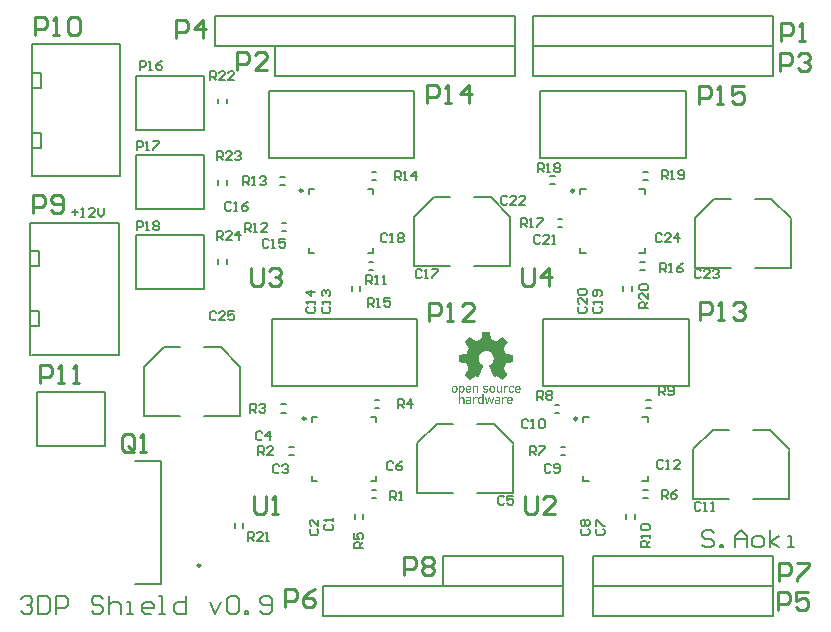
<source format=gto>
G04 Layer_Color=65535*
%FSLAX44Y44*%
%MOMM*%
G71*
G01*
G75*
%ADD20C,0.2540*%
%ADD32C,0.0254*%
%ADD33C,0.2500*%
%ADD34C,0.1500*%
%ADD35C,0.2000*%
%ADD36C,0.1270*%
G36*
X1093648Y641810D02*
X1093955D01*
Y641733D01*
X1094186D01*
Y641656D01*
X1094339D01*
Y641579D01*
X1094493D01*
Y641503D01*
X1094570D01*
Y641426D01*
X1094723D01*
Y641349D01*
X1094800D01*
Y641272D01*
X1094877D01*
Y641195D01*
X1094954D01*
Y641119D01*
X1095030D01*
Y641042D01*
X1095107D01*
Y640965D01*
Y640888D01*
X1095184D01*
Y640811D01*
X1095261D01*
Y640735D01*
Y640658D01*
X1095338D01*
Y640581D01*
Y640504D01*
X1095414D01*
Y640427D01*
Y640351D01*
X1095491D01*
Y640274D01*
Y640197D01*
Y640120D01*
Y640044D01*
X1095568D01*
Y639967D01*
Y639890D01*
Y639813D01*
Y639737D01*
Y639660D01*
Y639583D01*
Y639506D01*
X1095645D01*
Y639429D01*
Y639353D01*
Y639276D01*
Y639199D01*
Y639122D01*
Y639045D01*
Y638969D01*
Y638892D01*
Y638815D01*
Y638738D01*
Y638661D01*
Y638585D01*
Y638508D01*
Y638431D01*
Y638354D01*
Y638278D01*
Y638201D01*
Y638124D01*
X1095568D01*
Y638047D01*
Y637970D01*
Y637894D01*
Y637817D01*
Y637740D01*
Y637663D01*
Y637587D01*
X1095491D01*
Y637510D01*
Y637433D01*
Y637356D01*
Y637279D01*
X1095414D01*
Y637203D01*
Y637126D01*
X1095338D01*
Y637049D01*
Y636972D01*
X1095261D01*
Y636895D01*
Y636819D01*
X1095184D01*
Y636742D01*
X1095107D01*
Y636665D01*
Y636588D01*
X1095030D01*
Y636511D01*
X1094954D01*
Y636435D01*
X1094877D01*
Y636358D01*
X1094800D01*
Y636281D01*
X1094723D01*
Y636204D01*
X1094570D01*
Y636128D01*
X1094493D01*
Y636051D01*
X1094339D01*
Y635974D01*
X1094186D01*
Y635897D01*
X1093955D01*
Y635820D01*
X1093571D01*
Y635744D01*
X1092727D01*
Y635820D01*
X1092420D01*
Y635897D01*
X1092189D01*
Y635974D01*
X1091959D01*
Y636051D01*
X1091882D01*
Y636128D01*
X1091729D01*
Y636204D01*
X1091652D01*
Y636281D01*
X1091575D01*
Y636358D01*
X1091498D01*
Y636435D01*
X1091421D01*
Y636511D01*
X1091345D01*
Y636588D01*
X1091268D01*
Y636665D01*
X1091191D01*
Y636742D01*
X1091114D01*
Y636819D01*
Y636895D01*
X1091038D01*
Y636972D01*
Y637049D01*
X1090961D01*
Y637126D01*
Y637203D01*
X1090884D01*
Y637279D01*
Y637356D01*
X1090807D01*
Y637433D01*
Y637510D01*
Y637587D01*
Y637663D01*
Y637740D01*
X1090730D01*
Y637817D01*
Y637894D01*
Y637970D01*
Y638047D01*
Y638124D01*
Y638201D01*
Y638278D01*
Y638354D01*
Y638431D01*
Y638508D01*
Y638585D01*
Y638661D01*
Y638738D01*
Y638815D01*
Y638892D01*
Y638969D01*
Y639045D01*
Y639122D01*
Y639199D01*
Y639276D01*
Y639353D01*
Y639429D01*
Y639506D01*
Y639583D01*
Y639660D01*
Y639737D01*
Y639813D01*
Y639890D01*
X1090807D01*
Y639967D01*
Y640044D01*
Y640120D01*
Y640197D01*
Y640274D01*
X1090884D01*
Y640351D01*
Y640427D01*
X1090961D01*
Y640504D01*
Y640581D01*
X1091038D01*
Y640658D01*
Y640735D01*
X1091114D01*
Y640811D01*
Y640888D01*
X1091191D01*
Y640965D01*
X1091268D01*
Y641042D01*
X1091345D01*
Y641119D01*
X1091421D01*
Y641195D01*
X1091498D01*
Y641272D01*
X1091575D01*
Y641349D01*
X1091652D01*
Y641426D01*
X1091729D01*
Y641503D01*
X1091882D01*
Y641579D01*
X1091959D01*
Y641656D01*
X1092189D01*
Y641733D01*
X1092420D01*
Y641810D01*
X1092650D01*
Y641887D01*
X1093648D01*
Y641810D01*
D02*
G37*
G36*
X1136341Y632211D02*
X1136725D01*
Y632135D01*
X1136879D01*
Y632058D01*
X1137109D01*
Y631981D01*
X1137186D01*
Y631904D01*
X1137339D01*
Y631828D01*
Y631751D01*
X1137263D01*
Y631674D01*
X1137186D01*
Y631597D01*
X1137109D01*
Y631520D01*
Y631444D01*
X1137032D01*
Y631367D01*
X1136955D01*
Y631290D01*
X1136879D01*
Y631213D01*
X1136802D01*
Y631137D01*
X1136725D01*
Y631060D01*
X1136648D01*
Y630983D01*
Y630906D01*
X1136572D01*
Y630829D01*
X1136495D01*
Y630906D01*
X1136341D01*
Y630983D01*
X1136188D01*
Y631060D01*
X1135957D01*
Y631137D01*
X1135497D01*
Y631060D01*
X1135189D01*
Y630983D01*
X1135036D01*
Y630906D01*
X1134959D01*
Y630829D01*
X1134882D01*
Y630753D01*
X1134806D01*
Y630676D01*
X1134729D01*
Y630599D01*
Y630522D01*
X1134652D01*
Y630445D01*
Y630369D01*
X1134575D01*
Y630292D01*
Y630215D01*
Y630138D01*
X1134498D01*
Y630061D01*
Y629985D01*
Y629908D01*
Y629831D01*
Y629754D01*
Y629678D01*
Y629601D01*
Y629524D01*
Y629447D01*
Y629370D01*
Y629294D01*
Y629217D01*
Y629140D01*
Y629063D01*
Y628987D01*
Y628910D01*
Y628833D01*
Y628756D01*
Y628679D01*
Y628603D01*
Y628526D01*
Y628449D01*
Y628372D01*
Y628295D01*
Y628219D01*
Y628142D01*
Y628065D01*
Y627988D01*
Y627911D01*
Y627835D01*
Y627758D01*
Y627681D01*
Y627604D01*
Y627528D01*
Y627451D01*
Y627374D01*
Y627297D01*
Y627220D01*
Y627144D01*
Y627067D01*
Y626990D01*
Y626913D01*
Y626837D01*
Y626760D01*
Y626683D01*
Y626606D01*
Y626529D01*
Y626452D01*
Y626376D01*
Y626299D01*
Y626222D01*
Y626145D01*
X1133347D01*
Y626222D01*
Y626299D01*
Y626376D01*
Y626452D01*
Y626529D01*
Y626606D01*
Y626683D01*
Y626760D01*
Y626837D01*
Y626913D01*
Y626990D01*
Y627067D01*
Y627144D01*
Y627220D01*
Y627297D01*
Y627374D01*
Y627451D01*
Y627528D01*
Y627604D01*
Y627681D01*
Y627758D01*
Y627835D01*
Y627911D01*
Y627988D01*
Y628065D01*
Y628142D01*
Y628219D01*
Y628295D01*
Y628372D01*
Y628449D01*
Y628526D01*
Y628603D01*
Y628679D01*
Y628756D01*
Y628833D01*
Y628910D01*
Y628987D01*
Y629063D01*
Y629140D01*
Y629217D01*
Y629294D01*
Y629370D01*
Y629447D01*
Y629524D01*
Y629601D01*
Y629678D01*
Y629754D01*
Y629831D01*
Y629908D01*
Y629985D01*
Y630061D01*
Y630138D01*
Y630215D01*
Y630292D01*
Y630369D01*
Y630445D01*
Y630522D01*
Y630599D01*
Y630676D01*
Y630753D01*
Y630829D01*
Y630906D01*
Y630983D01*
Y631060D01*
Y631137D01*
Y631213D01*
Y631290D01*
Y631367D01*
Y631444D01*
Y631520D01*
Y631597D01*
Y631674D01*
Y631751D01*
Y631828D01*
Y631904D01*
Y631981D01*
Y632058D01*
Y632135D01*
Y632211D01*
X1134498D01*
Y632135D01*
Y632058D01*
Y631981D01*
Y631904D01*
Y631828D01*
Y631751D01*
Y631674D01*
Y631597D01*
Y631520D01*
X1134575D01*
Y631597D01*
X1134652D01*
Y631674D01*
X1134729D01*
Y631751D01*
X1134806D01*
Y631828D01*
X1134882D01*
Y631904D01*
X1135036D01*
Y631981D01*
X1135189D01*
Y632058D01*
X1135343D01*
Y632135D01*
X1135573D01*
Y632211D01*
X1135957D01*
Y632288D01*
X1136341D01*
Y632211D01*
D02*
G37*
G36*
X1105396Y641810D02*
X1105704D01*
Y641733D01*
X1105934D01*
Y641656D01*
X1106088D01*
Y641579D01*
X1106164D01*
Y641503D01*
X1106318D01*
Y641426D01*
X1106395D01*
Y641349D01*
X1106548D01*
Y641272D01*
X1106625D01*
Y641195D01*
X1106702D01*
Y641119D01*
X1106779D01*
Y641042D01*
X1106855D01*
Y640965D01*
Y640888D01*
X1106932D01*
Y640811D01*
X1107009D01*
Y640735D01*
Y640658D01*
X1107086D01*
Y640581D01*
Y640504D01*
X1107163D01*
Y640427D01*
X1107239D01*
Y640351D01*
Y640274D01*
Y640197D01*
Y640120D01*
X1107316D01*
Y640044D01*
Y639967D01*
Y639890D01*
Y639813D01*
X1107393D01*
Y639737D01*
Y639660D01*
Y639583D01*
Y639506D01*
Y639429D01*
Y639353D01*
Y639276D01*
Y639199D01*
Y639122D01*
Y639045D01*
Y638969D01*
Y638892D01*
Y638815D01*
Y638738D01*
Y638661D01*
Y638585D01*
Y638508D01*
Y638431D01*
Y638354D01*
X1103630D01*
Y638278D01*
Y638201D01*
Y638124D01*
Y638047D01*
Y637970D01*
Y637894D01*
Y637817D01*
X1103707D01*
Y637740D01*
Y637663D01*
Y637587D01*
X1103784D01*
Y637510D01*
Y637433D01*
X1103861D01*
Y637356D01*
X1103938D01*
Y637279D01*
X1104014D01*
Y637203D01*
X1104091D01*
Y637126D01*
X1104168D01*
Y637049D01*
X1104245D01*
Y636972D01*
X1104398D01*
Y636895D01*
X1104705D01*
Y636819D01*
X1105473D01*
Y636895D01*
X1105704D01*
Y636972D01*
X1105934D01*
Y637049D01*
X1106011D01*
Y637126D01*
X1106164D01*
Y637203D01*
X1106241D01*
Y637279D01*
X1106395D01*
Y637356D01*
X1106471D01*
Y637279D01*
X1106625D01*
Y637203D01*
X1106702D01*
Y637126D01*
X1106779D01*
Y637049D01*
X1106855D01*
Y636972D01*
X1106932D01*
Y636895D01*
X1107009D01*
Y636819D01*
X1107163D01*
Y636742D01*
X1107239D01*
Y636665D01*
X1107163D01*
Y636588D01*
X1107086D01*
Y636511D01*
X1107009D01*
Y636435D01*
X1106932D01*
Y636358D01*
X1106855D01*
Y636281D01*
X1106779D01*
Y636204D01*
X1106625D01*
Y636128D01*
X1106471D01*
Y636051D01*
X1106395D01*
Y635974D01*
X1106164D01*
Y635897D01*
X1105934D01*
Y635820D01*
X1105627D01*
Y635744D01*
X1104552D01*
Y635820D01*
X1104245D01*
Y635897D01*
X1104014D01*
Y635974D01*
X1103861D01*
Y636051D01*
X1103707D01*
Y636128D01*
X1103554D01*
Y636204D01*
X1103477D01*
Y636281D01*
X1103323D01*
Y636358D01*
X1103247D01*
Y636435D01*
Y636511D01*
X1103170D01*
Y636588D01*
X1103093D01*
Y636665D01*
X1103016D01*
Y636742D01*
X1102939D01*
Y636819D01*
Y636895D01*
X1102863D01*
Y636972D01*
Y637049D01*
X1102786D01*
Y637126D01*
Y637203D01*
X1102709D01*
Y637279D01*
Y637356D01*
X1102632D01*
Y637433D01*
Y637510D01*
Y637587D01*
Y637663D01*
X1102555D01*
Y637740D01*
Y637817D01*
Y637894D01*
Y637970D01*
X1102479D01*
Y638047D01*
Y638124D01*
Y638201D01*
Y638278D01*
Y638354D01*
Y638431D01*
Y638508D01*
Y638585D01*
Y638661D01*
Y638738D01*
Y638815D01*
Y638892D01*
Y638969D01*
Y639045D01*
Y639122D01*
Y639199D01*
Y639276D01*
Y639353D01*
Y639429D01*
Y639506D01*
Y639583D01*
X1102555D01*
Y639660D01*
Y639737D01*
Y639813D01*
Y639890D01*
X1102632D01*
Y639967D01*
Y640044D01*
Y640120D01*
Y640197D01*
X1102709D01*
Y640274D01*
Y640351D01*
Y640427D01*
X1102786D01*
Y640504D01*
Y640581D01*
X1102863D01*
Y640658D01*
Y640735D01*
X1102939D01*
Y640811D01*
Y640888D01*
X1103016D01*
Y640965D01*
X1103093D01*
Y641042D01*
X1103170D01*
Y641119D01*
X1103247D01*
Y641195D01*
Y641272D01*
X1103400D01*
Y641349D01*
X1103477D01*
Y641426D01*
X1103554D01*
Y641503D01*
X1103630D01*
Y641579D01*
X1103784D01*
Y641656D01*
X1103938D01*
Y641733D01*
X1104168D01*
Y641810D01*
X1104475D01*
Y641887D01*
X1105396D01*
Y641810D01*
D02*
G37*
G36*
X1147091D02*
X1147322D01*
Y641733D01*
X1147552D01*
Y641656D01*
X1147706D01*
Y641579D01*
X1147859D01*
Y641503D01*
X1148013D01*
Y641426D01*
X1148090D01*
Y641349D01*
X1148166D01*
Y641272D01*
X1148243D01*
Y641195D01*
X1148320D01*
Y641119D01*
X1148397D01*
Y641042D01*
X1148473D01*
Y640965D01*
X1148550D01*
Y640888D01*
X1148627D01*
Y640811D01*
Y640735D01*
X1148704D01*
Y640658D01*
Y640581D01*
X1148781D01*
Y640504D01*
Y640427D01*
X1148857D01*
Y640351D01*
Y640274D01*
X1148934D01*
Y640197D01*
Y640120D01*
Y640044D01*
Y639967D01*
X1149011D01*
Y639890D01*
Y639813D01*
Y639737D01*
Y639660D01*
Y639583D01*
Y639506D01*
Y639429D01*
Y639353D01*
X1149088D01*
Y639276D01*
Y639199D01*
Y639122D01*
Y639045D01*
Y638969D01*
Y638892D01*
Y638815D01*
Y638738D01*
Y638661D01*
Y638585D01*
Y638508D01*
Y638431D01*
Y638354D01*
X1145248D01*
Y638278D01*
Y638201D01*
Y638124D01*
Y638047D01*
Y637970D01*
X1145325D01*
Y637894D01*
Y637817D01*
Y637740D01*
Y637663D01*
X1145402D01*
Y637587D01*
Y637510D01*
X1145479D01*
Y637433D01*
Y637356D01*
X1145555D01*
Y637279D01*
X1145632D01*
Y637203D01*
X1145709D01*
Y637126D01*
X1145786D01*
Y637049D01*
X1145939D01*
Y636972D01*
X1146093D01*
Y636895D01*
X1146323D01*
Y636819D01*
X1147168D01*
Y636895D01*
X1147398D01*
Y636972D01*
X1147552D01*
Y637049D01*
X1147706D01*
Y637126D01*
X1147859D01*
Y637203D01*
X1147936D01*
Y637279D01*
X1148013D01*
Y637356D01*
X1148166D01*
Y637279D01*
X1148243D01*
Y637203D01*
X1148320D01*
Y637126D01*
X1148397D01*
Y637049D01*
X1148473D01*
Y636972D01*
X1148627D01*
Y636895D01*
X1148704D01*
Y636819D01*
X1148781D01*
Y636742D01*
X1148857D01*
Y636665D01*
Y636588D01*
X1148781D01*
Y636511D01*
X1148704D01*
Y636435D01*
X1148627D01*
Y636358D01*
X1148473D01*
Y636281D01*
X1148397D01*
Y636204D01*
X1148243D01*
Y636128D01*
X1148166D01*
Y636051D01*
X1148013D01*
Y635974D01*
X1147859D01*
Y635897D01*
X1147552D01*
Y635820D01*
X1147322D01*
Y635744D01*
X1146247D01*
Y635820D01*
X1145863D01*
Y635897D01*
X1145709D01*
Y635974D01*
X1145479D01*
Y636051D01*
X1145325D01*
Y636128D01*
X1145248D01*
Y636204D01*
X1145095D01*
Y636281D01*
X1145018D01*
Y636358D01*
X1144941D01*
Y636435D01*
X1144865D01*
Y636511D01*
X1144788D01*
Y636588D01*
X1144711D01*
Y636665D01*
X1144634D01*
Y636742D01*
Y636819D01*
X1144557D01*
Y636895D01*
Y636972D01*
X1144481D01*
Y637049D01*
Y637126D01*
X1144404D01*
Y637203D01*
Y637279D01*
X1144327D01*
Y637356D01*
Y637433D01*
Y637510D01*
X1144250D01*
Y637587D01*
Y637663D01*
Y637740D01*
Y637817D01*
X1144173D01*
Y637894D01*
Y637970D01*
Y638047D01*
Y638124D01*
Y638201D01*
Y638278D01*
Y638354D01*
X1144097D01*
Y638431D01*
Y638508D01*
Y638585D01*
Y638661D01*
Y638738D01*
Y638815D01*
Y638892D01*
Y638969D01*
Y639045D01*
Y639122D01*
Y639199D01*
X1144173D01*
Y639276D01*
Y639353D01*
Y639429D01*
Y639506D01*
Y639583D01*
Y639660D01*
Y639737D01*
Y639813D01*
X1144250D01*
Y639890D01*
Y639967D01*
Y640044D01*
Y640120D01*
X1144327D01*
Y640197D01*
Y640274D01*
Y640351D01*
X1144404D01*
Y640427D01*
Y640504D01*
X1144481D01*
Y640581D01*
Y640658D01*
X1144557D01*
Y640735D01*
Y640811D01*
X1144634D01*
Y640888D01*
X1144711D01*
Y640965D01*
Y641042D01*
X1144788D01*
Y641119D01*
X1144865D01*
Y641195D01*
X1144941D01*
Y641272D01*
X1145018D01*
Y641349D01*
X1145095D01*
Y641426D01*
X1145248D01*
Y641503D01*
X1145325D01*
Y641579D01*
X1145479D01*
Y641656D01*
X1145632D01*
Y641733D01*
X1145863D01*
Y641810D01*
X1146093D01*
Y641887D01*
X1147091D01*
Y641810D01*
D02*
G37*
G36*
X1125591D02*
X1125822D01*
Y641733D01*
X1126052D01*
Y641656D01*
X1126282D01*
Y641579D01*
X1126359D01*
Y641503D01*
X1126513D01*
Y641426D01*
X1126589D01*
Y641349D01*
X1126666D01*
Y641272D01*
X1126743D01*
Y641195D01*
X1126820D01*
Y641119D01*
X1126897D01*
Y641042D01*
X1126973D01*
Y640965D01*
X1127050D01*
Y640888D01*
X1127127D01*
Y640811D01*
Y640735D01*
X1127204D01*
Y640658D01*
Y640581D01*
X1127281D01*
Y640504D01*
Y640427D01*
X1127357D01*
Y640351D01*
Y640274D01*
X1127434D01*
Y640197D01*
Y640120D01*
Y640044D01*
Y639967D01*
Y639890D01*
Y639813D01*
X1127511D01*
Y639737D01*
Y639660D01*
Y639583D01*
Y639506D01*
Y639429D01*
Y639353D01*
Y639276D01*
Y639199D01*
Y639122D01*
Y639045D01*
Y638969D01*
Y638892D01*
Y638815D01*
Y638738D01*
Y638661D01*
Y638585D01*
Y638508D01*
Y638431D01*
Y638354D01*
Y638278D01*
Y638201D01*
Y638124D01*
Y638047D01*
Y637970D01*
Y637894D01*
Y637817D01*
X1127434D01*
Y637740D01*
Y637663D01*
Y637587D01*
Y637510D01*
Y637433D01*
Y637356D01*
X1127357D01*
Y637279D01*
Y637203D01*
X1127281D01*
Y637126D01*
Y637049D01*
X1127204D01*
Y636972D01*
Y636895D01*
X1127127D01*
Y636819D01*
Y636742D01*
X1127050D01*
Y636665D01*
X1126973D01*
Y636588D01*
X1126897D01*
Y636511D01*
X1126820D01*
Y636435D01*
X1126743D01*
Y636358D01*
X1126666D01*
Y636281D01*
X1126589D01*
Y636204D01*
X1126513D01*
Y636128D01*
X1126359D01*
Y636051D01*
X1126282D01*
Y635974D01*
X1126052D01*
Y635897D01*
X1125822D01*
Y635820D01*
X1125514D01*
Y635744D01*
X1124670D01*
Y635820D01*
X1124286D01*
Y635897D01*
X1124055D01*
Y635974D01*
X1123902D01*
Y636051D01*
X1123748D01*
Y636128D01*
X1123672D01*
Y636204D01*
X1123518D01*
Y636281D01*
X1123441D01*
Y636358D01*
X1123364D01*
Y636435D01*
X1123288D01*
Y636511D01*
X1123211D01*
Y636588D01*
X1123134D01*
Y636665D01*
Y636742D01*
X1123057D01*
Y636819D01*
X1122980D01*
Y636895D01*
Y636972D01*
X1122904D01*
Y637049D01*
Y637126D01*
X1122827D01*
Y637203D01*
Y637279D01*
X1122750D01*
Y637356D01*
Y637433D01*
Y637510D01*
Y637587D01*
X1122673D01*
Y637663D01*
Y637740D01*
Y637817D01*
Y637894D01*
Y637970D01*
X1122597D01*
Y638047D01*
Y638124D01*
Y638201D01*
Y638278D01*
Y638354D01*
Y638431D01*
Y638508D01*
Y638585D01*
Y638661D01*
Y638738D01*
Y638815D01*
Y638892D01*
Y638969D01*
Y639045D01*
Y639122D01*
Y639199D01*
Y639276D01*
Y639353D01*
Y639429D01*
Y639506D01*
Y639583D01*
Y639660D01*
X1122673D01*
Y639737D01*
Y639813D01*
Y639890D01*
Y639967D01*
Y640044D01*
X1122750D01*
Y640120D01*
Y640197D01*
Y640274D01*
Y640351D01*
X1122827D01*
Y640427D01*
Y640504D01*
X1122904D01*
Y640581D01*
Y640658D01*
X1122980D01*
Y640735D01*
Y640811D01*
X1123057D01*
Y640888D01*
X1123134D01*
Y640965D01*
Y641042D01*
X1123211D01*
Y641119D01*
X1123288D01*
Y641195D01*
X1123364D01*
Y641272D01*
X1123441D01*
Y641349D01*
X1123518D01*
Y641426D01*
X1123672D01*
Y641503D01*
X1123748D01*
Y641579D01*
X1123902D01*
Y641656D01*
X1124055D01*
Y641733D01*
X1124286D01*
Y641810D01*
X1124593D01*
Y641887D01*
X1125591D01*
Y641810D01*
D02*
G37*
G36*
X1117682Y634592D02*
Y634515D01*
Y634438D01*
Y634361D01*
Y634285D01*
Y634208D01*
Y634131D01*
Y634054D01*
Y633978D01*
Y633901D01*
Y633824D01*
Y633747D01*
Y633670D01*
Y633594D01*
Y633517D01*
Y633440D01*
Y633363D01*
Y633287D01*
Y633210D01*
Y633133D01*
Y633056D01*
Y632979D01*
Y632902D01*
Y632826D01*
Y632749D01*
Y632672D01*
Y632595D01*
Y632519D01*
Y632442D01*
Y632365D01*
Y632288D01*
Y632211D01*
Y632135D01*
Y632058D01*
Y631981D01*
Y631904D01*
Y631828D01*
Y631751D01*
Y631674D01*
Y631597D01*
Y631520D01*
Y631444D01*
Y631367D01*
Y631290D01*
Y631213D01*
Y631137D01*
Y631060D01*
Y630983D01*
Y630906D01*
Y630829D01*
Y630753D01*
Y630676D01*
Y630599D01*
Y630522D01*
Y630445D01*
Y630369D01*
Y630292D01*
Y630215D01*
Y630138D01*
Y630061D01*
Y629985D01*
Y629908D01*
Y629831D01*
Y629754D01*
Y629678D01*
Y629601D01*
Y629524D01*
Y629447D01*
Y629370D01*
Y629294D01*
Y629217D01*
Y629140D01*
Y629063D01*
Y628987D01*
Y628910D01*
Y628833D01*
Y628756D01*
Y628679D01*
Y628603D01*
Y628526D01*
Y628449D01*
Y628372D01*
Y628295D01*
Y628219D01*
Y628142D01*
Y628065D01*
Y627988D01*
Y627911D01*
Y627835D01*
Y627758D01*
Y627681D01*
Y627604D01*
Y627528D01*
Y627451D01*
Y627374D01*
Y627297D01*
Y627220D01*
Y627144D01*
Y627067D01*
Y626990D01*
Y626913D01*
Y626837D01*
Y626760D01*
Y626683D01*
Y626606D01*
Y626529D01*
Y626452D01*
Y626376D01*
Y626299D01*
Y626222D01*
Y626145D01*
X1116530D01*
Y626222D01*
Y626299D01*
Y626376D01*
Y626452D01*
Y626529D01*
Y626606D01*
Y626683D01*
Y626760D01*
Y626837D01*
X1116454D01*
Y626760D01*
X1116300D01*
Y626683D01*
X1116223D01*
Y626606D01*
X1116146D01*
Y626529D01*
X1116070D01*
Y626452D01*
X1115916D01*
Y626376D01*
X1115839D01*
Y626299D01*
X1115609D01*
Y626222D01*
X1115379D01*
Y626145D01*
X1114380D01*
Y626222D01*
X1114150D01*
Y626299D01*
X1113920D01*
Y626376D01*
X1113843D01*
Y626452D01*
X1113689D01*
Y626529D01*
X1113613D01*
Y626606D01*
X1113536D01*
Y626683D01*
X1113459D01*
Y626760D01*
X1113382D01*
Y626837D01*
X1113305D01*
Y626913D01*
X1113229D01*
Y626990D01*
Y627067D01*
X1113152D01*
Y627144D01*
Y627220D01*
X1113075D01*
Y627297D01*
Y627374D01*
X1112998D01*
Y627451D01*
Y627528D01*
Y627604D01*
X1112922D01*
Y627681D01*
Y627758D01*
Y627835D01*
Y627911D01*
Y627988D01*
Y628065D01*
Y628142D01*
Y628219D01*
Y628295D01*
Y628372D01*
Y628449D01*
X1112845D01*
Y628526D01*
Y628603D01*
Y628679D01*
Y628756D01*
Y628833D01*
Y628910D01*
Y628987D01*
Y629063D01*
Y629140D01*
Y629217D01*
Y629294D01*
Y629370D01*
Y629447D01*
Y629524D01*
Y629601D01*
Y629678D01*
Y629754D01*
Y629831D01*
Y629908D01*
X1112922D01*
Y629985D01*
Y630061D01*
Y630138D01*
Y630215D01*
Y630292D01*
Y630369D01*
Y630445D01*
Y630522D01*
Y630599D01*
Y630676D01*
Y630753D01*
X1112998D01*
Y630829D01*
Y630906D01*
Y630983D01*
X1113075D01*
Y631060D01*
Y631137D01*
Y631213D01*
X1113152D01*
Y631290D01*
X1113229D01*
Y631367D01*
Y631444D01*
X1113305D01*
Y631520D01*
X1113382D01*
Y631597D01*
X1113459D01*
Y631674D01*
X1113536D01*
Y631751D01*
X1113613D01*
Y631828D01*
X1113689D01*
Y631904D01*
X1113843D01*
Y631981D01*
X1113920D01*
Y632058D01*
X1114073D01*
Y632135D01*
X1114304D01*
Y632211D01*
X1114764D01*
Y632288D01*
X1115071D01*
Y632211D01*
X1115455D01*
Y632135D01*
X1115686D01*
Y632058D01*
X1115839D01*
Y631981D01*
X1115916D01*
Y631904D01*
X1116070D01*
Y631828D01*
X1116146D01*
Y631751D01*
X1116223D01*
Y631674D01*
X1116377D01*
Y631597D01*
X1116454D01*
Y631520D01*
X1116530D01*
Y631597D01*
Y631674D01*
Y631751D01*
Y631828D01*
Y631904D01*
Y631981D01*
Y632058D01*
Y632135D01*
Y632211D01*
Y632288D01*
Y632365D01*
Y632442D01*
Y632519D01*
Y632595D01*
Y632672D01*
Y632749D01*
Y632826D01*
Y632902D01*
Y632979D01*
Y633056D01*
Y633133D01*
Y633210D01*
Y633287D01*
Y633363D01*
Y633440D01*
Y633517D01*
Y633594D01*
Y633670D01*
Y633747D01*
Y633824D01*
Y633901D01*
Y633978D01*
Y634054D01*
Y634131D01*
Y634208D01*
Y634285D01*
Y634361D01*
Y634438D01*
Y634515D01*
Y634592D01*
Y634669D01*
X1117682D01*
Y634592D01*
D02*
G37*
G36*
X1129891Y632211D02*
X1130429D01*
Y632135D01*
X1130659D01*
Y632058D01*
X1130890D01*
Y631981D01*
X1131043D01*
Y631904D01*
X1131197D01*
Y631828D01*
X1131273D01*
Y631751D01*
X1131350D01*
Y631674D01*
X1131427D01*
Y631597D01*
X1131504D01*
Y631520D01*
X1131581D01*
Y631444D01*
X1131657D01*
Y631367D01*
Y631290D01*
X1131734D01*
Y631213D01*
Y631137D01*
X1131811D01*
Y631060D01*
Y630983D01*
Y630906D01*
X1131888D01*
Y630829D01*
Y630753D01*
Y630676D01*
Y630599D01*
Y630522D01*
Y630445D01*
X1131964D01*
Y630369D01*
Y630292D01*
Y630215D01*
Y630138D01*
Y630061D01*
Y629985D01*
Y629908D01*
Y629831D01*
Y629754D01*
Y629678D01*
Y629601D01*
Y629524D01*
Y629447D01*
Y629370D01*
Y629294D01*
Y629217D01*
Y629140D01*
Y629063D01*
Y628987D01*
Y628910D01*
Y628833D01*
Y628756D01*
Y628679D01*
Y628603D01*
Y628526D01*
Y628449D01*
Y628372D01*
Y628295D01*
Y628219D01*
Y628142D01*
Y628065D01*
Y627988D01*
Y627911D01*
Y627835D01*
Y627758D01*
Y627681D01*
Y627604D01*
Y627528D01*
Y627451D01*
Y627374D01*
Y627297D01*
Y627220D01*
Y627144D01*
Y627067D01*
Y626990D01*
Y626913D01*
Y626837D01*
Y626760D01*
Y626683D01*
Y626606D01*
Y626529D01*
Y626452D01*
Y626376D01*
Y626299D01*
Y626222D01*
Y626145D01*
X1130813D01*
Y626222D01*
Y626299D01*
Y626376D01*
Y626452D01*
Y626529D01*
Y626606D01*
Y626683D01*
X1130659D01*
Y626606D01*
X1130582D01*
Y626529D01*
X1130506D01*
Y626452D01*
X1130429D01*
Y626376D01*
X1130275D01*
Y626299D01*
X1130198D01*
Y626222D01*
X1129891D01*
Y626145D01*
X1128586D01*
Y626222D01*
X1128279D01*
Y626299D01*
X1128125D01*
Y626376D01*
X1127972D01*
Y626452D01*
X1127895D01*
Y626529D01*
X1127741D01*
Y626606D01*
X1127664D01*
Y626683D01*
X1127588D01*
Y626760D01*
X1127511D01*
Y626837D01*
X1127434D01*
Y626913D01*
Y626990D01*
X1127357D01*
Y627067D01*
Y627144D01*
X1127281D01*
Y627220D01*
X1127204D01*
Y627297D01*
Y627374D01*
Y627451D01*
Y627528D01*
X1127127D01*
Y627604D01*
Y627681D01*
Y627758D01*
Y627835D01*
Y627911D01*
Y627988D01*
Y628065D01*
Y628142D01*
Y628219D01*
Y628295D01*
Y628372D01*
X1127204D01*
Y628449D01*
Y628526D01*
Y628603D01*
X1127281D01*
Y628679D01*
Y628756D01*
X1127357D01*
Y628833D01*
Y628910D01*
X1127434D01*
Y628987D01*
X1127511D01*
Y629063D01*
X1127588D01*
Y629140D01*
Y629217D01*
X1127741D01*
Y629294D01*
X1127818D01*
Y629370D01*
X1127895D01*
Y629447D01*
X1128048D01*
Y629524D01*
X1128279D01*
Y629601D01*
X1128509D01*
Y629678D01*
X1130813D01*
Y629754D01*
Y629831D01*
Y629908D01*
Y629985D01*
Y630061D01*
Y630138D01*
Y630215D01*
Y630292D01*
Y630369D01*
Y630445D01*
Y630522D01*
X1130736D01*
Y630599D01*
Y630676D01*
Y630753D01*
X1130659D01*
Y630829D01*
Y630906D01*
X1130582D01*
Y630983D01*
X1130429D01*
Y631060D01*
X1130198D01*
Y631137D01*
X1129738D01*
Y631213D01*
X1129200D01*
Y631137D01*
X1128816D01*
Y631060D01*
X1128663D01*
Y630983D01*
X1128509D01*
Y630906D01*
X1128432D01*
Y630829D01*
X1128355D01*
Y630753D01*
X1128279D01*
Y630829D01*
X1128202D01*
Y630906D01*
X1128048D01*
Y630983D01*
X1127972D01*
Y631060D01*
X1127895D01*
Y631137D01*
X1127741D01*
Y631213D01*
X1127664D01*
Y631290D01*
X1127588D01*
Y631367D01*
X1127511D01*
Y631444D01*
Y631520D01*
X1127588D01*
Y631597D01*
X1127664D01*
Y631674D01*
X1127741D01*
Y631751D01*
X1127818D01*
Y631828D01*
X1127895D01*
Y631904D01*
X1128048D01*
Y631981D01*
X1128202D01*
Y632058D01*
X1128355D01*
Y632135D01*
X1128663D01*
Y632211D01*
X1129200D01*
Y632288D01*
X1129891D01*
Y632211D01*
D02*
G37*
G36*
X1105243D02*
X1105780D01*
Y632135D01*
X1106011D01*
Y632058D01*
X1106241D01*
Y631981D01*
X1106395D01*
Y631904D01*
X1106548D01*
Y631828D01*
X1106625D01*
Y631751D01*
X1106779D01*
Y631674D01*
X1106855D01*
Y631597D01*
X1106932D01*
Y631520D01*
Y631444D01*
X1107009D01*
Y631367D01*
X1107086D01*
Y631290D01*
Y631213D01*
X1107163D01*
Y631137D01*
Y631060D01*
Y630983D01*
X1107239D01*
Y630906D01*
Y630829D01*
Y630753D01*
Y630676D01*
X1107316D01*
Y630599D01*
Y630522D01*
Y630445D01*
Y630369D01*
Y630292D01*
Y630215D01*
Y630138D01*
Y630061D01*
Y629985D01*
Y629908D01*
Y629831D01*
Y629754D01*
Y629678D01*
Y629601D01*
Y629524D01*
Y629447D01*
Y629370D01*
Y629294D01*
Y629217D01*
Y629140D01*
Y629063D01*
Y628987D01*
Y628910D01*
Y628833D01*
Y628756D01*
Y628679D01*
Y628603D01*
Y628526D01*
Y628449D01*
Y628372D01*
Y628295D01*
Y628219D01*
Y628142D01*
Y628065D01*
Y627988D01*
Y627911D01*
Y627835D01*
Y627758D01*
Y627681D01*
Y627604D01*
Y627528D01*
Y627451D01*
Y627374D01*
Y627297D01*
Y627220D01*
Y627144D01*
Y627067D01*
Y626990D01*
Y626913D01*
Y626837D01*
Y626760D01*
Y626683D01*
Y626606D01*
Y626529D01*
Y626452D01*
Y626376D01*
Y626299D01*
Y626222D01*
Y626145D01*
X1106164D01*
Y626222D01*
Y626299D01*
Y626376D01*
Y626452D01*
Y626529D01*
Y626606D01*
Y626683D01*
X1106011D01*
Y626606D01*
X1105934D01*
Y626529D01*
X1105857D01*
Y626452D01*
X1105780D01*
Y626376D01*
X1105704D01*
Y626299D01*
X1105550D01*
Y626222D01*
X1105320D01*
Y626145D01*
X1103938D01*
Y626222D01*
X1103707D01*
Y626299D01*
X1103477D01*
Y626376D01*
X1103323D01*
Y626452D01*
X1103247D01*
Y626529D01*
X1103170D01*
Y626606D01*
X1103016D01*
Y626683D01*
X1102939D01*
Y626760D01*
Y626837D01*
X1102863D01*
Y626913D01*
X1102786D01*
Y626990D01*
X1102709D01*
Y627067D01*
Y627144D01*
X1102632D01*
Y627220D01*
Y627297D01*
X1102555D01*
Y627374D01*
Y627451D01*
Y627528D01*
Y627604D01*
X1102479D01*
Y627681D01*
Y627758D01*
Y627835D01*
Y627911D01*
Y627988D01*
Y628065D01*
Y628142D01*
Y628219D01*
Y628295D01*
X1102555D01*
Y628372D01*
Y628449D01*
Y628526D01*
X1102632D01*
Y628603D01*
Y628679D01*
Y628756D01*
X1102709D01*
Y628833D01*
Y628910D01*
X1102786D01*
Y628987D01*
X1102863D01*
Y629063D01*
X1102939D01*
Y629140D01*
X1103016D01*
Y629217D01*
X1103093D01*
Y629294D01*
X1103170D01*
Y629370D01*
X1103323D01*
Y629447D01*
X1103477D01*
Y629524D01*
X1103630D01*
Y629601D01*
X1103938D01*
Y629678D01*
X1106164D01*
Y629754D01*
Y629831D01*
Y629908D01*
Y629985D01*
Y630061D01*
Y630138D01*
Y630215D01*
Y630292D01*
Y630369D01*
Y630445D01*
Y630522D01*
Y630599D01*
Y630676D01*
X1106088D01*
Y630753D01*
Y630829D01*
X1106011D01*
Y630906D01*
X1105934D01*
Y630983D01*
X1105857D01*
Y631060D01*
X1105627D01*
Y631137D01*
X1105089D01*
Y631213D01*
X1104629D01*
Y631137D01*
X1104168D01*
Y631060D01*
X1104014D01*
Y630983D01*
X1103861D01*
Y630906D01*
X1103784D01*
Y630829D01*
Y630753D01*
X1103630D01*
Y630829D01*
X1103554D01*
Y630906D01*
X1103477D01*
Y630983D01*
X1103323D01*
Y631060D01*
X1103247D01*
Y631137D01*
X1103170D01*
Y631213D01*
X1103016D01*
Y631290D01*
X1102939D01*
Y631367D01*
X1102863D01*
Y631444D01*
Y631520D01*
X1102939D01*
Y631597D01*
X1103016D01*
Y631674D01*
X1103093D01*
Y631751D01*
X1103170D01*
Y631828D01*
X1103247D01*
Y631904D01*
X1103400D01*
Y631981D01*
X1103554D01*
Y632058D01*
X1103707D01*
Y632135D01*
X1104014D01*
Y632211D01*
X1104552D01*
Y632288D01*
X1105243D01*
Y632211D01*
D02*
G37*
G36*
X1140181D02*
X1140641D01*
Y632135D01*
X1140872D01*
Y632058D01*
X1141025D01*
Y631981D01*
X1141179D01*
Y631904D01*
X1141332D01*
Y631828D01*
X1141409D01*
Y631751D01*
X1141563D01*
Y631674D01*
X1141639D01*
Y631597D01*
X1141716D01*
Y631520D01*
X1141793D01*
Y631444D01*
X1141870D01*
Y631367D01*
Y631290D01*
X1141947D01*
Y631213D01*
X1142023D01*
Y631137D01*
X1142100D01*
Y631060D01*
Y630983D01*
X1142177D01*
Y630906D01*
Y630829D01*
X1142254D01*
Y630753D01*
Y630676D01*
Y630599D01*
X1142331D01*
Y630522D01*
Y630445D01*
Y630369D01*
X1142407D01*
Y630292D01*
Y630215D01*
Y630138D01*
Y630061D01*
Y629985D01*
Y629908D01*
Y629831D01*
Y629754D01*
Y629678D01*
Y629601D01*
Y629524D01*
Y629447D01*
Y629370D01*
Y629294D01*
Y629217D01*
Y629140D01*
Y629063D01*
Y628987D01*
Y628910D01*
Y628833D01*
Y628756D01*
X1138645D01*
Y628679D01*
Y628603D01*
Y628526D01*
Y628449D01*
Y628372D01*
Y628295D01*
X1138722D01*
Y628219D01*
Y628142D01*
Y628065D01*
X1138798D01*
Y627988D01*
Y627911D01*
X1138875D01*
Y627835D01*
Y627758D01*
X1138952D01*
Y627681D01*
X1139029D01*
Y627604D01*
Y627528D01*
X1139182D01*
Y627451D01*
X1139259D01*
Y627374D01*
X1139413D01*
Y627297D01*
X1139643D01*
Y627220D01*
X1140641D01*
Y627297D01*
X1140872D01*
Y627374D01*
X1141025D01*
Y627451D01*
X1141102D01*
Y627528D01*
X1141256D01*
Y627604D01*
X1141332D01*
Y627681D01*
X1141409D01*
Y627758D01*
X1141486D01*
Y627681D01*
X1141563D01*
Y627604D01*
X1141716D01*
Y627528D01*
X1141793D01*
Y627451D01*
X1141870D01*
Y627374D01*
X1141947D01*
Y627297D01*
X1142023D01*
Y627220D01*
X1142100D01*
Y627144D01*
X1142254D01*
Y627067D01*
Y626990D01*
X1142177D01*
Y626913D01*
X1142100D01*
Y626837D01*
X1142023D01*
Y626760D01*
X1141947D01*
Y626683D01*
X1141870D01*
Y626606D01*
X1141716D01*
Y626529D01*
X1141563D01*
Y626452D01*
X1141409D01*
Y626376D01*
X1141332D01*
Y626299D01*
X1141025D01*
Y626222D01*
X1140795D01*
Y626145D01*
X1139490D01*
Y626222D01*
X1139182D01*
Y626299D01*
X1139029D01*
Y626376D01*
X1138798D01*
Y626452D01*
X1138722D01*
Y626529D01*
X1138568D01*
Y626606D01*
X1138491D01*
Y626683D01*
X1138338D01*
Y626760D01*
X1138261D01*
Y626837D01*
Y626913D01*
X1138184D01*
Y626990D01*
X1138107D01*
Y627067D01*
X1138030D01*
Y627144D01*
X1137954D01*
Y627220D01*
Y627297D01*
X1137877D01*
Y627374D01*
Y627451D01*
X1137800D01*
Y627528D01*
Y627604D01*
X1137723D01*
Y627681D01*
Y627758D01*
Y627835D01*
X1137647D01*
Y627911D01*
Y627988D01*
Y628065D01*
Y628142D01*
X1137570D01*
Y628219D01*
Y628295D01*
Y628372D01*
Y628449D01*
Y628526D01*
Y628603D01*
Y628679D01*
X1137493D01*
Y628756D01*
Y628833D01*
Y628910D01*
Y628987D01*
Y629063D01*
Y629140D01*
Y629217D01*
Y629294D01*
Y629370D01*
Y629447D01*
Y629524D01*
Y629601D01*
Y629678D01*
Y629754D01*
X1137570D01*
Y629831D01*
Y629908D01*
Y629985D01*
Y630061D01*
Y630138D01*
Y630215D01*
X1137647D01*
Y630292D01*
Y630369D01*
Y630445D01*
Y630522D01*
X1137723D01*
Y630599D01*
Y630676D01*
Y630753D01*
X1137800D01*
Y630829D01*
Y630906D01*
X1137877D01*
Y630983D01*
Y631060D01*
X1137954D01*
Y631137D01*
Y631213D01*
X1138030D01*
Y631290D01*
X1138107D01*
Y631367D01*
X1138184D01*
Y631444D01*
Y631520D01*
X1138261D01*
Y631597D01*
X1138338D01*
Y631674D01*
X1138415D01*
Y631751D01*
X1138568D01*
Y631828D01*
X1138645D01*
Y631904D01*
X1138722D01*
Y631981D01*
X1138875D01*
Y632058D01*
X1139106D01*
Y632135D01*
X1139336D01*
Y632211D01*
X1139720D01*
Y632288D01*
X1140181D01*
Y632211D01*
D02*
G37*
G36*
X1111770D02*
X1112077D01*
Y632135D01*
X1112307D01*
Y632058D01*
X1112461D01*
Y631981D01*
X1112538D01*
Y631904D01*
X1112691D01*
Y631828D01*
Y631751D01*
X1112614D01*
Y631674D01*
X1112538D01*
Y631597D01*
Y631520D01*
X1112461D01*
Y631444D01*
X1112384D01*
Y631367D01*
X1112307D01*
Y631290D01*
X1112230D01*
Y631213D01*
X1112154D01*
Y631137D01*
Y631060D01*
X1112077D01*
Y630983D01*
X1112000D01*
Y630906D01*
X1111923D01*
Y630829D01*
X1111846D01*
Y630906D01*
X1111693D01*
Y630983D01*
X1111616D01*
Y631060D01*
X1111386D01*
Y631137D01*
X1110848D01*
Y631060D01*
X1110618D01*
Y630983D01*
X1110464D01*
Y630906D01*
X1110311D01*
Y630829D01*
X1110234D01*
Y630753D01*
X1110157D01*
Y630676D01*
X1110080D01*
Y630599D01*
Y630522D01*
X1110004D01*
Y630445D01*
Y630369D01*
X1109927D01*
Y630292D01*
Y630215D01*
Y630138D01*
Y630061D01*
Y629985D01*
Y629908D01*
X1109850D01*
Y629831D01*
Y629754D01*
Y629678D01*
Y629601D01*
Y629524D01*
Y629447D01*
Y629370D01*
Y629294D01*
Y629217D01*
Y629140D01*
Y629063D01*
Y628987D01*
Y628910D01*
Y628833D01*
Y628756D01*
Y628679D01*
Y628603D01*
Y628526D01*
Y628449D01*
Y628372D01*
Y628295D01*
Y628219D01*
Y628142D01*
Y628065D01*
Y627988D01*
Y627911D01*
Y627835D01*
Y627758D01*
Y627681D01*
Y627604D01*
Y627528D01*
Y627451D01*
Y627374D01*
Y627297D01*
Y627220D01*
Y627144D01*
Y627067D01*
Y626990D01*
Y626913D01*
Y626837D01*
Y626760D01*
Y626683D01*
Y626606D01*
Y626529D01*
Y626452D01*
Y626376D01*
Y626299D01*
Y626222D01*
Y626145D01*
X1108698D01*
Y626222D01*
Y626299D01*
Y626376D01*
Y626452D01*
Y626529D01*
Y626606D01*
Y626683D01*
Y626760D01*
Y626837D01*
Y626913D01*
Y626990D01*
Y627067D01*
Y627144D01*
Y627220D01*
Y627297D01*
Y627374D01*
Y627451D01*
Y627528D01*
Y627604D01*
Y627681D01*
Y627758D01*
Y627835D01*
Y627911D01*
Y627988D01*
Y628065D01*
Y628142D01*
Y628219D01*
Y628295D01*
Y628372D01*
Y628449D01*
Y628526D01*
Y628603D01*
Y628679D01*
Y628756D01*
Y628833D01*
Y628910D01*
Y628987D01*
Y629063D01*
Y629140D01*
Y629217D01*
Y629294D01*
Y629370D01*
Y629447D01*
Y629524D01*
Y629601D01*
Y629678D01*
Y629754D01*
Y629831D01*
Y629908D01*
Y629985D01*
Y630061D01*
Y630138D01*
Y630215D01*
Y630292D01*
Y630369D01*
Y630445D01*
Y630522D01*
Y630599D01*
Y630676D01*
Y630753D01*
Y630829D01*
Y630906D01*
Y630983D01*
Y631060D01*
Y631137D01*
Y631213D01*
Y631290D01*
Y631367D01*
Y631444D01*
Y631520D01*
Y631597D01*
Y631674D01*
Y631751D01*
Y631828D01*
Y631904D01*
Y631981D01*
Y632058D01*
Y632135D01*
Y632211D01*
X1109850D01*
Y632135D01*
Y632058D01*
Y631981D01*
Y631904D01*
Y631828D01*
Y631751D01*
Y631674D01*
Y631597D01*
Y631520D01*
X1110004D01*
Y631597D01*
X1110080D01*
Y631674D01*
X1110157D01*
Y631751D01*
X1110234D01*
Y631828D01*
X1110311D01*
Y631904D01*
X1110388D01*
Y631981D01*
X1110541D01*
Y632058D01*
X1110695D01*
Y632135D01*
X1110925D01*
Y632211D01*
X1111309D01*
Y632288D01*
X1111770D01*
Y632211D01*
D02*
G37*
G36*
X1126897Y632135D02*
Y632058D01*
Y631981D01*
X1126820D01*
Y631904D01*
Y631828D01*
Y631751D01*
X1126743D01*
Y631674D01*
Y631597D01*
Y631520D01*
X1126666D01*
Y631444D01*
Y631367D01*
Y631290D01*
X1126589D01*
Y631213D01*
Y631137D01*
Y631060D01*
X1126513D01*
Y630983D01*
Y630906D01*
Y630829D01*
X1126436D01*
Y630753D01*
Y630676D01*
Y630599D01*
Y630522D01*
X1126359D01*
Y630445D01*
Y630369D01*
Y630292D01*
X1126282D01*
Y630215D01*
Y630138D01*
Y630061D01*
X1126206D01*
Y629985D01*
Y629908D01*
Y629831D01*
X1126129D01*
Y629754D01*
Y629678D01*
Y629601D01*
X1126052D01*
Y629524D01*
Y629447D01*
Y629370D01*
X1125975D01*
Y629294D01*
Y629217D01*
Y629140D01*
X1125898D01*
Y629063D01*
Y628987D01*
Y628910D01*
Y628833D01*
X1125822D01*
Y628756D01*
Y628679D01*
Y628603D01*
X1125745D01*
Y628526D01*
Y628449D01*
Y628372D01*
X1125668D01*
Y628295D01*
Y628219D01*
Y628142D01*
X1125591D01*
Y628065D01*
Y627988D01*
Y627911D01*
X1125514D01*
Y627835D01*
Y627758D01*
Y627681D01*
X1125438D01*
Y627604D01*
Y627528D01*
Y627451D01*
X1125361D01*
Y627374D01*
Y627297D01*
Y627220D01*
X1125284D01*
Y627144D01*
Y627067D01*
Y626990D01*
Y626913D01*
X1125207D01*
Y626837D01*
Y626760D01*
Y626683D01*
X1125130D01*
Y626606D01*
Y626529D01*
Y626452D01*
X1125054D01*
Y626376D01*
Y626299D01*
Y626222D01*
X1124977D01*
Y626145D01*
X1123979D01*
Y626222D01*
Y626299D01*
X1123902D01*
Y626376D01*
Y626452D01*
Y626529D01*
Y626606D01*
X1123825D01*
Y626683D01*
Y626760D01*
Y626837D01*
X1123748D01*
Y626913D01*
Y626990D01*
Y627067D01*
X1123672D01*
Y627144D01*
Y627220D01*
Y627297D01*
Y627374D01*
X1123595D01*
Y627451D01*
Y627528D01*
Y627604D01*
X1123518D01*
Y627681D01*
Y627758D01*
Y627835D01*
X1123441D01*
Y627911D01*
Y627988D01*
Y628065D01*
Y628142D01*
X1123364D01*
Y628219D01*
Y628295D01*
Y628372D01*
X1123288D01*
Y628449D01*
Y628526D01*
Y628603D01*
X1123211D01*
Y628679D01*
Y628756D01*
Y628833D01*
Y628910D01*
X1123134D01*
Y628987D01*
Y629063D01*
Y629140D01*
X1123057D01*
Y629217D01*
Y629294D01*
Y629370D01*
X1122980D01*
Y629447D01*
Y629524D01*
Y629601D01*
Y629678D01*
X1122904D01*
Y629754D01*
Y629831D01*
Y629908D01*
X1122827D01*
Y629985D01*
Y630061D01*
Y630138D01*
X1122750D01*
Y630215D01*
Y630292D01*
Y630369D01*
Y630445D01*
X1122597D01*
Y630369D01*
Y630292D01*
Y630215D01*
X1122520D01*
Y630138D01*
Y630061D01*
Y629985D01*
X1122443D01*
Y629908D01*
Y629831D01*
Y629754D01*
X1122366D01*
Y629678D01*
Y629601D01*
Y629524D01*
Y629447D01*
X1122289D01*
Y629370D01*
Y629294D01*
Y629217D01*
X1122213D01*
Y629140D01*
Y629063D01*
Y628987D01*
X1122136D01*
Y628910D01*
Y628833D01*
Y628756D01*
Y628679D01*
X1122059D01*
Y628603D01*
Y628526D01*
Y628449D01*
X1121982D01*
Y628372D01*
Y628295D01*
Y628219D01*
X1121906D01*
Y628142D01*
Y628065D01*
Y627988D01*
Y627911D01*
X1121829D01*
Y627835D01*
Y627758D01*
Y627681D01*
X1121752D01*
Y627604D01*
Y627528D01*
Y627451D01*
Y627374D01*
X1121675D01*
Y627297D01*
Y627220D01*
Y627144D01*
X1121598D01*
Y627067D01*
Y626990D01*
Y626913D01*
X1121522D01*
Y626837D01*
Y626760D01*
Y626683D01*
Y626606D01*
X1121445D01*
Y626529D01*
Y626452D01*
Y626376D01*
X1121368D01*
Y626299D01*
Y626222D01*
Y626145D01*
X1120293D01*
Y626222D01*
Y626299D01*
Y626376D01*
X1120216D01*
Y626452D01*
Y626529D01*
Y626606D01*
Y626683D01*
X1120139D01*
Y626760D01*
Y626837D01*
Y626913D01*
X1120063D01*
Y626990D01*
Y627067D01*
Y627144D01*
X1119986D01*
Y627220D01*
Y627297D01*
Y627374D01*
X1119909D01*
Y627451D01*
Y627528D01*
Y627604D01*
X1119832D01*
Y627681D01*
Y627758D01*
Y627835D01*
X1119755D01*
Y627911D01*
Y627988D01*
Y628065D01*
X1119679D01*
Y628142D01*
Y628219D01*
Y628295D01*
Y628372D01*
X1119602D01*
Y628449D01*
Y628526D01*
Y628603D01*
X1119525D01*
Y628679D01*
Y628756D01*
Y628833D01*
X1119448D01*
Y628910D01*
Y628987D01*
Y629063D01*
X1119371D01*
Y629140D01*
Y629217D01*
Y629294D01*
X1119295D01*
Y629370D01*
Y629447D01*
Y629524D01*
X1119218D01*
Y629601D01*
Y629678D01*
Y629754D01*
X1119141D01*
Y629831D01*
Y629908D01*
Y629985D01*
X1119064D01*
Y630061D01*
Y630138D01*
Y630215D01*
Y630292D01*
X1118988D01*
Y630369D01*
Y630445D01*
Y630522D01*
X1118911D01*
Y630599D01*
Y630676D01*
Y630753D01*
X1118834D01*
Y630829D01*
Y630906D01*
Y630983D01*
X1118757D01*
Y631060D01*
Y631137D01*
Y631213D01*
X1118680D01*
Y631290D01*
Y631367D01*
Y631444D01*
X1118604D01*
Y631520D01*
Y631597D01*
Y631674D01*
X1118527D01*
Y631751D01*
Y631828D01*
Y631904D01*
Y631981D01*
X1118450D01*
Y632058D01*
Y632135D01*
Y632211D01*
X1119602D01*
Y632135D01*
X1119679D01*
Y632058D01*
Y631981D01*
Y631904D01*
Y631828D01*
X1119755D01*
Y631751D01*
Y631674D01*
Y631597D01*
Y631520D01*
X1119832D01*
Y631444D01*
Y631367D01*
Y631290D01*
X1119909D01*
Y631213D01*
Y631137D01*
Y631060D01*
Y630983D01*
X1119986D01*
Y630906D01*
Y630829D01*
Y630753D01*
Y630676D01*
X1120063D01*
Y630599D01*
Y630522D01*
Y630445D01*
X1120139D01*
Y630369D01*
Y630292D01*
Y630215D01*
Y630138D01*
X1120216D01*
Y630061D01*
Y629985D01*
Y629908D01*
Y629831D01*
X1120293D01*
Y629754D01*
Y629678D01*
Y629601D01*
X1120370D01*
Y629524D01*
Y629447D01*
Y629370D01*
Y629294D01*
X1120446D01*
Y629217D01*
Y629140D01*
Y629063D01*
Y628987D01*
X1120523D01*
Y628910D01*
Y628833D01*
Y628756D01*
X1120600D01*
Y628679D01*
Y628603D01*
Y628526D01*
Y628449D01*
X1120677D01*
Y628372D01*
Y628295D01*
Y628219D01*
Y628142D01*
X1120754D01*
Y628065D01*
Y627988D01*
Y627911D01*
X1120907D01*
Y627988D01*
Y628065D01*
Y628142D01*
X1120984D01*
Y628219D01*
Y628295D01*
Y628372D01*
X1121061D01*
Y628449D01*
Y628526D01*
Y628603D01*
X1121138D01*
Y628679D01*
Y628756D01*
Y628833D01*
Y628910D01*
X1121214D01*
Y628987D01*
Y629063D01*
Y629140D01*
X1121291D01*
Y629217D01*
Y629294D01*
Y629370D01*
X1121368D01*
Y629447D01*
Y629524D01*
Y629601D01*
X1121445D01*
Y629678D01*
Y629754D01*
Y629831D01*
X1121522D01*
Y629908D01*
Y629985D01*
Y630061D01*
X1121598D01*
Y630138D01*
Y630215D01*
Y630292D01*
X1121675D01*
Y630369D01*
Y630445D01*
Y630522D01*
X1121752D01*
Y630599D01*
Y630676D01*
Y630753D01*
X1121829D01*
Y630829D01*
Y630906D01*
Y630983D01*
X1121906D01*
Y631060D01*
Y631137D01*
Y631213D01*
X1121982D01*
Y631290D01*
Y631367D01*
Y631444D01*
Y631520D01*
X1122059D01*
Y631597D01*
Y631674D01*
Y631751D01*
X1122136D01*
Y631828D01*
Y631904D01*
Y631981D01*
X1122213D01*
Y632058D01*
Y632135D01*
Y632211D01*
X1123057D01*
Y632135D01*
X1123134D01*
Y632058D01*
Y631981D01*
Y631904D01*
X1123211D01*
Y631828D01*
Y631751D01*
Y631674D01*
X1123288D01*
Y631597D01*
Y631520D01*
Y631444D01*
X1123364D01*
Y631367D01*
Y631290D01*
Y631213D01*
X1123441D01*
Y631137D01*
Y631060D01*
Y630983D01*
X1123518D01*
Y630906D01*
Y630829D01*
Y630753D01*
X1123595D01*
Y630676D01*
Y630599D01*
Y630522D01*
Y630445D01*
X1123672D01*
Y630369D01*
Y630292D01*
Y630215D01*
X1123748D01*
Y630138D01*
Y630061D01*
Y629985D01*
X1123825D01*
Y629908D01*
Y629831D01*
Y629754D01*
X1123902D01*
Y629678D01*
Y629601D01*
Y629524D01*
X1123979D01*
Y629447D01*
Y629370D01*
Y629294D01*
X1124055D01*
Y629217D01*
Y629140D01*
Y629063D01*
X1124132D01*
Y628987D01*
Y628910D01*
Y628833D01*
X1124209D01*
Y628756D01*
Y628679D01*
Y628603D01*
X1124286D01*
Y628526D01*
Y628449D01*
Y628372D01*
X1124363D01*
Y628295D01*
Y628219D01*
Y628142D01*
X1124439D01*
Y628065D01*
Y627988D01*
Y627911D01*
X1124516D01*
Y627988D01*
X1124593D01*
Y628065D01*
Y628142D01*
Y628219D01*
X1124670D01*
Y628295D01*
Y628372D01*
Y628449D01*
Y628526D01*
X1124747D01*
Y628603D01*
Y628679D01*
Y628756D01*
Y628833D01*
X1124823D01*
Y628910D01*
Y628987D01*
Y629063D01*
X1124900D01*
Y629140D01*
Y629217D01*
Y629294D01*
Y629370D01*
X1124977D01*
Y629447D01*
Y629524D01*
Y629601D01*
Y629678D01*
X1125054D01*
Y629754D01*
Y629831D01*
Y629908D01*
X1125130D01*
Y629985D01*
Y630061D01*
Y630138D01*
Y630215D01*
X1125207D01*
Y630292D01*
Y630369D01*
Y630445D01*
Y630522D01*
X1125284D01*
Y630599D01*
Y630676D01*
Y630753D01*
X1125361D01*
Y630829D01*
Y630906D01*
Y630983D01*
Y631060D01*
X1125438D01*
Y631137D01*
Y631213D01*
Y631290D01*
Y631367D01*
X1125514D01*
Y631444D01*
Y631520D01*
Y631597D01*
X1125591D01*
Y631674D01*
Y631751D01*
Y631828D01*
Y631904D01*
X1125668D01*
Y631981D01*
Y632058D01*
Y632135D01*
Y632211D01*
X1126897D01*
Y632135D01*
D02*
G37*
G36*
X1099945Y641810D02*
X1100175D01*
Y641733D01*
X1100405D01*
Y641656D01*
X1100559D01*
Y641579D01*
X1100636D01*
Y641503D01*
X1100789D01*
Y641426D01*
X1100866D01*
Y641349D01*
X1100943D01*
Y641272D01*
X1101020D01*
Y641195D01*
X1101096D01*
Y641119D01*
X1101173D01*
Y641042D01*
Y640965D01*
X1101250D01*
Y640888D01*
Y640811D01*
X1101327D01*
Y640735D01*
Y640658D01*
X1101404D01*
Y640581D01*
Y640504D01*
Y640427D01*
X1101480D01*
Y640351D01*
Y640274D01*
Y640197D01*
Y640120D01*
Y640044D01*
Y639967D01*
Y639890D01*
Y639813D01*
X1101557D01*
Y639737D01*
Y639660D01*
Y639583D01*
Y639506D01*
Y639429D01*
Y639353D01*
Y639276D01*
Y639199D01*
Y639122D01*
Y639045D01*
Y638969D01*
Y638892D01*
Y638815D01*
Y638738D01*
Y638661D01*
Y638585D01*
Y638508D01*
Y638431D01*
Y638354D01*
Y638278D01*
Y638201D01*
Y638124D01*
Y638047D01*
Y637970D01*
Y637894D01*
Y637817D01*
X1101480D01*
Y637740D01*
Y637663D01*
Y637587D01*
Y637510D01*
Y637433D01*
Y637356D01*
Y637279D01*
Y637203D01*
X1101404D01*
Y637126D01*
Y637049D01*
Y636972D01*
X1101327D01*
Y636895D01*
Y636819D01*
X1101250D01*
Y636742D01*
Y636665D01*
X1101173D01*
Y636588D01*
Y636511D01*
X1101096D01*
Y636435D01*
X1101020D01*
Y636358D01*
X1100943D01*
Y636281D01*
X1100866D01*
Y636204D01*
X1100789D01*
Y636128D01*
X1100636D01*
Y636051D01*
X1100559D01*
Y635974D01*
X1100405D01*
Y635897D01*
X1100175D01*
Y635820D01*
X1099945D01*
Y635744D01*
X1099100D01*
Y635820D01*
X1098870D01*
Y635897D01*
X1098716D01*
Y635974D01*
X1098562D01*
Y636051D01*
X1098409D01*
Y636128D01*
X1098332D01*
Y636204D01*
X1098255D01*
Y636281D01*
X1098102D01*
Y636358D01*
X1098025D01*
Y636435D01*
X1097948D01*
Y636358D01*
Y636281D01*
Y636204D01*
Y636128D01*
Y636051D01*
Y635974D01*
Y635897D01*
Y635820D01*
Y635744D01*
Y635667D01*
Y635590D01*
Y635513D01*
X1097871D01*
Y635437D01*
Y635360D01*
Y635283D01*
Y635206D01*
Y635129D01*
Y635053D01*
Y634976D01*
Y634899D01*
Y634822D01*
Y634745D01*
Y634669D01*
Y634592D01*
Y634515D01*
Y634438D01*
Y634361D01*
Y634285D01*
Y634208D01*
Y634131D01*
Y634054D01*
Y633978D01*
Y633901D01*
Y633824D01*
Y633747D01*
Y633670D01*
Y633594D01*
Y633517D01*
Y633440D01*
Y633363D01*
Y633287D01*
Y633210D01*
Y633133D01*
Y633056D01*
Y632979D01*
Y632902D01*
Y632826D01*
Y632749D01*
Y632672D01*
Y632595D01*
Y632519D01*
Y632442D01*
Y632365D01*
Y632288D01*
Y632211D01*
Y632135D01*
Y632058D01*
Y631981D01*
Y631904D01*
Y631828D01*
Y631751D01*
Y631674D01*
Y631597D01*
X1098025D01*
Y631674D01*
X1098179D01*
Y631751D01*
X1098255D01*
Y631828D01*
X1098332D01*
Y631904D01*
X1098409D01*
Y631981D01*
X1098562D01*
Y632058D01*
X1098716D01*
Y632135D01*
X1098947D01*
Y632211D01*
X1099330D01*
Y632288D01*
X1099791D01*
Y632211D01*
X1100098D01*
Y632135D01*
X1100329D01*
Y632058D01*
X1100482D01*
Y631981D01*
X1100636D01*
Y631904D01*
X1100713D01*
Y631828D01*
X1100789D01*
Y631751D01*
X1100943D01*
Y631674D01*
Y631597D01*
X1101020D01*
Y631520D01*
X1101096D01*
Y631444D01*
X1101173D01*
Y631367D01*
X1101250D01*
Y631290D01*
Y631213D01*
X1101327D01*
Y631137D01*
Y631060D01*
X1101404D01*
Y630983D01*
Y630906D01*
Y630829D01*
X1101480D01*
Y630753D01*
Y630676D01*
Y630599D01*
Y630522D01*
Y630445D01*
X1101557D01*
Y630369D01*
Y630292D01*
Y630215D01*
Y630138D01*
Y630061D01*
Y629985D01*
Y629908D01*
Y629831D01*
Y629754D01*
Y629678D01*
Y629601D01*
Y629524D01*
Y629447D01*
Y629370D01*
Y629294D01*
Y629217D01*
Y629140D01*
Y629063D01*
Y628987D01*
Y628910D01*
Y628833D01*
Y628756D01*
Y628679D01*
Y628603D01*
Y628526D01*
Y628449D01*
Y628372D01*
Y628295D01*
Y628219D01*
Y628142D01*
Y628065D01*
Y627988D01*
Y627911D01*
Y627835D01*
Y627758D01*
Y627681D01*
Y627604D01*
Y627528D01*
Y627451D01*
Y627374D01*
Y627297D01*
Y627220D01*
Y627144D01*
Y627067D01*
Y626990D01*
Y626913D01*
Y626837D01*
Y626760D01*
Y626683D01*
Y626606D01*
Y626529D01*
Y626452D01*
Y626376D01*
Y626299D01*
Y626222D01*
Y626145D01*
X1100405D01*
Y626222D01*
Y626299D01*
Y626376D01*
Y626452D01*
Y626529D01*
Y626606D01*
Y626683D01*
Y626760D01*
Y626837D01*
Y626913D01*
Y626990D01*
Y627067D01*
Y627144D01*
Y627220D01*
Y627297D01*
Y627374D01*
Y627451D01*
Y627528D01*
Y627604D01*
Y627681D01*
Y627758D01*
Y627835D01*
Y627911D01*
Y627988D01*
Y628065D01*
Y628142D01*
Y628219D01*
Y628295D01*
Y628372D01*
Y628449D01*
Y628526D01*
Y628603D01*
Y628679D01*
Y628756D01*
Y628833D01*
Y628910D01*
Y628987D01*
Y629063D01*
Y629140D01*
Y629217D01*
Y629294D01*
Y629370D01*
Y629447D01*
Y629524D01*
Y629601D01*
Y629678D01*
Y629754D01*
Y629831D01*
Y629908D01*
Y629985D01*
Y630061D01*
X1100329D01*
Y630138D01*
Y630215D01*
Y630292D01*
Y630369D01*
X1100252D01*
Y630445D01*
Y630522D01*
X1100175D01*
Y630599D01*
Y630676D01*
X1100098D01*
Y630753D01*
X1100022D01*
Y630829D01*
X1099945D01*
Y630906D01*
X1099791D01*
Y630983D01*
X1099638D01*
Y631060D01*
X1099407D01*
Y631137D01*
X1098870D01*
Y631060D01*
X1098639D01*
Y630983D01*
X1098486D01*
Y630906D01*
X1098409D01*
Y630829D01*
X1098255D01*
Y630753D01*
X1098179D01*
Y630676D01*
Y630599D01*
X1098102D01*
Y630522D01*
X1098025D01*
Y630445D01*
Y630369D01*
Y630292D01*
X1097948D01*
Y630215D01*
Y630138D01*
Y630061D01*
Y629985D01*
Y629908D01*
Y629831D01*
X1097871D01*
Y629754D01*
Y629678D01*
Y629601D01*
Y629524D01*
Y629447D01*
Y629370D01*
Y629294D01*
Y629217D01*
Y629140D01*
Y629063D01*
Y628987D01*
Y628910D01*
Y628833D01*
Y628756D01*
Y628679D01*
Y628603D01*
Y628526D01*
Y628449D01*
Y628372D01*
Y628295D01*
Y628219D01*
Y628142D01*
Y628065D01*
Y627988D01*
Y627911D01*
Y627835D01*
Y627758D01*
Y627681D01*
Y627604D01*
Y627528D01*
Y627451D01*
Y627374D01*
Y627297D01*
Y627220D01*
Y627144D01*
Y627067D01*
Y626990D01*
Y626913D01*
Y626837D01*
Y626760D01*
Y626683D01*
Y626606D01*
Y626529D01*
Y626452D01*
Y626376D01*
Y626299D01*
Y626222D01*
Y626145D01*
X1096720D01*
Y626222D01*
Y626299D01*
Y626376D01*
Y626452D01*
Y626529D01*
Y626606D01*
Y626683D01*
Y626760D01*
Y626837D01*
Y626913D01*
Y626990D01*
Y627067D01*
Y627144D01*
Y627220D01*
Y627297D01*
Y627374D01*
Y627451D01*
Y627528D01*
Y627604D01*
Y627681D01*
Y627758D01*
Y627835D01*
Y627911D01*
Y627988D01*
Y628065D01*
Y628142D01*
Y628219D01*
Y628295D01*
Y628372D01*
Y628449D01*
Y628526D01*
Y628603D01*
Y628679D01*
Y628756D01*
Y628833D01*
Y628910D01*
Y628987D01*
Y629063D01*
Y629140D01*
Y629217D01*
Y629294D01*
Y629370D01*
Y629447D01*
Y629524D01*
Y629601D01*
Y629678D01*
Y629754D01*
Y629831D01*
Y629908D01*
Y629985D01*
Y630061D01*
Y630138D01*
Y630215D01*
Y630292D01*
Y630369D01*
Y630445D01*
Y630522D01*
Y630599D01*
Y630676D01*
Y630753D01*
Y630829D01*
Y630906D01*
Y630983D01*
Y631060D01*
Y631137D01*
Y631213D01*
Y631290D01*
Y631367D01*
Y631444D01*
Y631520D01*
Y631597D01*
Y631674D01*
Y631751D01*
Y631828D01*
Y631904D01*
Y631981D01*
Y632058D01*
Y632135D01*
Y632211D01*
Y632288D01*
Y632365D01*
Y632442D01*
Y632519D01*
Y632595D01*
Y632672D01*
Y632749D01*
Y632826D01*
Y632902D01*
Y632979D01*
Y633056D01*
Y633133D01*
Y633210D01*
Y633287D01*
Y633363D01*
Y633440D01*
Y633517D01*
Y633594D01*
Y633670D01*
Y633747D01*
Y633824D01*
Y633901D01*
Y633978D01*
Y634054D01*
Y634131D01*
Y634208D01*
Y634285D01*
Y634361D01*
Y634438D01*
Y634515D01*
Y634592D01*
Y634669D01*
Y634745D01*
Y634822D01*
Y634899D01*
Y634976D01*
Y635053D01*
Y635129D01*
Y635206D01*
Y635283D01*
Y635360D01*
Y635437D01*
Y635513D01*
Y635590D01*
Y635667D01*
Y635744D01*
Y635820D01*
Y635897D01*
Y635974D01*
Y636051D01*
Y636128D01*
Y636204D01*
Y636281D01*
Y636358D01*
Y636435D01*
Y636511D01*
Y636588D01*
Y636665D01*
Y636742D01*
Y636819D01*
Y636895D01*
Y636972D01*
Y637049D01*
Y637126D01*
Y637203D01*
Y637279D01*
Y637356D01*
Y637433D01*
Y637510D01*
Y637587D01*
Y637663D01*
Y637740D01*
Y637817D01*
Y637894D01*
Y637970D01*
Y638047D01*
Y638124D01*
Y638201D01*
Y638278D01*
Y638354D01*
Y638431D01*
Y638508D01*
Y638585D01*
Y638661D01*
Y638738D01*
Y638815D01*
Y638892D01*
Y638969D01*
Y639045D01*
Y639122D01*
Y639199D01*
Y639276D01*
Y639353D01*
Y639429D01*
Y639506D01*
Y639583D01*
Y639660D01*
Y639737D01*
Y639813D01*
Y639890D01*
Y639967D01*
Y640044D01*
Y640120D01*
Y640197D01*
Y640274D01*
Y640351D01*
Y640427D01*
Y640504D01*
Y640581D01*
Y640658D01*
Y640735D01*
Y640811D01*
Y640888D01*
Y640965D01*
Y641042D01*
Y641119D01*
Y641195D01*
Y641272D01*
Y641349D01*
Y641426D01*
Y641503D01*
Y641579D01*
Y641656D01*
Y641733D01*
Y641810D01*
X1097948D01*
Y641733D01*
Y641656D01*
Y641579D01*
Y641503D01*
Y641426D01*
Y641349D01*
Y641272D01*
Y641195D01*
X1098025D01*
Y641272D01*
X1098102D01*
Y641349D01*
X1098179D01*
Y641426D01*
X1098255D01*
Y641503D01*
X1098409D01*
Y641579D01*
X1098562D01*
Y641656D01*
X1098639D01*
Y641733D01*
X1098870D01*
Y641810D01*
X1099100D01*
Y641887D01*
X1099945D01*
Y641810D01*
D02*
G37*
G36*
X1119909D02*
X1120293D01*
Y641733D01*
X1120600D01*
Y641656D01*
X1120754D01*
Y641579D01*
X1120907D01*
Y641503D01*
X1121138D01*
Y641426D01*
X1121214D01*
Y641349D01*
X1121368D01*
Y641272D01*
X1121445D01*
Y641195D01*
X1121598D01*
Y641119D01*
X1121675D01*
Y641042D01*
X1121598D01*
Y640965D01*
X1121522D01*
Y640888D01*
X1121445D01*
Y640811D01*
X1121368D01*
Y640735D01*
X1121291D01*
Y640658D01*
X1121214D01*
Y640581D01*
Y640504D01*
X1121138D01*
Y640427D01*
X1121061D01*
Y640351D01*
X1120984D01*
Y640274D01*
X1120907D01*
Y640351D01*
X1120754D01*
Y640427D01*
X1120677D01*
Y640504D01*
X1120523D01*
Y640581D01*
X1120293D01*
Y640658D01*
X1120063D01*
Y640735D01*
X1119832D01*
Y640811D01*
X1118911D01*
Y640735D01*
X1118680D01*
Y640658D01*
X1118527D01*
Y640581D01*
X1118450D01*
Y640504D01*
X1118373D01*
Y640427D01*
X1118297D01*
Y640351D01*
Y640274D01*
Y640197D01*
Y640120D01*
X1118220D01*
Y640044D01*
Y639967D01*
X1118297D01*
Y639890D01*
Y639813D01*
Y639737D01*
X1118373D01*
Y639660D01*
X1118450D01*
Y639583D01*
X1118604D01*
Y639506D01*
X1118911D01*
Y639429D01*
X1119602D01*
Y639353D01*
X1120370D01*
Y639276D01*
X1120677D01*
Y639199D01*
X1120907D01*
Y639122D01*
X1121061D01*
Y639045D01*
X1121214D01*
Y638969D01*
X1121291D01*
Y638892D01*
X1121368D01*
Y638815D01*
X1121445D01*
Y638738D01*
Y638661D01*
X1121522D01*
Y638585D01*
X1121598D01*
Y638508D01*
Y638431D01*
X1121675D01*
Y638354D01*
Y638278D01*
X1121752D01*
Y638201D01*
Y638124D01*
Y638047D01*
Y637970D01*
X1121829D01*
Y637894D01*
Y637817D01*
Y637740D01*
Y637663D01*
Y637587D01*
Y637510D01*
Y637433D01*
Y637356D01*
Y637279D01*
X1121752D01*
Y637203D01*
Y637126D01*
Y637049D01*
Y636972D01*
X1121675D01*
Y636895D01*
Y636819D01*
X1121598D01*
Y636742D01*
Y636665D01*
X1121522D01*
Y636588D01*
X1121445D01*
Y636511D01*
X1121368D01*
Y636435D01*
X1121291D01*
Y636358D01*
X1121214D01*
Y636281D01*
X1121138D01*
Y636204D01*
X1120984D01*
Y636128D01*
X1120907D01*
Y636051D01*
X1120754D01*
Y635974D01*
X1120523D01*
Y635897D01*
X1120293D01*
Y635820D01*
X1119909D01*
Y635744D01*
X1118834D01*
Y635820D01*
X1118450D01*
Y635897D01*
X1118143D01*
Y635974D01*
X1117913D01*
Y636051D01*
X1117759D01*
Y636128D01*
X1117605D01*
Y636204D01*
X1117529D01*
Y636281D01*
X1117375D01*
Y636358D01*
X1117222D01*
Y636435D01*
X1117145D01*
Y636511D01*
X1117068D01*
Y636588D01*
X1116914D01*
Y636665D01*
X1116838D01*
Y636742D01*
X1116761D01*
Y636819D01*
Y636895D01*
X1116838D01*
Y636972D01*
X1116991D01*
Y637049D01*
X1117068D01*
Y637126D01*
X1117145D01*
Y637203D01*
X1117222D01*
Y637279D01*
X1117298D01*
Y637356D01*
X1117375D01*
Y637433D01*
X1117452D01*
Y637510D01*
X1117605D01*
Y637433D01*
X1117759D01*
Y637356D01*
X1117836D01*
Y637279D01*
X1117913D01*
Y637203D01*
X1118066D01*
Y637126D01*
X1118220D01*
Y637049D01*
Y636972D01*
X1118297D01*
Y637049D01*
X1118373D01*
Y636972D01*
X1118604D01*
Y636895D01*
X1118911D01*
Y636819D01*
X1119909D01*
Y636895D01*
X1120139D01*
Y636972D01*
X1120293D01*
Y637049D01*
X1120446D01*
Y637126D01*
X1120523D01*
Y637203D01*
X1120600D01*
Y637279D01*
Y637356D01*
X1120677D01*
Y637433D01*
Y637510D01*
Y637587D01*
Y637663D01*
Y637740D01*
Y637817D01*
X1120600D01*
Y637894D01*
Y637970D01*
X1120523D01*
Y638047D01*
X1120446D01*
Y638124D01*
X1120370D01*
Y638201D01*
X1120063D01*
Y638278D01*
X1119371D01*
Y638354D01*
X1118604D01*
Y638431D01*
X1118297D01*
Y638508D01*
X1118066D01*
Y638585D01*
X1117913D01*
Y638661D01*
X1117836D01*
Y638738D01*
X1117682D01*
Y638815D01*
X1117605D01*
Y638892D01*
X1117529D01*
Y638969D01*
X1117452D01*
Y639045D01*
X1117375D01*
Y639122D01*
Y639199D01*
X1117298D01*
Y639276D01*
Y639353D01*
X1117222D01*
Y639429D01*
Y639506D01*
X1117145D01*
Y639583D01*
Y639660D01*
Y639737D01*
Y639813D01*
Y639890D01*
Y639967D01*
X1117068D01*
Y640044D01*
Y640120D01*
X1117145D01*
Y640197D01*
Y640274D01*
Y640351D01*
Y640427D01*
Y640504D01*
Y640581D01*
X1117222D01*
Y640658D01*
Y640735D01*
Y640811D01*
X1117298D01*
Y640888D01*
Y640965D01*
X1117375D01*
Y641042D01*
X1117452D01*
Y641119D01*
Y641195D01*
X1117529D01*
Y641272D01*
X1117605D01*
Y641349D01*
X1117682D01*
Y641426D01*
X1117836D01*
Y641503D01*
X1117913D01*
Y641579D01*
X1118066D01*
Y641656D01*
X1118220D01*
Y641733D01*
X1118450D01*
Y641810D01*
X1118757D01*
Y641887D01*
X1119909D01*
Y641810D01*
D02*
G37*
G36*
X1142023D02*
X1142331D01*
Y641733D01*
X1142561D01*
Y641656D01*
X1142714D01*
Y641579D01*
X1142868D01*
Y641503D01*
X1143022D01*
Y641426D01*
X1143098D01*
Y641349D01*
X1143252D01*
Y641272D01*
X1143329D01*
Y641195D01*
X1143406D01*
Y641119D01*
X1143482D01*
Y641042D01*
X1143559D01*
Y640965D01*
X1143636D01*
Y640888D01*
Y640811D01*
X1143559D01*
Y640735D01*
X1143482D01*
Y640658D01*
X1143406D01*
Y640581D01*
X1143329D01*
Y640504D01*
X1143252D01*
Y640427D01*
X1143175D01*
Y640351D01*
X1143022D01*
Y640274D01*
X1142945D01*
Y640197D01*
X1142868D01*
Y640120D01*
X1142791D01*
Y640197D01*
Y640274D01*
X1142714D01*
Y640351D01*
X1142561D01*
Y640427D01*
X1142484D01*
Y640504D01*
X1142407D01*
Y640581D01*
X1142177D01*
Y640658D01*
X1142023D01*
Y640735D01*
X1141179D01*
Y640658D01*
X1140872D01*
Y640581D01*
X1140718D01*
Y640504D01*
X1140641D01*
Y640427D01*
X1140564D01*
Y640351D01*
X1140411D01*
Y640274D01*
Y640197D01*
X1140334D01*
Y640120D01*
X1140257D01*
Y640044D01*
Y639967D01*
X1140181D01*
Y639890D01*
Y639813D01*
X1140104D01*
Y639737D01*
Y639660D01*
Y639583D01*
Y639506D01*
X1140027D01*
Y639429D01*
Y639353D01*
Y639276D01*
Y639199D01*
Y639122D01*
Y639045D01*
Y638969D01*
Y638892D01*
Y638815D01*
Y638738D01*
Y638661D01*
Y638585D01*
Y638508D01*
Y638431D01*
Y638354D01*
Y638278D01*
Y638201D01*
Y638124D01*
X1140104D01*
Y638047D01*
Y637970D01*
Y637894D01*
Y637817D01*
X1140181D01*
Y637740D01*
Y637663D01*
X1140257D01*
Y637587D01*
Y637510D01*
X1140334D01*
Y637433D01*
X1140411D01*
Y637356D01*
Y637279D01*
X1140488D01*
Y637203D01*
X1140641D01*
Y637126D01*
X1140718D01*
Y637049D01*
X1140872D01*
Y636972D01*
X1141179D01*
Y636895D01*
X1142023D01*
Y636972D01*
X1142177D01*
Y637049D01*
X1142407D01*
Y637126D01*
X1142484D01*
Y637203D01*
X1142561D01*
Y637279D01*
X1142714D01*
Y637356D01*
X1142791D01*
Y637433D01*
X1142945D01*
Y637356D01*
X1143022D01*
Y637279D01*
X1143098D01*
Y637203D01*
X1143252D01*
Y637126D01*
X1143329D01*
Y637049D01*
X1143406D01*
Y636972D01*
X1143482D01*
Y636895D01*
X1143559D01*
Y636819D01*
X1143636D01*
Y636742D01*
Y636665D01*
X1143559D01*
Y636588D01*
X1143482D01*
Y636511D01*
X1143406D01*
Y636435D01*
X1143329D01*
Y636358D01*
X1143252D01*
Y636281D01*
X1143098D01*
Y636204D01*
X1143022D01*
Y636128D01*
X1142868D01*
Y636051D01*
X1142714D01*
Y635974D01*
X1142561D01*
Y635897D01*
X1142331D01*
Y635820D01*
X1142023D01*
Y635744D01*
X1141025D01*
Y635820D01*
X1140718D01*
Y635897D01*
X1140488D01*
Y635974D01*
X1140334D01*
Y636051D01*
X1140181D01*
Y636128D01*
X1140027D01*
Y636204D01*
X1139950D01*
Y636281D01*
X1139873D01*
Y636358D01*
X1139797D01*
Y636435D01*
X1139643D01*
Y636511D01*
Y636588D01*
X1139566D01*
Y636665D01*
X1139490D01*
Y636742D01*
X1139413D01*
Y636819D01*
X1139336D01*
Y636895D01*
Y636972D01*
X1139259D01*
Y637049D01*
Y637126D01*
X1139182D01*
Y637203D01*
Y637279D01*
X1139106D01*
Y637356D01*
Y637433D01*
X1139029D01*
Y637510D01*
Y637587D01*
Y637663D01*
Y637740D01*
X1138952D01*
Y637817D01*
Y637894D01*
Y637970D01*
Y638047D01*
X1138875D01*
Y638124D01*
Y638201D01*
Y638278D01*
Y638354D01*
Y638431D01*
Y638508D01*
Y638585D01*
Y638661D01*
Y638738D01*
Y638815D01*
Y638892D01*
Y638969D01*
Y639045D01*
Y639122D01*
Y639199D01*
Y639276D01*
Y639353D01*
Y639429D01*
Y639506D01*
Y639583D01*
X1138952D01*
Y639660D01*
Y639737D01*
Y639813D01*
Y639890D01*
X1139029D01*
Y639967D01*
Y640044D01*
Y640120D01*
Y640197D01*
X1139106D01*
Y640274D01*
Y640351D01*
X1139182D01*
Y640427D01*
Y640504D01*
X1139259D01*
Y640581D01*
Y640658D01*
X1139336D01*
Y640735D01*
Y640811D01*
X1139413D01*
Y640888D01*
X1139490D01*
Y640965D01*
X1139566D01*
Y641042D01*
X1139643D01*
Y641119D01*
Y641195D01*
X1139797D01*
Y641272D01*
X1139873D01*
Y641349D01*
X1139950D01*
Y641426D01*
X1140027D01*
Y641503D01*
X1140181D01*
Y641579D01*
X1140334D01*
Y641656D01*
X1140488D01*
Y641733D01*
X1140718D01*
Y641810D01*
X1141025D01*
Y641887D01*
X1142023D01*
Y641810D01*
D02*
G37*
G36*
X1122750Y687421D02*
X1122904D01*
Y687344D01*
X1122980D01*
Y687267D01*
Y687190D01*
Y687113D01*
X1123057D01*
Y687037D01*
Y686960D01*
Y686883D01*
Y686806D01*
Y686730D01*
X1123134D01*
Y686653D01*
Y686576D01*
Y686499D01*
Y686422D01*
Y686346D01*
X1123211D01*
Y686269D01*
Y686192D01*
Y686115D01*
Y686039D01*
Y685962D01*
Y685885D01*
X1123288D01*
Y685808D01*
Y685731D01*
Y685655D01*
Y685578D01*
Y685501D01*
X1123364D01*
Y685424D01*
Y685347D01*
Y685271D01*
Y685194D01*
Y685117D01*
Y685040D01*
X1123441D01*
Y684964D01*
Y684887D01*
Y684810D01*
Y684733D01*
Y684656D01*
X1123518D01*
Y684579D01*
Y684503D01*
Y684426D01*
Y684349D01*
Y684272D01*
X1123595D01*
Y684196D01*
Y684119D01*
Y684042D01*
Y683965D01*
Y683888D01*
Y683812D01*
X1123672D01*
Y683735D01*
Y683658D01*
Y683581D01*
Y683504D01*
Y683428D01*
X1123748D01*
Y683351D01*
Y683274D01*
Y683197D01*
Y683121D01*
Y683044D01*
X1123825D01*
Y682967D01*
Y682890D01*
Y682813D01*
Y682737D01*
Y682660D01*
Y682583D01*
X1123902D01*
Y682506D01*
Y682430D01*
Y682353D01*
Y682276D01*
Y682199D01*
X1123979D01*
Y682122D01*
Y682046D01*
Y681969D01*
Y681892D01*
Y681815D01*
X1124055D01*
Y681738D01*
Y681662D01*
Y681585D01*
Y681508D01*
Y681431D01*
X1124132D01*
Y681355D01*
Y681278D01*
X1124209D01*
Y681201D01*
X1124286D01*
Y681124D01*
X1124439D01*
Y681047D01*
X1124670D01*
Y680971D01*
X1124823D01*
Y680894D01*
X1124977D01*
Y680817D01*
X1125207D01*
Y680740D01*
X1125361D01*
Y680663D01*
X1125591D01*
Y680587D01*
X1125745D01*
Y680510D01*
X1125975D01*
Y680433D01*
X1126129D01*
Y680356D01*
X1126359D01*
Y680279D01*
X1126513D01*
Y680203D01*
X1126666D01*
Y680126D01*
X1126897D01*
Y680049D01*
X1127050D01*
Y679972D01*
X1127281D01*
Y679896D01*
X1127434D01*
Y679819D01*
X1127664D01*
Y679742D01*
X1127818D01*
Y679665D01*
X1128048D01*
Y679588D01*
X1128202D01*
Y679512D01*
X1128663D01*
Y679588D01*
X1128816D01*
Y679665D01*
X1128893D01*
Y679742D01*
X1129047D01*
Y679819D01*
X1129123D01*
Y679896D01*
X1129277D01*
Y679972D01*
X1129354D01*
Y680049D01*
X1129507D01*
Y680126D01*
X1129584D01*
Y680203D01*
X1129738D01*
Y680279D01*
X1129815D01*
Y680356D01*
X1129968D01*
Y680433D01*
X1130045D01*
Y680510D01*
X1130122D01*
Y680587D01*
X1130275D01*
Y680663D01*
X1130352D01*
Y680740D01*
X1130506D01*
Y680817D01*
X1130582D01*
Y680894D01*
X1130736D01*
Y680971D01*
X1130813D01*
Y681047D01*
X1130966D01*
Y681124D01*
X1131043D01*
Y681201D01*
X1131197D01*
Y681278D01*
X1131273D01*
Y681355D01*
X1131350D01*
Y681431D01*
X1131504D01*
Y681508D01*
X1131581D01*
Y681585D01*
X1131734D01*
Y681662D01*
X1131811D01*
Y681738D01*
X1131964D01*
Y681815D01*
X1132041D01*
Y681892D01*
X1132195D01*
Y681969D01*
X1132272D01*
Y682046D01*
X1132425D01*
Y682122D01*
X1132502D01*
Y682199D01*
X1132655D01*
Y682276D01*
X1132732D01*
Y682353D01*
X1132809D01*
Y682430D01*
X1132963D01*
Y682506D01*
X1133039D01*
Y682583D01*
X1133193D01*
Y682660D01*
X1133270D01*
Y682737D01*
X1133423D01*
Y682813D01*
X1133500D01*
Y682890D01*
X1133807D01*
Y682813D01*
X1133961D01*
Y682737D01*
X1134038D01*
Y682660D01*
X1134114D01*
Y682583D01*
X1134191D01*
Y682506D01*
X1134268D01*
Y682430D01*
X1134345D01*
Y682353D01*
X1134422D01*
Y682276D01*
X1134498D01*
Y682199D01*
X1134575D01*
Y682122D01*
X1134652D01*
Y682046D01*
X1134729D01*
Y681969D01*
X1134806D01*
Y681892D01*
X1134882D01*
Y681815D01*
X1134959D01*
Y681738D01*
X1135036D01*
Y681662D01*
X1135113D01*
Y681585D01*
X1135189D01*
Y681508D01*
X1135266D01*
Y681431D01*
X1135343D01*
Y681355D01*
X1135420D01*
Y681278D01*
X1135497D01*
Y681201D01*
X1135573D01*
Y681124D01*
X1135650D01*
Y681047D01*
X1135727D01*
Y680971D01*
X1135804D01*
Y680894D01*
X1135881D01*
Y680817D01*
X1135957D01*
Y680740D01*
X1136034D01*
Y680663D01*
X1136111D01*
Y680587D01*
X1136188D01*
Y680510D01*
X1136264D01*
Y680433D01*
X1136341D01*
Y680356D01*
X1136418D01*
Y680279D01*
X1136495D01*
Y680203D01*
X1136572D01*
Y680126D01*
X1136648D01*
Y680049D01*
X1136725D01*
Y679972D01*
X1136802D01*
Y679896D01*
X1136879D01*
Y679819D01*
X1136955D01*
Y679742D01*
X1137032D01*
Y679665D01*
X1137109D01*
Y679588D01*
X1137186D01*
Y679512D01*
X1137263D01*
Y679435D01*
X1137339D01*
Y679358D01*
X1137416D01*
Y679281D01*
X1137493D01*
Y679204D01*
X1137570D01*
Y679128D01*
X1137647D01*
Y679051D01*
X1137723D01*
Y678974D01*
X1137800D01*
Y678897D01*
X1137877D01*
Y678821D01*
X1137954D01*
Y678744D01*
Y678667D01*
X1138030D01*
Y678590D01*
X1137954D01*
Y678513D01*
Y678437D01*
Y678360D01*
X1137877D01*
Y678283D01*
X1137800D01*
Y678206D01*
Y678130D01*
X1137723D01*
Y678053D01*
X1137647D01*
Y677976D01*
X1137570D01*
Y677899D01*
Y677822D01*
X1137493D01*
Y677746D01*
X1137416D01*
Y677669D01*
Y677592D01*
X1137339D01*
Y677515D01*
X1137263D01*
Y677438D01*
Y677362D01*
X1137186D01*
Y677285D01*
X1137109D01*
Y677208D01*
Y677131D01*
X1137032D01*
Y677055D01*
X1136955D01*
Y676978D01*
Y676901D01*
X1136879D01*
Y676824D01*
X1136802D01*
Y676747D01*
X1136725D01*
Y676671D01*
Y676594D01*
X1136648D01*
Y676517D01*
X1136572D01*
Y676440D01*
Y676363D01*
X1136495D01*
Y676287D01*
X1136418D01*
Y676210D01*
Y676133D01*
X1136341D01*
Y676056D01*
X1136264D01*
Y675980D01*
Y675903D01*
X1136188D01*
Y675826D01*
X1136111D01*
Y675749D01*
Y675672D01*
X1136034D01*
Y675596D01*
X1135957D01*
Y675519D01*
X1135881D01*
Y675442D01*
Y675365D01*
X1135804D01*
Y675288D01*
X1135727D01*
Y675212D01*
Y675135D01*
X1135650D01*
Y675058D01*
X1135573D01*
Y674981D01*
Y674904D01*
X1135497D01*
Y674828D01*
X1135420D01*
Y674751D01*
Y674674D01*
X1135343D01*
Y674597D01*
X1135266D01*
Y674520D01*
Y674444D01*
X1135189D01*
Y674367D01*
X1135113D01*
Y674290D01*
Y674213D01*
X1135036D01*
Y674137D01*
X1134959D01*
Y674060D01*
X1134882D01*
Y673983D01*
Y673906D01*
X1134806D01*
Y673829D01*
X1134729D01*
Y673753D01*
Y673676D01*
X1134652D01*
Y673599D01*
Y673522D01*
Y673446D01*
Y673369D01*
Y673292D01*
Y673215D01*
X1134729D01*
Y673138D01*
Y673062D01*
X1134806D01*
Y672985D01*
Y672908D01*
Y672831D01*
X1134882D01*
Y672755D01*
Y672678D01*
X1134959D01*
Y672601D01*
Y672524D01*
X1135036D01*
Y672447D01*
Y672371D01*
Y672294D01*
X1135113D01*
Y672217D01*
Y672140D01*
X1135189D01*
Y672063D01*
Y671987D01*
X1135266D01*
Y671910D01*
Y671833D01*
Y671756D01*
X1135343D01*
Y671680D01*
Y671603D01*
X1135420D01*
Y671526D01*
Y671449D01*
X1135497D01*
Y671372D01*
Y671295D01*
Y671219D01*
X1135573D01*
Y671142D01*
Y671065D01*
X1135650D01*
Y670988D01*
Y670912D01*
X1135727D01*
Y670835D01*
Y670758D01*
Y670681D01*
X1135804D01*
Y670604D01*
Y670528D01*
X1135881D01*
Y670451D01*
Y670374D01*
X1135957D01*
Y670297D01*
Y670221D01*
Y670144D01*
X1136034D01*
Y670067D01*
Y669990D01*
X1136111D01*
Y669913D01*
Y669837D01*
X1136188D01*
Y669760D01*
Y669683D01*
Y669606D01*
X1136264D01*
Y669529D01*
Y669453D01*
X1136341D01*
Y669376D01*
Y669299D01*
X1136418D01*
Y669222D01*
Y669146D01*
X1136495D01*
Y669069D01*
X1136572D01*
Y668992D01*
X1136725D01*
Y668915D01*
X1137109D01*
Y668838D01*
X1137570D01*
Y668762D01*
X1137954D01*
Y668685D01*
X1138338D01*
Y668608D01*
X1138798D01*
Y668531D01*
X1139182D01*
Y668455D01*
X1139566D01*
Y668378D01*
X1140027D01*
Y668301D01*
X1140411D01*
Y668224D01*
X1140795D01*
Y668147D01*
X1141256D01*
Y668071D01*
X1141639D01*
Y667994D01*
X1142100D01*
Y667917D01*
X1142331D01*
Y667840D01*
X1142484D01*
Y667763D01*
Y667687D01*
X1142561D01*
Y667610D01*
Y667533D01*
Y667456D01*
Y667380D01*
Y667303D01*
Y667226D01*
Y667149D01*
Y667072D01*
Y666995D01*
Y666919D01*
Y666842D01*
Y666765D01*
Y666688D01*
Y666612D01*
Y666535D01*
Y666458D01*
Y666381D01*
Y666304D01*
Y666228D01*
Y666151D01*
Y666074D01*
Y665997D01*
Y665920D01*
Y665844D01*
Y665767D01*
Y665690D01*
Y665613D01*
Y665537D01*
Y665460D01*
Y665383D01*
Y665306D01*
Y665229D01*
Y665153D01*
Y665076D01*
Y664999D01*
Y664922D01*
Y664846D01*
Y664769D01*
Y664692D01*
Y664615D01*
Y664538D01*
Y664462D01*
Y664385D01*
Y664308D01*
Y664231D01*
Y664155D01*
Y664078D01*
Y664001D01*
Y663924D01*
Y663847D01*
Y663771D01*
Y663694D01*
Y663617D01*
Y663540D01*
Y663463D01*
Y663387D01*
Y663310D01*
Y663233D01*
Y663156D01*
Y663079D01*
Y663003D01*
Y662926D01*
Y662849D01*
Y662772D01*
Y662695D01*
Y662619D01*
Y662542D01*
Y662465D01*
Y662388D01*
Y662312D01*
Y662235D01*
Y662158D01*
Y662081D01*
Y662004D01*
Y661928D01*
Y661851D01*
X1142484D01*
Y661774D01*
Y661697D01*
X1142331D01*
Y661620D01*
X1141947D01*
Y661544D01*
X1141563D01*
Y661467D01*
X1141179D01*
Y661390D01*
X1140718D01*
Y661313D01*
X1140334D01*
Y661237D01*
X1139950D01*
Y661160D01*
X1139490D01*
Y661083D01*
X1139106D01*
Y661006D01*
X1138645D01*
Y660929D01*
X1138261D01*
Y660853D01*
X1137877D01*
Y660776D01*
X1137416D01*
Y660699D01*
X1137032D01*
Y660622D01*
X1136802D01*
Y660546D01*
X1136648D01*
Y660469D01*
X1136572D01*
Y660392D01*
Y660315D01*
X1136495D01*
Y660238D01*
Y660162D01*
X1136418D01*
Y660085D01*
Y660008D01*
Y659931D01*
X1136341D01*
Y659855D01*
Y659778D01*
X1136264D01*
Y659701D01*
Y659624D01*
Y659547D01*
X1136188D01*
Y659471D01*
Y659394D01*
X1136111D01*
Y659317D01*
Y659240D01*
Y659163D01*
X1136034D01*
Y659087D01*
Y659010D01*
X1135957D01*
Y658933D01*
Y658856D01*
Y658779D01*
X1135881D01*
Y658703D01*
Y658626D01*
X1135804D01*
Y658549D01*
Y658472D01*
Y658395D01*
X1135727D01*
Y658319D01*
Y658242D01*
X1135650D01*
Y658165D01*
Y658088D01*
Y658012D01*
X1135573D01*
Y657935D01*
Y657858D01*
X1135497D01*
Y657781D01*
Y657704D01*
Y657628D01*
X1135420D01*
Y657551D01*
Y657474D01*
X1135343D01*
Y657397D01*
Y657320D01*
Y657244D01*
X1135266D01*
Y657167D01*
Y657090D01*
X1135189D01*
Y657013D01*
Y656937D01*
Y656860D01*
X1135113D01*
Y656783D01*
Y656706D01*
X1135036D01*
Y656629D01*
Y656553D01*
Y656476D01*
X1134959D01*
Y656399D01*
Y656322D01*
X1134882D01*
Y656245D01*
Y656169D01*
Y656092D01*
X1134806D01*
Y656015D01*
Y655938D01*
Y655862D01*
Y655785D01*
Y655708D01*
X1134882D01*
Y655631D01*
Y655554D01*
X1134959D01*
Y655478D01*
Y655401D01*
X1135036D01*
Y655324D01*
X1135113D01*
Y655247D01*
Y655171D01*
X1135189D01*
Y655094D01*
X1135266D01*
Y655017D01*
Y654940D01*
X1135343D01*
Y654863D01*
X1135420D01*
Y654787D01*
Y654710D01*
X1135497D01*
Y654633D01*
X1135573D01*
Y654556D01*
X1135650D01*
Y654479D01*
Y654403D01*
X1135727D01*
Y654326D01*
X1135804D01*
Y654249D01*
Y654172D01*
X1135881D01*
Y654096D01*
X1135957D01*
Y654019D01*
Y653942D01*
X1136034D01*
Y653865D01*
X1136111D01*
Y653788D01*
Y653712D01*
X1136188D01*
Y653635D01*
X1136264D01*
Y653558D01*
Y653481D01*
X1136341D01*
Y653404D01*
X1136418D01*
Y653328D01*
X1136495D01*
Y653251D01*
Y653174D01*
X1136572D01*
Y653097D01*
X1136648D01*
Y653020D01*
Y652944D01*
X1136725D01*
Y652867D01*
X1136802D01*
Y652790D01*
Y652713D01*
X1136879D01*
Y652637D01*
X1136955D01*
Y652560D01*
Y652483D01*
X1137032D01*
Y652406D01*
X1137109D01*
Y652329D01*
Y652253D01*
X1137186D01*
Y652176D01*
X1137263D01*
Y652099D01*
Y652022D01*
X1137339D01*
Y651945D01*
X1137416D01*
Y651869D01*
X1137493D01*
Y651792D01*
Y651715D01*
X1137570D01*
Y651638D01*
X1137647D01*
Y651562D01*
Y651485D01*
X1137723D01*
Y651408D01*
X1137800D01*
Y651331D01*
Y651254D01*
X1137877D01*
Y651178D01*
X1137954D01*
Y651101D01*
Y651024D01*
Y650947D01*
Y650871D01*
Y650794D01*
X1137877D01*
Y650717D01*
X1137800D01*
Y650640D01*
X1137723D01*
Y650563D01*
X1137647D01*
Y650487D01*
X1137570D01*
Y650410D01*
X1137493D01*
Y650333D01*
X1137416D01*
Y650256D01*
X1137339D01*
Y650179D01*
X1137263D01*
Y650103D01*
X1137186D01*
Y650026D01*
X1137109D01*
Y649949D01*
X1137032D01*
Y649872D01*
X1136955D01*
Y649796D01*
X1136879D01*
Y649719D01*
X1136802D01*
Y649642D01*
X1136725D01*
Y649565D01*
X1136648D01*
Y649488D01*
X1136572D01*
Y649411D01*
X1136495D01*
Y649335D01*
X1136418D01*
Y649258D01*
X1136341D01*
Y649181D01*
X1136264D01*
Y649104D01*
X1136188D01*
Y649028D01*
X1136111D01*
Y648951D01*
X1136034D01*
Y648874D01*
X1135957D01*
Y648797D01*
X1135881D01*
Y648720D01*
X1135804D01*
Y648644D01*
X1135727D01*
Y648567D01*
X1135650D01*
Y648490D01*
X1135573D01*
Y648413D01*
X1135497D01*
Y648336D01*
X1135420D01*
Y648260D01*
X1135343D01*
Y648183D01*
X1135266D01*
Y648106D01*
X1135189D01*
Y648029D01*
X1135113D01*
Y647953D01*
X1135036D01*
Y647876D01*
X1134959D01*
Y647799D01*
X1134882D01*
Y647722D01*
X1134806D01*
Y647645D01*
X1134729D01*
Y647569D01*
X1134652D01*
Y647492D01*
X1134575D01*
Y647415D01*
X1134498D01*
Y647338D01*
X1134422D01*
Y647262D01*
X1134345D01*
Y647185D01*
X1134268D01*
Y647108D01*
X1134191D01*
Y647031D01*
X1134114D01*
Y646954D01*
X1134038D01*
Y646878D01*
X1133961D01*
Y646801D01*
X1133884D01*
Y646724D01*
X1133807D01*
Y646647D01*
X1133500D01*
Y646724D01*
X1133423D01*
Y646801D01*
X1133347D01*
Y646878D01*
X1133193D01*
Y646954D01*
X1133116D01*
Y647031D01*
X1132963D01*
Y647108D01*
X1132886D01*
Y647185D01*
X1132732D01*
Y647262D01*
X1132655D01*
Y647338D01*
X1132502D01*
Y647415D01*
X1132425D01*
Y647492D01*
X1132272D01*
Y647569D01*
X1132195D01*
Y647645D01*
X1132118D01*
Y647722D01*
X1131964D01*
Y647799D01*
X1131888D01*
Y647876D01*
X1131734D01*
Y647953D01*
X1131657D01*
Y648029D01*
X1131504D01*
Y648106D01*
X1131427D01*
Y648183D01*
X1131273D01*
Y648260D01*
X1131197D01*
Y648336D01*
X1131043D01*
Y648413D01*
X1130966D01*
Y648490D01*
X1130890D01*
Y648567D01*
X1130736D01*
Y648644D01*
X1130659D01*
Y648720D01*
X1130506D01*
Y648797D01*
X1130429D01*
Y648874D01*
X1130275D01*
Y648951D01*
X1130198D01*
Y649028D01*
X1130045D01*
Y649104D01*
X1129968D01*
Y649181D01*
X1129815D01*
Y649258D01*
X1129738D01*
Y649335D01*
X1129661D01*
Y649411D01*
X1129507D01*
Y649488D01*
X1129430D01*
Y649565D01*
X1129277D01*
Y649642D01*
X1129200D01*
Y649719D01*
X1128970D01*
Y649796D01*
X1128739D01*
Y649719D01*
X1128509D01*
Y649642D01*
X1128432D01*
Y649565D01*
X1128279D01*
Y649488D01*
X1128125D01*
Y649411D01*
X1127972D01*
Y649335D01*
X1127818D01*
Y649258D01*
X1127664D01*
Y649181D01*
X1127511D01*
Y649104D01*
X1127357D01*
Y649028D01*
X1127281D01*
Y648951D01*
X1127127D01*
Y648874D01*
X1126973D01*
Y648797D01*
X1126820D01*
Y648720D01*
X1126666D01*
Y648644D01*
X1126589D01*
Y648720D01*
X1126436D01*
Y648797D01*
Y648874D01*
X1126359D01*
Y648951D01*
Y649028D01*
Y649104D01*
X1126282D01*
Y649181D01*
Y649258D01*
X1126206D01*
Y649335D01*
Y649411D01*
X1126129D01*
Y649488D01*
Y649565D01*
Y649642D01*
X1126052D01*
Y649719D01*
Y649796D01*
X1125975D01*
Y649872D01*
Y649949D01*
Y650026D01*
X1125898D01*
Y650103D01*
Y650179D01*
X1125822D01*
Y650256D01*
Y650333D01*
X1125745D01*
Y650410D01*
Y650487D01*
Y650563D01*
X1125668D01*
Y650640D01*
Y650717D01*
X1125591D01*
Y650794D01*
Y650871D01*
Y650947D01*
X1125514D01*
Y651024D01*
Y651101D01*
X1125438D01*
Y651178D01*
Y651254D01*
Y651331D01*
X1125361D01*
Y651408D01*
Y651485D01*
X1125284D01*
Y651562D01*
Y651638D01*
X1125207D01*
Y651715D01*
Y651792D01*
Y651869D01*
X1125130D01*
Y651945D01*
Y652022D01*
X1125054D01*
Y652099D01*
Y652176D01*
Y652253D01*
X1124977D01*
Y652329D01*
Y652406D01*
X1124900D01*
Y652483D01*
Y652560D01*
X1124823D01*
Y652637D01*
Y652713D01*
Y652790D01*
X1124747D01*
Y652867D01*
Y652944D01*
X1124670D01*
Y653020D01*
Y653097D01*
Y653174D01*
X1124593D01*
Y653251D01*
Y653328D01*
X1124516D01*
Y653404D01*
Y653481D01*
Y653558D01*
X1124439D01*
Y653635D01*
Y653712D01*
X1124363D01*
Y653788D01*
Y653865D01*
X1124286D01*
Y653942D01*
Y654019D01*
Y654096D01*
X1124209D01*
Y654172D01*
Y654249D01*
X1124132D01*
Y654326D01*
Y654403D01*
Y654479D01*
X1124055D01*
Y654556D01*
Y654633D01*
X1123979D01*
Y654710D01*
Y654787D01*
X1123902D01*
Y654863D01*
Y654940D01*
Y655017D01*
X1123825D01*
Y655094D01*
Y655171D01*
X1123748D01*
Y655247D01*
Y655324D01*
Y655401D01*
X1123672D01*
Y655478D01*
Y655554D01*
X1123595D01*
Y655631D01*
Y655708D01*
Y655785D01*
X1123518D01*
Y655862D01*
Y655938D01*
X1123441D01*
Y656015D01*
Y656092D01*
X1123364D01*
Y656169D01*
Y656245D01*
Y656322D01*
X1123288D01*
Y656399D01*
Y656476D01*
X1123211D01*
Y656553D01*
Y656629D01*
Y656706D01*
X1123134D01*
Y656783D01*
Y656860D01*
X1123057D01*
Y656937D01*
Y657013D01*
X1122980D01*
Y657090D01*
Y657167D01*
Y657244D01*
X1122904D01*
Y657320D01*
Y657397D01*
X1122827D01*
Y657474D01*
Y657551D01*
Y657628D01*
X1122750D01*
Y657704D01*
Y657781D01*
X1122673D01*
Y657858D01*
Y657935D01*
Y658012D01*
X1122597D01*
Y658088D01*
Y658165D01*
X1122520D01*
Y658242D01*
Y658319D01*
X1122443D01*
Y658395D01*
Y658472D01*
Y658549D01*
Y658626D01*
Y658703D01*
Y658779D01*
X1122520D01*
Y658856D01*
X1122673D01*
Y658933D01*
X1122750D01*
Y659010D01*
X1122904D01*
Y659087D01*
X1122980D01*
Y659163D01*
X1123134D01*
Y659240D01*
X1123211D01*
Y659317D01*
X1123288D01*
Y659394D01*
X1123441D01*
Y659471D01*
X1123518D01*
Y659547D01*
X1123595D01*
Y659624D01*
X1123748D01*
Y659701D01*
X1123825D01*
Y659778D01*
X1123979D01*
Y659855D01*
X1124055D01*
Y659931D01*
X1124132D01*
Y660008D01*
X1124209D01*
Y660085D01*
X1124286D01*
Y660162D01*
X1124363D01*
Y660238D01*
X1124439D01*
Y660315D01*
X1124516D01*
Y660392D01*
X1124593D01*
Y660469D01*
X1124670D01*
Y660546D01*
X1124747D01*
Y660622D01*
Y660699D01*
X1124823D01*
Y660776D01*
X1124900D01*
Y660853D01*
X1124977D01*
Y660929D01*
X1125054D01*
Y661006D01*
Y661083D01*
X1125130D01*
Y661160D01*
X1125207D01*
Y661237D01*
Y661313D01*
X1125284D01*
Y661390D01*
X1125361D01*
Y661467D01*
Y661544D01*
X1125438D01*
Y661620D01*
Y661697D01*
X1125514D01*
Y661774D01*
Y661851D01*
X1125591D01*
Y661928D01*
Y662004D01*
X1125668D01*
Y662081D01*
Y662158D01*
X1125745D01*
Y662235D01*
Y662312D01*
X1125822D01*
Y662388D01*
Y662465D01*
Y662542D01*
X1125898D01*
Y662619D01*
Y662695D01*
Y662772D01*
X1125975D01*
Y662849D01*
Y662926D01*
Y663003D01*
X1126052D01*
Y663079D01*
Y663156D01*
Y663233D01*
Y663310D01*
X1126129D01*
Y663387D01*
Y663463D01*
Y663540D01*
Y663617D01*
Y663694D01*
X1126206D01*
Y663771D01*
Y663847D01*
Y663924D01*
Y664001D01*
Y664078D01*
Y664155D01*
Y664231D01*
Y664308D01*
Y664385D01*
Y664462D01*
Y664538D01*
X1126282D01*
Y664615D01*
Y664692D01*
Y664769D01*
Y664846D01*
Y664922D01*
Y664999D01*
X1126206D01*
Y665076D01*
Y665153D01*
Y665229D01*
Y665306D01*
Y665383D01*
Y665460D01*
Y665537D01*
Y665613D01*
Y665690D01*
Y665767D01*
X1126129D01*
Y665844D01*
Y665920D01*
Y665997D01*
Y666074D01*
Y666151D01*
X1126052D01*
Y666228D01*
Y666304D01*
Y666381D01*
Y666458D01*
X1125975D01*
Y666535D01*
Y666612D01*
Y666688D01*
Y666765D01*
X1125898D01*
Y666842D01*
Y666919D01*
X1125822D01*
Y666995D01*
Y667072D01*
Y667149D01*
X1125745D01*
Y667226D01*
Y667303D01*
Y667380D01*
X1125668D01*
Y667456D01*
Y667533D01*
X1125591D01*
Y667610D01*
Y667687D01*
X1125514D01*
Y667763D01*
Y667840D01*
X1125438D01*
Y667917D01*
X1125361D01*
Y667994D01*
Y668071D01*
X1125284D01*
Y668147D01*
Y668224D01*
X1125207D01*
Y668301D01*
X1125130D01*
Y668378D01*
Y668455D01*
X1125054D01*
Y668531D01*
X1124977D01*
Y668608D01*
X1124900D01*
Y668685D01*
Y668762D01*
X1124823D01*
Y668838D01*
X1124747D01*
Y668915D01*
X1124670D01*
Y668992D01*
X1124593D01*
Y669069D01*
X1124516D01*
Y669146D01*
X1124439D01*
Y669222D01*
X1124363D01*
Y669299D01*
X1124286D01*
Y669376D01*
X1124209D01*
Y669453D01*
X1124132D01*
Y669529D01*
X1124055D01*
Y669606D01*
X1123979D01*
Y669683D01*
X1123902D01*
Y669760D01*
X1123748D01*
Y669837D01*
X1123672D01*
Y669913D01*
X1123595D01*
Y669990D01*
X1123441D01*
Y670067D01*
X1123364D01*
Y670144D01*
X1123211D01*
Y670221D01*
X1123134D01*
Y670297D01*
X1122980D01*
Y670374D01*
X1122827D01*
Y670451D01*
X1122673D01*
Y670528D01*
X1122520D01*
Y670604D01*
X1122366D01*
Y670681D01*
X1122136D01*
Y670758D01*
X1121906D01*
Y670835D01*
X1121675D01*
Y670912D01*
X1121368D01*
Y670988D01*
X1120984D01*
Y671065D01*
X1120446D01*
Y671142D01*
X1119295D01*
Y671065D01*
X1118757D01*
Y670988D01*
X1118373D01*
Y670912D01*
X1118066D01*
Y670835D01*
X1117836D01*
Y670758D01*
X1117605D01*
Y670681D01*
X1117375D01*
Y670604D01*
X1117222D01*
Y670528D01*
X1117068D01*
Y670451D01*
X1116914D01*
Y670374D01*
X1116761D01*
Y670297D01*
X1116607D01*
Y670221D01*
X1116530D01*
Y670144D01*
X1116377D01*
Y670067D01*
X1116300D01*
Y669990D01*
X1116146D01*
Y669913D01*
X1116070D01*
Y669837D01*
X1115993D01*
Y669760D01*
X1115839D01*
Y669683D01*
X1115763D01*
Y669606D01*
X1115686D01*
Y669529D01*
X1115609D01*
Y669453D01*
X1115532D01*
Y669376D01*
X1115455D01*
Y669299D01*
X1115379D01*
Y669222D01*
X1115302D01*
Y669146D01*
X1115225D01*
Y669069D01*
X1115148D01*
Y668992D01*
X1115071D01*
Y668915D01*
X1114995D01*
Y668838D01*
X1114918D01*
Y668762D01*
X1114841D01*
Y668685D01*
Y668608D01*
X1114764D01*
Y668531D01*
X1114688D01*
Y668455D01*
X1114611D01*
Y668378D01*
Y668301D01*
X1114534D01*
Y668224D01*
X1114457D01*
Y668147D01*
Y668071D01*
X1114380D01*
Y667994D01*
Y667917D01*
X1114304D01*
Y667840D01*
X1114227D01*
Y667763D01*
Y667687D01*
X1114150D01*
Y667610D01*
Y667533D01*
X1114073D01*
Y667456D01*
Y667380D01*
X1113997D01*
Y667303D01*
Y667226D01*
Y667149D01*
X1113920D01*
Y667072D01*
Y666995D01*
X1113843D01*
Y666919D01*
Y666842D01*
Y666765D01*
X1113766D01*
Y666688D01*
Y666612D01*
Y666535D01*
Y666458D01*
X1113689D01*
Y666381D01*
Y666304D01*
Y666228D01*
Y666151D01*
X1113613D01*
Y666074D01*
Y665997D01*
Y665920D01*
Y665844D01*
Y665767D01*
X1113536D01*
Y665690D01*
Y665613D01*
Y665537D01*
Y665460D01*
Y665383D01*
Y665306D01*
Y665229D01*
Y665153D01*
Y665076D01*
Y664999D01*
X1113459D01*
Y664922D01*
Y664846D01*
Y664769D01*
Y664692D01*
Y664615D01*
Y664538D01*
X1113536D01*
Y664462D01*
Y664385D01*
Y664308D01*
Y664231D01*
Y664155D01*
Y664078D01*
Y664001D01*
Y663924D01*
Y663847D01*
Y663771D01*
Y663694D01*
X1113613D01*
Y663617D01*
Y663540D01*
Y663463D01*
Y663387D01*
Y663310D01*
X1113689D01*
Y663233D01*
Y663156D01*
Y663079D01*
Y663003D01*
X1113766D01*
Y662926D01*
Y662849D01*
Y662772D01*
X1113843D01*
Y662695D01*
Y662619D01*
Y662542D01*
X1113920D01*
Y662465D01*
Y662388D01*
Y662312D01*
X1113997D01*
Y662235D01*
Y662158D01*
X1114073D01*
Y662081D01*
Y662004D01*
X1114150D01*
Y661928D01*
Y661851D01*
X1114227D01*
Y661774D01*
Y661697D01*
X1114304D01*
Y661620D01*
Y661544D01*
X1114380D01*
Y661467D01*
Y661390D01*
X1114457D01*
Y661313D01*
X1114534D01*
Y661237D01*
Y661160D01*
X1114611D01*
Y661083D01*
X1114688D01*
Y661006D01*
Y660929D01*
X1114764D01*
Y660853D01*
X1114841D01*
Y660776D01*
X1114918D01*
Y660699D01*
X1114995D01*
Y660622D01*
Y660546D01*
X1115071D01*
Y660469D01*
X1115148D01*
Y660392D01*
X1115225D01*
Y660315D01*
X1115302D01*
Y660238D01*
X1115379D01*
Y660162D01*
X1115455D01*
Y660085D01*
X1115532D01*
Y660008D01*
X1115609D01*
Y659931D01*
X1115686D01*
Y659855D01*
X1115763D01*
Y659778D01*
X1115916D01*
Y659701D01*
X1115993D01*
Y659624D01*
X1116146D01*
Y659547D01*
X1116223D01*
Y659471D01*
X1116300D01*
Y659394D01*
X1116454D01*
Y659317D01*
X1116530D01*
Y659240D01*
X1116607D01*
Y659163D01*
X1116761D01*
Y659087D01*
X1116838D01*
Y659010D01*
X1116991D01*
Y658933D01*
X1117068D01*
Y658856D01*
X1117222D01*
Y658779D01*
X1117298D01*
Y658703D01*
Y658626D01*
Y658549D01*
Y658472D01*
Y658395D01*
Y658319D01*
X1117222D01*
Y658242D01*
Y658165D01*
X1117145D01*
Y658088D01*
Y658012D01*
X1117068D01*
Y657935D01*
Y657858D01*
Y657781D01*
X1116991D01*
Y657704D01*
Y657628D01*
X1116914D01*
Y657551D01*
Y657474D01*
Y657397D01*
X1116838D01*
Y657320D01*
Y657244D01*
X1116761D01*
Y657167D01*
Y657090D01*
Y657013D01*
X1116684D01*
Y656937D01*
Y656860D01*
X1116607D01*
Y656783D01*
Y656706D01*
X1116530D01*
Y656629D01*
Y656553D01*
Y656476D01*
X1116454D01*
Y656399D01*
Y656322D01*
X1116377D01*
Y656245D01*
Y656169D01*
Y656092D01*
X1116300D01*
Y656015D01*
Y655938D01*
X1116223D01*
Y655862D01*
Y655785D01*
X1116146D01*
Y655708D01*
Y655631D01*
Y655554D01*
X1116070D01*
Y655478D01*
Y655401D01*
X1115993D01*
Y655324D01*
Y655247D01*
Y655171D01*
X1115916D01*
Y655094D01*
Y655017D01*
X1115839D01*
Y654940D01*
Y654863D01*
Y654787D01*
X1115763D01*
Y654710D01*
Y654633D01*
X1115686D01*
Y654556D01*
Y654479D01*
X1115609D01*
Y654403D01*
Y654326D01*
Y654249D01*
X1115532D01*
Y654172D01*
Y654096D01*
X1115455D01*
Y654019D01*
Y653942D01*
Y653865D01*
X1115379D01*
Y653788D01*
Y653712D01*
X1115302D01*
Y653635D01*
Y653558D01*
X1115225D01*
Y653481D01*
Y653404D01*
Y653328D01*
X1115148D01*
Y653251D01*
Y653174D01*
X1115071D01*
Y653097D01*
Y653020D01*
Y652944D01*
X1114995D01*
Y652867D01*
Y652790D01*
X1114918D01*
Y652713D01*
Y652637D01*
Y652560D01*
X1114841D01*
Y652483D01*
Y652406D01*
X1114764D01*
Y652329D01*
Y652253D01*
X1114688D01*
Y652176D01*
Y652099D01*
Y652022D01*
X1114611D01*
Y651945D01*
Y651869D01*
X1114534D01*
Y651792D01*
Y651715D01*
Y651638D01*
X1114457D01*
Y651562D01*
Y651485D01*
X1114380D01*
Y651408D01*
Y651331D01*
X1114304D01*
Y651254D01*
Y651178D01*
Y651101D01*
X1114227D01*
Y651024D01*
Y650947D01*
X1114150D01*
Y650871D01*
Y650794D01*
Y650717D01*
X1114073D01*
Y650640D01*
Y650563D01*
X1113997D01*
Y650487D01*
Y650410D01*
Y650333D01*
X1113920D01*
Y650256D01*
Y650179D01*
X1113843D01*
Y650103D01*
Y650026D01*
X1113766D01*
Y649949D01*
Y649872D01*
Y649796D01*
X1113689D01*
Y649719D01*
Y649642D01*
X1113613D01*
Y649565D01*
Y649488D01*
Y649411D01*
X1113536D01*
Y649335D01*
Y649258D01*
X1113459D01*
Y649181D01*
Y649104D01*
X1113382D01*
Y649028D01*
Y648951D01*
Y648874D01*
X1113305D01*
Y648797D01*
Y648720D01*
X1113152D01*
Y648644D01*
X1113075D01*
Y648720D01*
X1112922D01*
Y648797D01*
X1112768D01*
Y648874D01*
X1112614D01*
Y648951D01*
X1112461D01*
Y649028D01*
X1112384D01*
Y649104D01*
X1112230D01*
Y649181D01*
X1112077D01*
Y649258D01*
X1111923D01*
Y649335D01*
X1111770D01*
Y649411D01*
X1111616D01*
Y649488D01*
X1111463D01*
Y649565D01*
X1111309D01*
Y649642D01*
X1111232D01*
Y649719D01*
X1111002D01*
Y649796D01*
X1110771D01*
Y649719D01*
X1110541D01*
Y649642D01*
X1110464D01*
Y649565D01*
X1110311D01*
Y649488D01*
X1110234D01*
Y649411D01*
X1110080D01*
Y649335D01*
X1110004D01*
Y649258D01*
X1109927D01*
Y649181D01*
X1109773D01*
Y649104D01*
X1109697D01*
Y649028D01*
X1109543D01*
Y648951D01*
X1109466D01*
Y648874D01*
X1109313D01*
Y648797D01*
X1109236D01*
Y648720D01*
X1109082D01*
Y648644D01*
X1109005D01*
Y648567D01*
X1108852D01*
Y648490D01*
X1108775D01*
Y648413D01*
X1108698D01*
Y648336D01*
X1108545D01*
Y648260D01*
X1108468D01*
Y648183D01*
X1108314D01*
Y648106D01*
X1108238D01*
Y648029D01*
X1108084D01*
Y647953D01*
X1108007D01*
Y647876D01*
X1107854D01*
Y647799D01*
X1107777D01*
Y647722D01*
X1107623D01*
Y647645D01*
X1107546D01*
Y647569D01*
X1107470D01*
Y647492D01*
X1107316D01*
Y647415D01*
X1107239D01*
Y647338D01*
X1107086D01*
Y647262D01*
X1107009D01*
Y647185D01*
X1106855D01*
Y647108D01*
X1106779D01*
Y647031D01*
X1106625D01*
Y646954D01*
X1106548D01*
Y646878D01*
X1106395D01*
Y646801D01*
X1106318D01*
Y646724D01*
X1106241D01*
Y646647D01*
X1105934D01*
Y646724D01*
X1105857D01*
Y646801D01*
X1105780D01*
Y646878D01*
X1105704D01*
Y646954D01*
X1105627D01*
Y647031D01*
X1105550D01*
Y647108D01*
X1105473D01*
Y647185D01*
X1105396D01*
Y647262D01*
X1105320D01*
Y647338D01*
X1105243D01*
Y647415D01*
X1105166D01*
Y647492D01*
X1105089D01*
Y647569D01*
X1105013D01*
Y647645D01*
X1104936D01*
Y647722D01*
X1104859D01*
Y647799D01*
X1104782D01*
Y647876D01*
X1104705D01*
Y647953D01*
X1104629D01*
Y648029D01*
X1104552D01*
Y648106D01*
X1104475D01*
Y648183D01*
X1104398D01*
Y648260D01*
X1104322D01*
Y648336D01*
X1104245D01*
Y648413D01*
X1104168D01*
Y648490D01*
X1104091D01*
Y648567D01*
X1104014D01*
Y648644D01*
X1103938D01*
Y648720D01*
X1103861D01*
Y648797D01*
X1103784D01*
Y648874D01*
X1103707D01*
Y648951D01*
X1103630D01*
Y649028D01*
X1103554D01*
Y649104D01*
X1103477D01*
Y649181D01*
X1103400D01*
Y649258D01*
X1103323D01*
Y649335D01*
X1103247D01*
Y649411D01*
X1103170D01*
Y649488D01*
X1103093D01*
Y649565D01*
X1103016D01*
Y649642D01*
X1102939D01*
Y649719D01*
X1102863D01*
Y649796D01*
X1102786D01*
Y649872D01*
X1102709D01*
Y649949D01*
X1102632D01*
Y650026D01*
X1102555D01*
Y650103D01*
X1102479D01*
Y650179D01*
X1102402D01*
Y650256D01*
X1102325D01*
Y650333D01*
X1102248D01*
Y650410D01*
X1102171D01*
Y650487D01*
X1102095D01*
Y650563D01*
X1102018D01*
Y650640D01*
X1101941D01*
Y650717D01*
X1101864D01*
Y650794D01*
X1101788D01*
Y650871D01*
Y650947D01*
Y651024D01*
Y651101D01*
Y651178D01*
X1101864D01*
Y651254D01*
X1101941D01*
Y651331D01*
Y651408D01*
X1102018D01*
Y651485D01*
X1102095D01*
Y651562D01*
Y651638D01*
X1102171D01*
Y651715D01*
X1102248D01*
Y651792D01*
Y651869D01*
X1102325D01*
Y651945D01*
X1102402D01*
Y652022D01*
X1102479D01*
Y652099D01*
Y652176D01*
X1102555D01*
Y652253D01*
X1102632D01*
Y652329D01*
Y652406D01*
X1102709D01*
Y652483D01*
X1102786D01*
Y652560D01*
Y652637D01*
X1102863D01*
Y652713D01*
X1102939D01*
Y652790D01*
Y652867D01*
X1103016D01*
Y652944D01*
X1103093D01*
Y653020D01*
Y653097D01*
X1103170D01*
Y653174D01*
X1103247D01*
Y653251D01*
Y653328D01*
X1103323D01*
Y653404D01*
X1103400D01*
Y653481D01*
X1103477D01*
Y653558D01*
Y653635D01*
X1103554D01*
Y653712D01*
X1103630D01*
Y653788D01*
Y653865D01*
X1103707D01*
Y653942D01*
X1103784D01*
Y654019D01*
Y654096D01*
X1103861D01*
Y654172D01*
X1103938D01*
Y654249D01*
Y654326D01*
X1104014D01*
Y654403D01*
X1104091D01*
Y654479D01*
Y654556D01*
X1104168D01*
Y654633D01*
X1104245D01*
Y654710D01*
X1104322D01*
Y654787D01*
Y654863D01*
X1104398D01*
Y654940D01*
X1104475D01*
Y655017D01*
Y655094D01*
X1104552D01*
Y655171D01*
X1104629D01*
Y655247D01*
Y655324D01*
X1104705D01*
Y655401D01*
X1104782D01*
Y655478D01*
Y655554D01*
X1104859D01*
Y655631D01*
Y655708D01*
X1104936D01*
Y655785D01*
Y655862D01*
Y655938D01*
Y656015D01*
Y656092D01*
X1104859D01*
Y656169D01*
Y656245D01*
Y656322D01*
X1104782D01*
Y656399D01*
Y656476D01*
X1104705D01*
Y656553D01*
Y656629D01*
Y656706D01*
X1104629D01*
Y656783D01*
Y656860D01*
X1104552D01*
Y656937D01*
Y657013D01*
Y657090D01*
X1104475D01*
Y657167D01*
Y657244D01*
X1104398D01*
Y657320D01*
Y657397D01*
Y657474D01*
X1104322D01*
Y657551D01*
Y657628D01*
X1104245D01*
Y657704D01*
Y657781D01*
Y657858D01*
X1104168D01*
Y657935D01*
Y658012D01*
X1104091D01*
Y658088D01*
Y658165D01*
Y658242D01*
X1104014D01*
Y658319D01*
Y658395D01*
X1103938D01*
Y658472D01*
Y658549D01*
Y658626D01*
X1103861D01*
Y658703D01*
Y658779D01*
X1103784D01*
Y658856D01*
Y658933D01*
Y659010D01*
X1103707D01*
Y659087D01*
Y659163D01*
X1103630D01*
Y659240D01*
Y659317D01*
Y659394D01*
X1103554D01*
Y659471D01*
Y659547D01*
X1103477D01*
Y659624D01*
Y659701D01*
Y659778D01*
X1103400D01*
Y659855D01*
Y659931D01*
X1103323D01*
Y660008D01*
Y660085D01*
Y660162D01*
X1103247D01*
Y660238D01*
Y660315D01*
X1103170D01*
Y660392D01*
Y660469D01*
X1103093D01*
Y660546D01*
X1102939D01*
Y660622D01*
X1102709D01*
Y660699D01*
X1102325D01*
Y660776D01*
X1101864D01*
Y660853D01*
X1101480D01*
Y660929D01*
X1101096D01*
Y661006D01*
X1100636D01*
Y661083D01*
X1100252D01*
Y661160D01*
X1099791D01*
Y661237D01*
X1099407D01*
Y661313D01*
X1099023D01*
Y661390D01*
X1098562D01*
Y661467D01*
X1098179D01*
Y661544D01*
X1097795D01*
Y661620D01*
X1097411D01*
Y661697D01*
X1097257D01*
Y661774D01*
Y661851D01*
X1097180D01*
Y661928D01*
Y662004D01*
Y662081D01*
Y662158D01*
Y662235D01*
Y662312D01*
Y662388D01*
Y662465D01*
Y662542D01*
Y662619D01*
Y662695D01*
Y662772D01*
Y662849D01*
Y662926D01*
Y663003D01*
Y663079D01*
Y663156D01*
Y663233D01*
Y663310D01*
Y663387D01*
Y663463D01*
Y663540D01*
Y663617D01*
Y663694D01*
Y663771D01*
Y663847D01*
Y663924D01*
Y664001D01*
Y664078D01*
Y664155D01*
Y664231D01*
Y664308D01*
Y664385D01*
Y664462D01*
Y664538D01*
Y664615D01*
Y664692D01*
Y664769D01*
Y664846D01*
Y664922D01*
Y664999D01*
Y665076D01*
Y665153D01*
Y665229D01*
Y665306D01*
Y665383D01*
Y665460D01*
Y665537D01*
Y665613D01*
Y665690D01*
Y665767D01*
Y665844D01*
Y665920D01*
Y665997D01*
Y666074D01*
Y666151D01*
Y666228D01*
Y666304D01*
Y666381D01*
Y666458D01*
Y666535D01*
Y666612D01*
Y666688D01*
Y666765D01*
Y666842D01*
Y666919D01*
Y666995D01*
Y667072D01*
Y667149D01*
Y667226D01*
Y667303D01*
Y667380D01*
Y667456D01*
Y667533D01*
Y667610D01*
Y667687D01*
X1097257D01*
Y667763D01*
Y667840D01*
X1097411D01*
Y667917D01*
X1097641D01*
Y667994D01*
X1098102D01*
Y668071D01*
X1098486D01*
Y668147D01*
X1098947D01*
Y668224D01*
X1099330D01*
Y668301D01*
X1099714D01*
Y668378D01*
X1100175D01*
Y668455D01*
X1100559D01*
Y668531D01*
X1100943D01*
Y668608D01*
X1101404D01*
Y668685D01*
X1101788D01*
Y668762D01*
X1102171D01*
Y668838D01*
X1102632D01*
Y668915D01*
X1103016D01*
Y668992D01*
X1103170D01*
Y669069D01*
X1103247D01*
Y669146D01*
X1103323D01*
Y669222D01*
Y669299D01*
X1103400D01*
Y669376D01*
Y669453D01*
X1103477D01*
Y669529D01*
Y669606D01*
X1103554D01*
Y669683D01*
Y669760D01*
Y669837D01*
X1103630D01*
Y669913D01*
Y669990D01*
X1103707D01*
Y670067D01*
Y670144D01*
X1103784D01*
Y670221D01*
Y670297D01*
Y670374D01*
X1103861D01*
Y670451D01*
Y670528D01*
X1103938D01*
Y670604D01*
Y670681D01*
X1104014D01*
Y670758D01*
Y670835D01*
Y670912D01*
X1104091D01*
Y670988D01*
Y671065D01*
X1104168D01*
Y671142D01*
Y671219D01*
X1104245D01*
Y671295D01*
Y671372D01*
Y671449D01*
X1104322D01*
Y671526D01*
Y671603D01*
X1104398D01*
Y671680D01*
Y671756D01*
X1104475D01*
Y671833D01*
Y671910D01*
Y671987D01*
X1104552D01*
Y672063D01*
Y672140D01*
X1104629D01*
Y672217D01*
Y672294D01*
X1104705D01*
Y672371D01*
Y672447D01*
Y672524D01*
X1104782D01*
Y672601D01*
Y672678D01*
X1104859D01*
Y672755D01*
Y672831D01*
X1104936D01*
Y672908D01*
Y672985D01*
Y673062D01*
X1105013D01*
Y673138D01*
Y673215D01*
X1105089D01*
Y673292D01*
Y673369D01*
Y673446D01*
Y673522D01*
Y673599D01*
Y673676D01*
X1105013D01*
Y673753D01*
Y673829D01*
X1104936D01*
Y673906D01*
X1104859D01*
Y673983D01*
Y674060D01*
X1104782D01*
Y674137D01*
X1104705D01*
Y674213D01*
X1104629D01*
Y674290D01*
Y674367D01*
X1104552D01*
Y674444D01*
X1104475D01*
Y674520D01*
Y674597D01*
X1104398D01*
Y674674D01*
X1104322D01*
Y674751D01*
Y674828D01*
X1104245D01*
Y674904D01*
X1104168D01*
Y674981D01*
Y675058D01*
X1104091D01*
Y675135D01*
X1104014D01*
Y675212D01*
Y675288D01*
X1103938D01*
Y675365D01*
X1103861D01*
Y675442D01*
Y675519D01*
X1103784D01*
Y675596D01*
X1103707D01*
Y675672D01*
X1103630D01*
Y675749D01*
Y675826D01*
X1103554D01*
Y675903D01*
X1103477D01*
Y675980D01*
Y676056D01*
X1103400D01*
Y676133D01*
X1103323D01*
Y676210D01*
Y676287D01*
X1103247D01*
Y676363D01*
X1103170D01*
Y676440D01*
Y676517D01*
X1103093D01*
Y676594D01*
X1103016D01*
Y676671D01*
Y676747D01*
X1102939D01*
Y676824D01*
X1102863D01*
Y676901D01*
X1102786D01*
Y676978D01*
Y677055D01*
X1102709D01*
Y677131D01*
X1102632D01*
Y677208D01*
Y677285D01*
X1102555D01*
Y677362D01*
X1102479D01*
Y677438D01*
Y677515D01*
X1102402D01*
Y677592D01*
X1102325D01*
Y677669D01*
Y677746D01*
X1102248D01*
Y677822D01*
X1102171D01*
Y677899D01*
Y677976D01*
X1102095D01*
Y678053D01*
X1102018D01*
Y678130D01*
X1101941D01*
Y678206D01*
Y678283D01*
X1101864D01*
Y678360D01*
X1101788D01*
Y678437D01*
Y678513D01*
Y678590D01*
X1101711D01*
Y678667D01*
X1101788D01*
Y678744D01*
Y678821D01*
X1101864D01*
Y678897D01*
X1101941D01*
Y678974D01*
X1102018D01*
Y679051D01*
X1102095D01*
Y679128D01*
X1102171D01*
Y679204D01*
X1102248D01*
Y679281D01*
X1102325D01*
Y679358D01*
X1102402D01*
Y679435D01*
X1102479D01*
Y679512D01*
X1102555D01*
Y679588D01*
X1102632D01*
Y679665D01*
X1102709D01*
Y679742D01*
X1102786D01*
Y679819D01*
X1102863D01*
Y679896D01*
X1102939D01*
Y679972D01*
X1103016D01*
Y680049D01*
X1103093D01*
Y680126D01*
X1103170D01*
Y680203D01*
X1103247D01*
Y680279D01*
X1103323D01*
Y680356D01*
X1103400D01*
Y680433D01*
X1103477D01*
Y680510D01*
X1103554D01*
Y680587D01*
X1103630D01*
Y680663D01*
X1103707D01*
Y680740D01*
X1103784D01*
Y680817D01*
X1103861D01*
Y680894D01*
X1103938D01*
Y680971D01*
X1104014D01*
Y681047D01*
X1104091D01*
Y681124D01*
X1104168D01*
Y681201D01*
X1104245D01*
Y681278D01*
X1104322D01*
Y681355D01*
X1104398D01*
Y681431D01*
X1104475D01*
Y681508D01*
X1104552D01*
Y681585D01*
X1104629D01*
Y681662D01*
X1104705D01*
Y681738D01*
X1104782D01*
Y681815D01*
X1104859D01*
Y681892D01*
X1104936D01*
Y681969D01*
X1105013D01*
Y682046D01*
X1105089D01*
Y682122D01*
X1105166D01*
Y682199D01*
X1105243D01*
Y682276D01*
X1105320D01*
Y682353D01*
X1105396D01*
Y682430D01*
X1105473D01*
Y682506D01*
X1105550D01*
Y682583D01*
X1105627D01*
Y682660D01*
X1105704D01*
Y682737D01*
X1105780D01*
Y682813D01*
X1105934D01*
Y682890D01*
X1106241D01*
Y682813D01*
X1106318D01*
Y682737D01*
X1106471D01*
Y682660D01*
X1106548D01*
Y682583D01*
X1106702D01*
Y682506D01*
X1106779D01*
Y682430D01*
X1106932D01*
Y682353D01*
X1107009D01*
Y682276D01*
X1107163D01*
Y682199D01*
X1107239D01*
Y682122D01*
X1107316D01*
Y682046D01*
X1107470D01*
Y681969D01*
X1107546D01*
Y681892D01*
X1107700D01*
Y681815D01*
X1107777D01*
Y681738D01*
X1107930D01*
Y681662D01*
X1108007D01*
Y681585D01*
X1108161D01*
Y681508D01*
X1108238D01*
Y681431D01*
X1108391D01*
Y681355D01*
X1108468D01*
Y681278D01*
X1108545D01*
Y681201D01*
X1108698D01*
Y681124D01*
X1108775D01*
Y681047D01*
X1108929D01*
Y680971D01*
X1109005D01*
Y680894D01*
X1109159D01*
Y680817D01*
X1109236D01*
Y680740D01*
X1109389D01*
Y680663D01*
X1109466D01*
Y680587D01*
X1109620D01*
Y680510D01*
X1109697D01*
Y680433D01*
X1109773D01*
Y680356D01*
X1109927D01*
Y680279D01*
X1110004D01*
Y680203D01*
X1110157D01*
Y680126D01*
X1110234D01*
Y680049D01*
X1110388D01*
Y679972D01*
X1110464D01*
Y679896D01*
X1110618D01*
Y679819D01*
X1110695D01*
Y679742D01*
X1110848D01*
Y679665D01*
X1110925D01*
Y679588D01*
X1111079D01*
Y679512D01*
X1111539D01*
Y679588D01*
X1111770D01*
Y679665D01*
X1111923D01*
Y679742D01*
X1112077D01*
Y679819D01*
X1112307D01*
Y679896D01*
X1112461D01*
Y679972D01*
X1112691D01*
Y680049D01*
X1112845D01*
Y680126D01*
X1113075D01*
Y680203D01*
X1113229D01*
Y680279D01*
X1113382D01*
Y680356D01*
X1113613D01*
Y680433D01*
X1113766D01*
Y680510D01*
X1113997D01*
Y680587D01*
X1114150D01*
Y680663D01*
X1114380D01*
Y680740D01*
X1114534D01*
Y680817D01*
X1114764D01*
Y680894D01*
X1114918D01*
Y680971D01*
X1115071D01*
Y681047D01*
X1115302D01*
Y681124D01*
X1115455D01*
Y681201D01*
X1115532D01*
Y681278D01*
X1115609D01*
Y681355D01*
Y681431D01*
X1115686D01*
Y681508D01*
Y681585D01*
Y681662D01*
Y681738D01*
X1115763D01*
Y681815D01*
Y681892D01*
Y681969D01*
Y682046D01*
Y682122D01*
Y682199D01*
X1115839D01*
Y682276D01*
Y682353D01*
Y682430D01*
Y682506D01*
Y682583D01*
X1115916D01*
Y682660D01*
Y682737D01*
Y682813D01*
Y682890D01*
Y682967D01*
X1115993D01*
Y683044D01*
Y683121D01*
Y683197D01*
Y683274D01*
Y683351D01*
Y683428D01*
X1116070D01*
Y683504D01*
Y683581D01*
Y683658D01*
Y683735D01*
Y683812D01*
X1116146D01*
Y683888D01*
Y683965D01*
Y684042D01*
Y684119D01*
Y684196D01*
Y684272D01*
X1116223D01*
Y684349D01*
Y684426D01*
Y684503D01*
Y684579D01*
Y684656D01*
X1116300D01*
Y684733D01*
Y684810D01*
Y684887D01*
Y684964D01*
Y685040D01*
X1116377D01*
Y685117D01*
Y685194D01*
Y685271D01*
Y685347D01*
Y685424D01*
Y685501D01*
X1116454D01*
Y685578D01*
Y685655D01*
Y685731D01*
Y685808D01*
Y685885D01*
X1116530D01*
Y685962D01*
Y686039D01*
Y686115D01*
Y686192D01*
Y686269D01*
Y686346D01*
X1116607D01*
Y686422D01*
Y686499D01*
Y686576D01*
Y686653D01*
Y686730D01*
X1116684D01*
Y686806D01*
Y686883D01*
Y686960D01*
Y687037D01*
Y687113D01*
X1116761D01*
Y687190D01*
Y687267D01*
Y687344D01*
X1116838D01*
Y687421D01*
X1116991D01*
Y687497D01*
X1122750D01*
Y687421D01*
D02*
G37*
G36*
X1138030Y641810D02*
X1138338D01*
Y641733D01*
X1138491D01*
Y641656D01*
X1138645D01*
Y641579D01*
X1138722D01*
Y641503D01*
X1138875D01*
Y641426D01*
X1138798D01*
Y641349D01*
Y641272D01*
X1138722D01*
Y641195D01*
X1138645D01*
Y641119D01*
X1138568D01*
Y641042D01*
X1138491D01*
Y640965D01*
X1138415D01*
Y640888D01*
X1138338D01*
Y640811D01*
Y640735D01*
X1138261D01*
Y640658D01*
X1138184D01*
Y640581D01*
X1138107D01*
Y640504D01*
X1137954D01*
Y640581D01*
X1137800D01*
Y640658D01*
X1137570D01*
Y640735D01*
X1136879D01*
Y640658D01*
X1136648D01*
Y640581D01*
X1136572D01*
Y640504D01*
X1136418D01*
Y640427D01*
X1136341D01*
Y640351D01*
X1136264D01*
Y640274D01*
Y640197D01*
X1136188D01*
Y640120D01*
Y640044D01*
X1136111D01*
Y639967D01*
Y639890D01*
Y639813D01*
X1136034D01*
Y639737D01*
Y639660D01*
Y639583D01*
Y639506D01*
Y639429D01*
Y639353D01*
Y639276D01*
Y639199D01*
Y639122D01*
Y639045D01*
Y638969D01*
Y638892D01*
Y638815D01*
Y638738D01*
Y638661D01*
Y638585D01*
Y638508D01*
Y638431D01*
Y638354D01*
Y638278D01*
Y638201D01*
Y638124D01*
Y638047D01*
Y637970D01*
Y637894D01*
Y637817D01*
Y637740D01*
Y637663D01*
Y637587D01*
Y637510D01*
Y637433D01*
Y637356D01*
Y637279D01*
Y637203D01*
Y637126D01*
Y637049D01*
Y636972D01*
Y636895D01*
Y636819D01*
Y636742D01*
Y636665D01*
Y636588D01*
Y636511D01*
Y636435D01*
Y636358D01*
Y636281D01*
Y636204D01*
Y636128D01*
Y636051D01*
Y635974D01*
Y635897D01*
Y635820D01*
X1134882D01*
Y635897D01*
Y635974D01*
Y636051D01*
Y636128D01*
Y636204D01*
Y636281D01*
Y636358D01*
Y636435D01*
Y636511D01*
Y636588D01*
Y636665D01*
Y636742D01*
Y636819D01*
Y636895D01*
Y636972D01*
Y637049D01*
Y637126D01*
Y637203D01*
Y637279D01*
Y637356D01*
Y637433D01*
Y637510D01*
Y637587D01*
Y637663D01*
Y637740D01*
Y637817D01*
Y637894D01*
Y637970D01*
Y638047D01*
Y638124D01*
Y638201D01*
Y638278D01*
Y638354D01*
Y638431D01*
Y638508D01*
Y638585D01*
Y638661D01*
Y638738D01*
Y638815D01*
Y638892D01*
Y638969D01*
Y639045D01*
Y639122D01*
Y639199D01*
Y639276D01*
Y639353D01*
Y639429D01*
Y639506D01*
Y639583D01*
Y639660D01*
Y639737D01*
Y639813D01*
Y639890D01*
Y639967D01*
Y640044D01*
Y640120D01*
Y640197D01*
Y640274D01*
Y640351D01*
Y640427D01*
Y640504D01*
Y640581D01*
Y640658D01*
Y640735D01*
Y640811D01*
Y640888D01*
Y640965D01*
Y641042D01*
Y641119D01*
Y641195D01*
Y641272D01*
Y641349D01*
Y641426D01*
Y641503D01*
Y641579D01*
Y641656D01*
Y641733D01*
Y641810D01*
X1136034D01*
Y641733D01*
Y641656D01*
Y641579D01*
Y641503D01*
Y641426D01*
Y641349D01*
Y641272D01*
Y641195D01*
X1136188D01*
Y641272D01*
X1136264D01*
Y641349D01*
X1136341D01*
Y641426D01*
X1136418D01*
Y641503D01*
X1136495D01*
Y641579D01*
X1136648D01*
Y641656D01*
X1136802D01*
Y641733D01*
X1136955D01*
Y641810D01*
X1137186D01*
Y641887D01*
X1138030D01*
Y641810D01*
D02*
G37*
G36*
X1111693D02*
X1112000D01*
Y641733D01*
X1112154D01*
Y641656D01*
X1112307D01*
Y641579D01*
X1112384D01*
Y641503D01*
X1112538D01*
Y641426D01*
X1112614D01*
Y641349D01*
X1112691D01*
Y641272D01*
X1112768D01*
Y641195D01*
X1112845D01*
Y641119D01*
X1112922D01*
Y641042D01*
Y640965D01*
X1112998D01*
Y640888D01*
X1113075D01*
Y640811D01*
Y640735D01*
X1113152D01*
Y640658D01*
Y640581D01*
Y640504D01*
X1113229D01*
Y640427D01*
Y640351D01*
Y640274D01*
X1113305D01*
Y640197D01*
Y640120D01*
Y640044D01*
Y639967D01*
Y639890D01*
Y639813D01*
Y639737D01*
Y639660D01*
Y639583D01*
Y639506D01*
Y639429D01*
Y639353D01*
Y639276D01*
Y639199D01*
Y639122D01*
Y639045D01*
Y638969D01*
Y638892D01*
Y638815D01*
Y638738D01*
Y638661D01*
Y638585D01*
Y638508D01*
Y638431D01*
Y638354D01*
Y638278D01*
Y638201D01*
Y638124D01*
Y638047D01*
Y637970D01*
Y637894D01*
Y637817D01*
Y637740D01*
Y637663D01*
Y637587D01*
Y637510D01*
Y637433D01*
Y637356D01*
Y637279D01*
Y637203D01*
Y637126D01*
Y637049D01*
Y636972D01*
Y636895D01*
Y636819D01*
Y636742D01*
Y636665D01*
Y636588D01*
Y636511D01*
Y636435D01*
Y636358D01*
Y636281D01*
Y636204D01*
Y636128D01*
Y636051D01*
Y635974D01*
Y635897D01*
Y635820D01*
X1112154D01*
Y635897D01*
Y635974D01*
Y636051D01*
Y636128D01*
Y636204D01*
Y636281D01*
Y636358D01*
Y636435D01*
Y636511D01*
Y636588D01*
Y636665D01*
Y636742D01*
Y636819D01*
Y636895D01*
Y636972D01*
Y637049D01*
Y637126D01*
Y637203D01*
Y637279D01*
Y637356D01*
Y637433D01*
Y637510D01*
Y637587D01*
Y637663D01*
Y637740D01*
Y637817D01*
Y637894D01*
Y637970D01*
Y638047D01*
Y638124D01*
Y638201D01*
Y638278D01*
Y638354D01*
Y638431D01*
Y638508D01*
Y638585D01*
Y638661D01*
Y638738D01*
Y638815D01*
Y638892D01*
Y638969D01*
Y639045D01*
Y639122D01*
Y639199D01*
Y639276D01*
Y639353D01*
Y639429D01*
Y639506D01*
Y639583D01*
Y639660D01*
Y639737D01*
Y639813D01*
X1112077D01*
Y639890D01*
Y639967D01*
Y640044D01*
X1112000D01*
Y640120D01*
Y640197D01*
X1111923D01*
Y640274D01*
X1111846D01*
Y640351D01*
Y640427D01*
X1111693D01*
Y640504D01*
X1111616D01*
Y640581D01*
X1111463D01*
Y640658D01*
X1111309D01*
Y640735D01*
X1110541D01*
Y640658D01*
X1110311D01*
Y640581D01*
X1110234D01*
Y640504D01*
X1110080D01*
Y640427D01*
X1110004D01*
Y640351D01*
X1109927D01*
Y640274D01*
Y640197D01*
X1109850D01*
Y640120D01*
Y640044D01*
X1109773D01*
Y639967D01*
Y639890D01*
X1109697D01*
Y639813D01*
Y639737D01*
Y639660D01*
Y639583D01*
Y639506D01*
Y639429D01*
Y639353D01*
Y639276D01*
Y639199D01*
Y639122D01*
Y639045D01*
Y638969D01*
Y638892D01*
Y638815D01*
Y638738D01*
Y638661D01*
Y638585D01*
Y638508D01*
Y638431D01*
Y638354D01*
Y638278D01*
Y638201D01*
Y638124D01*
Y638047D01*
Y637970D01*
Y637894D01*
Y637817D01*
Y637740D01*
Y637663D01*
Y637587D01*
Y637510D01*
Y637433D01*
Y637356D01*
Y637279D01*
Y637203D01*
Y637126D01*
Y637049D01*
Y636972D01*
Y636895D01*
Y636819D01*
Y636742D01*
Y636665D01*
Y636588D01*
Y636511D01*
Y636435D01*
Y636358D01*
Y636281D01*
Y636204D01*
Y636128D01*
Y636051D01*
Y635974D01*
Y635897D01*
Y635820D01*
X1108545D01*
Y635897D01*
Y635974D01*
Y636051D01*
Y636128D01*
Y636204D01*
Y636281D01*
Y636358D01*
Y636435D01*
Y636511D01*
Y636588D01*
Y636665D01*
Y636742D01*
Y636819D01*
Y636895D01*
Y636972D01*
Y637049D01*
Y637126D01*
Y637203D01*
Y637279D01*
Y637356D01*
Y637433D01*
Y637510D01*
Y637587D01*
Y637663D01*
Y637740D01*
Y637817D01*
Y637894D01*
Y637970D01*
Y638047D01*
Y638124D01*
Y638201D01*
Y638278D01*
Y638354D01*
Y638431D01*
Y638508D01*
Y638585D01*
Y638661D01*
Y638738D01*
Y638815D01*
Y638892D01*
Y638969D01*
Y639045D01*
Y639122D01*
Y639199D01*
Y639276D01*
Y639353D01*
Y639429D01*
Y639506D01*
Y639583D01*
Y639660D01*
Y639737D01*
Y639813D01*
Y639890D01*
Y639967D01*
Y640044D01*
Y640120D01*
Y640197D01*
Y640274D01*
Y640351D01*
Y640427D01*
Y640504D01*
Y640581D01*
Y640658D01*
Y640735D01*
Y640811D01*
Y640888D01*
Y640965D01*
Y641042D01*
Y641119D01*
Y641195D01*
Y641272D01*
Y641349D01*
Y641426D01*
Y641503D01*
Y641579D01*
Y641656D01*
Y641733D01*
Y641810D01*
X1109697D01*
Y641733D01*
Y641656D01*
Y641579D01*
Y641503D01*
Y641426D01*
Y641349D01*
Y641272D01*
Y641195D01*
X1109850D01*
Y641272D01*
X1109927D01*
Y641349D01*
X1110004D01*
Y641426D01*
X1110080D01*
Y641503D01*
X1110157D01*
Y641579D01*
X1110311D01*
Y641656D01*
X1110388D01*
Y641733D01*
X1110618D01*
Y641810D01*
X1110848D01*
Y641887D01*
X1111693D01*
Y641810D01*
D02*
G37*
G36*
X1133423Y641733D02*
Y641656D01*
Y641579D01*
Y641503D01*
Y641426D01*
Y641349D01*
Y641272D01*
Y641195D01*
Y641119D01*
Y641042D01*
Y640965D01*
Y640888D01*
Y640811D01*
Y640735D01*
Y640658D01*
Y640581D01*
Y640504D01*
Y640427D01*
Y640351D01*
Y640274D01*
Y640197D01*
Y640120D01*
Y640044D01*
Y639967D01*
Y639890D01*
Y639813D01*
Y639737D01*
Y639660D01*
Y639583D01*
Y639506D01*
Y639429D01*
Y639353D01*
Y639276D01*
Y639199D01*
Y639122D01*
Y639045D01*
Y638969D01*
Y638892D01*
Y638815D01*
Y638738D01*
Y638661D01*
Y638585D01*
Y638508D01*
Y638431D01*
Y638354D01*
Y638278D01*
Y638201D01*
Y638124D01*
Y638047D01*
Y637970D01*
Y637894D01*
Y637817D01*
Y637740D01*
Y637663D01*
Y637587D01*
Y637510D01*
Y637433D01*
Y637356D01*
Y637279D01*
Y637203D01*
Y637126D01*
Y637049D01*
Y636972D01*
Y636895D01*
Y636819D01*
Y636742D01*
Y636665D01*
Y636588D01*
Y636511D01*
Y636435D01*
Y636358D01*
Y636281D01*
Y636204D01*
Y636128D01*
Y636051D01*
Y635974D01*
Y635897D01*
Y635820D01*
X1132272D01*
Y635897D01*
Y635974D01*
Y636051D01*
Y636128D01*
Y636204D01*
Y636281D01*
Y636358D01*
Y636435D01*
X1132195D01*
Y636358D01*
X1132118D01*
Y636281D01*
X1132041D01*
Y636204D01*
X1131964D01*
Y636128D01*
X1131811D01*
Y636051D01*
X1131657D01*
Y635974D01*
X1131581D01*
Y635897D01*
X1131350D01*
Y635820D01*
X1131120D01*
Y635744D01*
X1130275D01*
Y635820D01*
X1129968D01*
Y635897D01*
X1129815D01*
Y635974D01*
X1129661D01*
Y636051D01*
X1129584D01*
Y636128D01*
X1129430D01*
Y636204D01*
X1129354D01*
Y636281D01*
X1129277D01*
Y636358D01*
X1129200D01*
Y636435D01*
X1129123D01*
Y636511D01*
X1129047D01*
Y636588D01*
Y636665D01*
X1128970D01*
Y636742D01*
Y636819D01*
X1128893D01*
Y636895D01*
X1128816D01*
Y636972D01*
Y637049D01*
Y637126D01*
X1128739D01*
Y637203D01*
Y637279D01*
Y637356D01*
Y637433D01*
Y637510D01*
X1128663D01*
Y637587D01*
Y637663D01*
Y637740D01*
Y637817D01*
Y637894D01*
Y637970D01*
Y638047D01*
Y638124D01*
Y638201D01*
Y638278D01*
Y638354D01*
Y638431D01*
Y638508D01*
Y638585D01*
Y638661D01*
Y638738D01*
Y638815D01*
Y638892D01*
Y638969D01*
Y639045D01*
Y639122D01*
Y639199D01*
Y639276D01*
Y639353D01*
Y639429D01*
Y639506D01*
Y639583D01*
Y639660D01*
Y639737D01*
Y639813D01*
Y639890D01*
Y639967D01*
Y640044D01*
Y640120D01*
Y640197D01*
Y640274D01*
Y640351D01*
Y640427D01*
Y640504D01*
Y640581D01*
Y640658D01*
Y640735D01*
Y640811D01*
Y640888D01*
Y640965D01*
Y641042D01*
Y641119D01*
Y641195D01*
Y641272D01*
Y641349D01*
Y641426D01*
Y641503D01*
Y641579D01*
Y641656D01*
Y641733D01*
Y641810D01*
X1129815D01*
Y641733D01*
Y641656D01*
Y641579D01*
Y641503D01*
Y641426D01*
Y641349D01*
Y641272D01*
Y641195D01*
Y641119D01*
Y641042D01*
Y640965D01*
Y640888D01*
Y640811D01*
Y640735D01*
Y640658D01*
Y640581D01*
Y640504D01*
Y640427D01*
Y640351D01*
Y640274D01*
Y640197D01*
Y640120D01*
Y640044D01*
Y639967D01*
Y639890D01*
Y639813D01*
Y639737D01*
Y639660D01*
Y639583D01*
Y639506D01*
Y639429D01*
Y639353D01*
Y639276D01*
Y639199D01*
Y639122D01*
Y639045D01*
Y638969D01*
Y638892D01*
Y638815D01*
Y638738D01*
Y638661D01*
Y638585D01*
Y638508D01*
Y638431D01*
Y638354D01*
Y638278D01*
Y638201D01*
Y638124D01*
Y638047D01*
Y637970D01*
Y637894D01*
X1129891D01*
Y637817D01*
Y637740D01*
Y637663D01*
Y637587D01*
X1129968D01*
Y637510D01*
Y637433D01*
X1130045D01*
Y637356D01*
X1130122D01*
Y637279D01*
X1130198D01*
Y637203D01*
X1130275D01*
Y637126D01*
X1130352D01*
Y637049D01*
X1130506D01*
Y636972D01*
X1130736D01*
Y636895D01*
X1131427D01*
Y636972D01*
X1131657D01*
Y637049D01*
X1131811D01*
Y637126D01*
X1131888D01*
Y637203D01*
X1131964D01*
Y637279D01*
X1132041D01*
Y637356D01*
X1132118D01*
Y637433D01*
Y637510D01*
X1132195D01*
Y637587D01*
Y637663D01*
Y637740D01*
X1132272D01*
Y637817D01*
Y637894D01*
Y637970D01*
Y638047D01*
Y638124D01*
Y638201D01*
Y638278D01*
Y638354D01*
Y638431D01*
Y638508D01*
Y638585D01*
Y638661D01*
Y638738D01*
Y638815D01*
Y638892D01*
Y638969D01*
Y639045D01*
Y639122D01*
Y639199D01*
Y639276D01*
Y639353D01*
Y639429D01*
Y639506D01*
Y639583D01*
Y639660D01*
Y639737D01*
Y639813D01*
Y639890D01*
Y639967D01*
Y640044D01*
Y640120D01*
Y640197D01*
Y640274D01*
Y640351D01*
Y640427D01*
Y640504D01*
Y640581D01*
Y640658D01*
Y640735D01*
Y640811D01*
Y640888D01*
Y640965D01*
Y641042D01*
Y641119D01*
Y641195D01*
Y641272D01*
Y641349D01*
Y641426D01*
Y641503D01*
Y641579D01*
Y641656D01*
Y641733D01*
Y641810D01*
X1133423D01*
Y641733D01*
D02*
G37*
%LPC*%
G36*
X1093495Y640735D02*
X1092804D01*
Y640658D01*
X1092573D01*
Y640581D01*
X1092420D01*
Y640504D01*
X1092343D01*
Y640427D01*
X1092266D01*
Y640351D01*
X1092189D01*
Y640274D01*
X1092113D01*
Y640197D01*
X1092036D01*
Y640120D01*
Y640044D01*
X1091959D01*
Y639967D01*
Y639890D01*
Y639813D01*
X1091882D01*
Y639737D01*
Y639660D01*
Y639583D01*
Y639506D01*
Y639429D01*
Y639353D01*
Y639276D01*
Y639199D01*
Y639122D01*
Y639045D01*
Y638969D01*
Y638892D01*
X1091805D01*
Y638815D01*
Y638738D01*
X1091882D01*
Y638661D01*
Y638585D01*
Y638508D01*
Y638431D01*
Y638354D01*
Y638278D01*
Y638201D01*
Y638124D01*
Y638047D01*
Y637970D01*
Y637894D01*
Y637817D01*
X1091959D01*
Y637740D01*
Y637663D01*
Y637587D01*
X1092036D01*
Y637510D01*
Y637433D01*
X1092113D01*
Y637356D01*
X1092189D01*
Y637279D01*
X1092266D01*
Y637203D01*
X1092343D01*
Y637126D01*
X1092420D01*
Y637049D01*
X1092573D01*
Y636972D01*
X1092804D01*
Y636895D01*
X1093571D01*
Y636972D01*
X1093802D01*
Y637049D01*
X1093879D01*
Y637126D01*
X1094032D01*
Y637203D01*
X1094109D01*
Y637279D01*
X1094186D01*
Y637356D01*
Y637433D01*
X1094262D01*
Y637510D01*
X1094339D01*
Y637587D01*
Y637663D01*
Y637740D01*
X1094416D01*
Y637817D01*
Y637894D01*
Y637970D01*
Y638047D01*
Y638124D01*
X1094493D01*
Y638201D01*
Y638278D01*
Y638354D01*
Y638431D01*
Y638508D01*
Y638585D01*
Y638661D01*
Y638738D01*
Y638815D01*
Y638892D01*
Y638969D01*
Y639045D01*
Y639122D01*
Y639199D01*
Y639276D01*
Y639353D01*
Y639429D01*
Y639506D01*
X1094416D01*
Y639583D01*
Y639660D01*
Y639737D01*
Y639813D01*
Y639890D01*
X1094339D01*
Y639967D01*
Y640044D01*
Y640120D01*
X1094262D01*
Y640197D01*
X1094186D01*
Y640274D01*
Y640351D01*
X1094109D01*
Y640427D01*
X1094032D01*
Y640504D01*
X1093879D01*
Y640581D01*
X1093725D01*
Y640658D01*
X1093495D01*
Y640735D01*
D02*
G37*
G36*
X1105243Y640811D02*
X1104552D01*
Y640735D01*
X1104322D01*
Y640658D01*
X1104168D01*
Y640581D01*
X1104091D01*
Y640504D01*
X1104014D01*
Y640427D01*
X1103938D01*
Y640351D01*
X1103861D01*
Y640274D01*
Y640197D01*
X1103784D01*
Y640120D01*
Y640044D01*
X1103707D01*
Y639967D01*
Y639890D01*
Y639813D01*
X1103630D01*
Y639737D01*
Y639660D01*
Y639583D01*
Y639506D01*
Y639429D01*
Y639353D01*
X1106241D01*
Y639429D01*
Y639506D01*
Y639583D01*
Y639660D01*
Y639737D01*
X1106164D01*
Y639813D01*
Y639890D01*
Y639967D01*
Y640044D01*
X1106088D01*
Y640120D01*
Y640197D01*
X1106011D01*
Y640274D01*
X1105934D01*
Y640351D01*
Y640427D01*
X1105857D01*
Y640504D01*
X1105780D01*
Y640581D01*
X1105627D01*
Y640658D01*
X1105473D01*
Y640735D01*
X1105243D01*
Y640811D01*
D02*
G37*
G36*
X1146938D02*
X1146247D01*
Y640735D01*
X1146016D01*
Y640658D01*
X1145863D01*
Y640581D01*
X1145786D01*
Y640504D01*
X1145632D01*
Y640427D01*
Y640351D01*
X1145555D01*
Y640274D01*
X1145479D01*
Y640197D01*
Y640120D01*
X1145402D01*
Y640044D01*
Y639967D01*
X1145325D01*
Y639890D01*
Y639813D01*
Y639737D01*
X1145248D01*
Y639660D01*
Y639583D01*
Y639506D01*
Y639429D01*
Y639353D01*
X1147859D01*
Y639429D01*
Y639506D01*
Y639583D01*
Y639660D01*
Y639737D01*
Y639813D01*
Y639890D01*
X1147782D01*
Y639967D01*
Y640044D01*
X1147706D01*
Y640120D01*
Y640197D01*
Y640274D01*
X1147629D01*
Y640351D01*
X1147552D01*
Y640427D01*
X1147475D01*
Y640504D01*
X1147398D01*
Y640581D01*
X1147322D01*
Y640658D01*
X1147168D01*
Y640735D01*
X1146938D01*
Y640811D01*
D02*
G37*
G36*
X1125438Y640735D02*
X1124670D01*
Y640658D01*
X1124516D01*
Y640581D01*
X1124363D01*
Y640504D01*
X1124209D01*
Y640427D01*
X1124132D01*
Y640351D01*
X1124055D01*
Y640274D01*
Y640197D01*
X1123979D01*
Y640120D01*
X1123902D01*
Y640044D01*
Y639967D01*
Y639890D01*
X1123825D01*
Y639813D01*
Y639737D01*
Y639660D01*
Y639583D01*
X1123748D01*
Y639506D01*
Y639429D01*
Y639353D01*
Y639276D01*
Y639199D01*
Y639122D01*
Y639045D01*
Y638969D01*
Y638892D01*
Y638815D01*
Y638738D01*
Y638661D01*
Y638585D01*
Y638508D01*
Y638431D01*
Y638354D01*
Y638278D01*
Y638201D01*
Y638124D01*
Y638047D01*
X1123825D01*
Y637970D01*
Y637894D01*
Y637817D01*
Y637740D01*
X1123902D01*
Y637663D01*
Y637587D01*
Y637510D01*
X1123979D01*
Y637433D01*
X1124055D01*
Y637356D01*
Y637279D01*
X1124132D01*
Y637203D01*
X1124209D01*
Y637126D01*
X1124363D01*
Y637049D01*
X1124439D01*
Y636972D01*
X1124670D01*
Y636895D01*
X1125438D01*
Y636972D01*
X1125668D01*
Y637049D01*
X1125822D01*
Y637126D01*
X1125898D01*
Y637203D01*
X1125975D01*
Y637279D01*
X1126052D01*
Y637356D01*
X1126129D01*
Y637433D01*
X1126206D01*
Y637510D01*
Y637587D01*
X1126282D01*
Y637663D01*
Y637740D01*
Y637817D01*
X1126359D01*
Y637894D01*
Y637970D01*
Y638047D01*
Y638124D01*
Y638201D01*
Y638278D01*
Y638354D01*
Y638431D01*
Y638508D01*
Y638585D01*
Y638661D01*
Y638738D01*
Y638815D01*
Y638892D01*
Y638969D01*
Y639045D01*
Y639122D01*
Y639199D01*
Y639276D01*
Y639353D01*
Y639429D01*
Y639506D01*
Y639583D01*
Y639660D01*
Y639737D01*
Y639813D01*
X1126282D01*
Y639890D01*
Y639967D01*
Y640044D01*
X1126206D01*
Y640120D01*
Y640197D01*
X1126129D01*
Y640274D01*
X1126052D01*
Y640351D01*
X1125975D01*
Y640427D01*
X1125898D01*
Y640504D01*
X1125822D01*
Y640581D01*
X1125668D01*
Y640658D01*
X1125438D01*
Y640735D01*
D02*
G37*
G36*
X1115455Y631137D02*
X1115071D01*
Y631060D01*
X1114764D01*
Y630983D01*
X1114534D01*
Y630906D01*
X1114457D01*
Y630829D01*
X1114380D01*
Y630753D01*
X1114304D01*
Y630676D01*
Y630599D01*
X1114227D01*
Y630522D01*
X1114150D01*
Y630445D01*
Y630369D01*
Y630292D01*
X1114073D01*
Y630215D01*
Y630138D01*
Y630061D01*
Y629985D01*
Y629908D01*
Y629831D01*
Y629754D01*
Y629678D01*
Y629601D01*
X1113997D01*
Y629524D01*
Y629447D01*
Y629370D01*
Y629294D01*
Y629217D01*
Y629140D01*
Y629063D01*
Y628987D01*
Y628910D01*
Y628833D01*
Y628756D01*
X1114073D01*
Y628679D01*
Y628603D01*
Y628526D01*
Y628449D01*
Y628372D01*
Y628295D01*
Y628219D01*
Y628142D01*
X1114150D01*
Y628065D01*
Y627988D01*
Y627911D01*
X1114227D01*
Y627835D01*
Y627758D01*
X1114304D01*
Y627681D01*
Y627604D01*
X1114380D01*
Y627528D01*
X1114457D01*
Y627451D01*
X1114611D01*
Y627374D01*
X1114764D01*
Y627297D01*
X1115763D01*
Y627374D01*
X1115916D01*
Y627451D01*
X1115993D01*
Y627528D01*
X1116146D01*
Y627604D01*
X1116223D01*
Y627681D01*
Y627758D01*
X1116300D01*
Y627835D01*
Y627911D01*
X1116377D01*
Y627988D01*
Y628065D01*
Y628142D01*
X1116454D01*
Y628219D01*
Y628295D01*
Y628372D01*
Y628449D01*
Y628526D01*
Y628603D01*
Y628679D01*
Y628756D01*
Y628833D01*
X1116530D01*
Y628910D01*
Y628987D01*
Y629063D01*
Y629140D01*
Y629217D01*
Y629294D01*
Y629370D01*
Y629447D01*
Y629524D01*
Y629601D01*
X1116454D01*
Y629678D01*
Y629754D01*
Y629831D01*
Y629908D01*
Y629985D01*
Y630061D01*
Y630138D01*
Y630215D01*
X1116377D01*
Y630292D01*
Y630369D01*
Y630445D01*
X1116300D01*
Y630522D01*
Y630599D01*
X1116223D01*
Y630676D01*
Y630753D01*
X1116146D01*
Y630829D01*
X1116070D01*
Y630906D01*
X1115993D01*
Y630983D01*
X1115763D01*
Y631060D01*
X1115455D01*
Y631137D01*
D02*
G37*
G36*
X1130813Y628756D02*
X1128893D01*
Y628679D01*
X1128663D01*
Y628603D01*
X1128432D01*
Y628526D01*
X1128355D01*
Y628449D01*
Y628372D01*
X1128279D01*
Y628295D01*
Y628219D01*
X1128202D01*
Y628142D01*
Y628065D01*
Y627988D01*
Y627911D01*
Y627835D01*
Y627758D01*
X1128279D01*
Y627681D01*
Y627604D01*
X1128355D01*
Y627528D01*
Y627451D01*
X1128509D01*
Y627374D01*
X1128586D01*
Y627297D01*
X1128816D01*
Y627220D01*
X1130198D01*
Y627297D01*
X1130429D01*
Y627374D01*
X1130506D01*
Y627451D01*
X1130582D01*
Y627528D01*
X1130659D01*
Y627604D01*
Y627681D01*
X1130736D01*
Y627758D01*
Y627835D01*
Y627911D01*
Y627988D01*
X1130813D01*
Y628065D01*
Y628142D01*
Y628219D01*
Y628295D01*
Y628372D01*
Y628449D01*
Y628526D01*
Y628603D01*
Y628679D01*
Y628756D01*
D02*
G37*
G36*
X1106164D02*
X1104245D01*
Y628679D01*
X1104014D01*
Y628603D01*
X1103861D01*
Y628526D01*
X1103784D01*
Y628449D01*
X1103707D01*
Y628372D01*
X1103630D01*
Y628295D01*
Y628219D01*
Y628142D01*
X1103554D01*
Y628065D01*
Y627988D01*
Y627911D01*
Y627835D01*
X1103630D01*
Y627758D01*
Y627681D01*
Y627604D01*
X1103707D01*
Y627528D01*
X1103784D01*
Y627451D01*
X1103861D01*
Y627374D01*
X1104014D01*
Y627297D01*
X1104168D01*
Y627220D01*
X1105627D01*
Y627297D01*
X1105780D01*
Y627374D01*
X1105934D01*
Y627451D01*
X1106011D01*
Y627528D01*
Y627604D01*
X1106088D01*
Y627681D01*
Y627758D01*
Y627835D01*
X1106164D01*
Y627911D01*
Y627988D01*
Y628065D01*
Y628142D01*
Y628219D01*
Y628295D01*
Y628372D01*
Y628449D01*
Y628526D01*
Y628603D01*
Y628679D01*
Y628756D01*
D02*
G37*
G36*
X1140181Y631213D02*
X1139797D01*
Y631137D01*
X1139413D01*
Y631060D01*
X1139259D01*
Y630983D01*
X1139182D01*
Y630906D01*
X1139106D01*
Y630829D01*
X1139029D01*
Y630753D01*
X1138952D01*
Y630676D01*
X1138875D01*
Y630599D01*
Y630522D01*
X1138798D01*
Y630445D01*
Y630369D01*
X1138722D01*
Y630292D01*
Y630215D01*
Y630138D01*
X1138645D01*
Y630061D01*
Y629985D01*
Y629908D01*
Y629831D01*
Y629754D01*
Y629678D01*
X1141256D01*
Y629754D01*
Y629831D01*
Y629908D01*
Y629985D01*
Y630061D01*
Y630138D01*
Y630215D01*
X1141179D01*
Y630292D01*
Y630369D01*
Y630445D01*
X1141102D01*
Y630522D01*
Y630599D01*
X1141025D01*
Y630676D01*
X1140948D01*
Y630753D01*
Y630829D01*
X1140872D01*
Y630906D01*
X1140718D01*
Y630983D01*
X1140641D01*
Y631060D01*
X1140488D01*
Y631137D01*
X1140181D01*
Y631213D01*
D02*
G37*
G36*
X1099561Y640735D02*
X1098716D01*
Y640658D01*
X1098562D01*
Y640581D01*
X1098409D01*
Y640504D01*
X1098332D01*
Y640427D01*
X1098255D01*
Y640351D01*
X1098179D01*
Y640274D01*
Y640197D01*
X1098102D01*
Y640120D01*
Y640044D01*
X1098025D01*
Y639967D01*
Y639890D01*
Y639813D01*
X1097948D01*
Y639737D01*
Y639660D01*
Y639583D01*
Y639506D01*
Y639429D01*
Y639353D01*
Y639276D01*
Y639199D01*
Y639122D01*
Y639045D01*
Y638969D01*
Y638892D01*
Y638815D01*
Y638738D01*
Y638661D01*
Y638585D01*
Y638508D01*
Y638431D01*
Y638354D01*
Y638278D01*
Y638201D01*
Y638124D01*
Y638047D01*
Y637970D01*
Y637894D01*
Y637817D01*
X1098025D01*
Y637740D01*
Y637663D01*
Y637587D01*
X1098102D01*
Y637510D01*
Y637433D01*
X1098179D01*
Y637356D01*
Y637279D01*
X1098255D01*
Y637203D01*
X1098332D01*
Y637126D01*
X1098409D01*
Y637049D01*
X1098562D01*
Y636972D01*
X1098716D01*
Y636895D01*
X1099561D01*
Y636972D01*
X1099791D01*
Y637049D01*
X1099868D01*
Y637126D01*
X1100022D01*
Y637203D01*
X1100098D01*
Y637279D01*
Y637356D01*
X1100175D01*
Y637433D01*
X1100252D01*
Y637510D01*
Y637587D01*
Y637663D01*
X1100329D01*
Y637740D01*
Y637817D01*
Y637894D01*
Y637970D01*
Y638047D01*
X1100405D01*
Y638124D01*
Y638201D01*
Y638278D01*
Y638354D01*
Y638431D01*
Y638508D01*
Y638585D01*
Y638661D01*
Y638738D01*
Y638815D01*
Y638892D01*
Y638969D01*
Y639045D01*
Y639122D01*
Y639199D01*
Y639276D01*
Y639353D01*
Y639429D01*
Y639506D01*
Y639583D01*
X1100329D01*
Y639660D01*
Y639737D01*
Y639813D01*
Y639890D01*
Y639967D01*
X1100252D01*
Y640044D01*
Y640120D01*
Y640197D01*
X1100175D01*
Y640274D01*
X1100098D01*
Y640351D01*
Y640427D01*
X1100022D01*
Y640504D01*
X1099868D01*
Y640581D01*
X1099791D01*
Y640658D01*
X1099561D01*
Y640735D01*
D02*
G37*
%LPD*%
D20*
X1300176Y880348D02*
Y895583D01*
X1307794D01*
X1310333Y893044D01*
Y887966D01*
X1307794Y885427D01*
X1300176D01*
X1315411Y880348D02*
X1320490D01*
X1317950D01*
Y895583D01*
X1315411Y893044D01*
X1338264Y895583D02*
X1328107D01*
Y887966D01*
X1333185Y890505D01*
X1335725D01*
X1338264Y887966D01*
Y882887D01*
X1335725Y880348D01*
X1330646D01*
X1328107Y882887D01*
X1150620Y741675D02*
Y728979D01*
X1153159Y726440D01*
X1158238D01*
X1160777Y728979D01*
Y741675D01*
X1173473Y726440D02*
Y741675D01*
X1165855Y734057D01*
X1176012D01*
X1071361Y696759D02*
Y711994D01*
X1078979D01*
X1081518Y709454D01*
Y704376D01*
X1078979Y701837D01*
X1071361D01*
X1086596Y696759D02*
X1091675D01*
X1089136D01*
Y711994D01*
X1086596Y709454D01*
X1109449Y696759D02*
X1099292D01*
X1109449Y706915D01*
Y709454D01*
X1106910Y711994D01*
X1101831D01*
X1099292Y709454D01*
X923290Y548635D02*
Y535939D01*
X925829Y533400D01*
X930908D01*
X933447Y535939D01*
Y548635D01*
X938525Y533400D02*
X943603D01*
X941064D01*
Y548635D01*
X938525Y546096D01*
X1301187Y697475D02*
Y712710D01*
X1308804D01*
X1311344Y710171D01*
Y705092D01*
X1308804Y702553D01*
X1301187D01*
X1316422Y697475D02*
X1321500D01*
X1318961D01*
Y712710D01*
X1316422Y710171D01*
X1329118D02*
X1331657Y712710D01*
X1336735D01*
X1339274Y710171D01*
Y707631D01*
X1336735Y705092D01*
X1334196D01*
X1336735D01*
X1339274Y702553D01*
Y700014D01*
X1336735Y697475D01*
X1331657D01*
X1329118Y700014D01*
X1153160Y548635D02*
Y535939D01*
X1155699Y533400D01*
X1160778D01*
X1163317Y535939D01*
Y548635D01*
X1178552Y533400D02*
X1168395D01*
X1178552Y543557D01*
Y546096D01*
X1176013Y548635D01*
X1170934D01*
X1168395Y546096D01*
X920750Y741675D02*
Y728979D01*
X923289Y726440D01*
X928367D01*
X930907Y728979D01*
Y741675D01*
X935985Y739136D02*
X938524Y741675D01*
X943603D01*
X946142Y739136D01*
Y736597D01*
X943603Y734057D01*
X941063D01*
X943603D01*
X946142Y731518D01*
Y728979D01*
X943603Y726440D01*
X938524D01*
X935985Y728979D01*
X821827Y588251D02*
Y598408D01*
X819288Y600947D01*
X814210D01*
X811671Y598408D01*
Y588251D01*
X814210Y585712D01*
X819288D01*
X816749Y590790D02*
X821827Y585712D01*
X819288D02*
X821827Y588251D01*
X826906Y585712D02*
X831984D01*
X829445D01*
Y600947D01*
X826906Y598408D01*
X1070175Y881012D02*
Y896247D01*
X1077792D01*
X1080331Y893708D01*
Y888630D01*
X1077792Y886091D01*
X1070175D01*
X1085410Y881012D02*
X1090488D01*
X1087949D01*
Y896247D01*
X1085410Y893708D01*
X1105723Y881012D02*
Y896247D01*
X1098106Y888630D01*
X1108262D01*
X742188Y643890D02*
Y659125D01*
X749806D01*
X752345Y656586D01*
Y651507D01*
X749806Y648968D01*
X742188D01*
X757423Y643890D02*
X762501D01*
X759962D01*
Y659125D01*
X757423Y656586D01*
X770119Y643890D02*
X775197D01*
X772658D01*
Y659125D01*
X770119Y656586D01*
X737616Y938784D02*
Y954019D01*
X745234D01*
X747773Y951480D01*
Y946402D01*
X745234Y943862D01*
X737616D01*
X752851Y938784D02*
X757929D01*
X755390D01*
Y954019D01*
X752851Y951480D01*
X765547D02*
X768086Y954019D01*
X773165D01*
X775704Y951480D01*
Y941323D01*
X773165Y938784D01*
X768086D01*
X765547Y941323D01*
Y951480D01*
X736346Y787654D02*
Y802889D01*
X743963D01*
X746503Y800350D01*
Y795272D01*
X743963Y792732D01*
X736346D01*
X751581Y790193D02*
X754120Y787654D01*
X759199D01*
X761738Y790193D01*
Y800350D01*
X759199Y802889D01*
X754120D01*
X751581Y800350D01*
Y797811D01*
X754120Y795272D01*
X761738D01*
X1050290Y481330D02*
Y496565D01*
X1057907D01*
X1060447Y494026D01*
Y488947D01*
X1057907Y486408D01*
X1050290D01*
X1065525Y494026D02*
X1068064Y496565D01*
X1073143D01*
X1075682Y494026D01*
Y491487D01*
X1073143Y488947D01*
X1075682Y486408D01*
Y483869D01*
X1073143Y481330D01*
X1068064D01*
X1065525Y483869D01*
Y486408D01*
X1068064Y488947D01*
X1065525Y491487D01*
Y494026D01*
X1068064Y488947D02*
X1073143D01*
X1367604Y476757D02*
Y491992D01*
X1375221D01*
X1377760Y489453D01*
Y484375D01*
X1375221Y481836D01*
X1367604D01*
X1382839Y491992D02*
X1392995D01*
Y489453D01*
X1382839Y479297D01*
Y476757D01*
X949960Y454660D02*
Y469895D01*
X957578D01*
X960117Y467356D01*
Y462277D01*
X957578Y459738D01*
X949960D01*
X975352Y469895D02*
X970273Y467356D01*
X965195Y462277D01*
Y457199D01*
X967734Y454660D01*
X972813D01*
X975352Y457199D01*
Y459738D01*
X972813Y462277D01*
X965195D01*
X1367328Y452204D02*
Y467439D01*
X1374945D01*
X1377484Y464899D01*
Y459821D01*
X1374945Y457282D01*
X1367328D01*
X1392720Y467439D02*
X1382563D01*
Y459821D01*
X1387641Y462360D01*
X1390180D01*
X1392720Y459821D01*
Y454743D01*
X1390180Y452204D01*
X1385102D01*
X1382563Y454743D01*
X857250Y935990D02*
Y951225D01*
X864867D01*
X867407Y948686D01*
Y943607D01*
X864867Y941068D01*
X857250D01*
X880103Y935990D02*
Y951225D01*
X872485Y943607D01*
X882642D01*
X1368426Y908244D02*
Y923479D01*
X1376044D01*
X1378583Y920940D01*
Y915862D01*
X1376044Y913323D01*
X1368426D01*
X1383661Y920940D02*
X1386200Y923479D01*
X1391279D01*
X1393818Y920940D01*
Y918401D01*
X1391279Y915862D01*
X1388739D01*
X1391279D01*
X1393818Y913323D01*
Y910783D01*
X1391279Y908244D01*
X1386200D01*
X1383661Y910783D01*
X909320Y909320D02*
Y924555D01*
X916937D01*
X919477Y922016D01*
Y916937D01*
X916937Y914398D01*
X909320D01*
X934712Y909320D02*
X924555D01*
X934712Y919477D01*
Y922016D01*
X932173Y924555D01*
X927094D01*
X924555Y922016D01*
X1369286Y933550D02*
Y948785D01*
X1376903D01*
X1379443Y946245D01*
Y941167D01*
X1376903Y938628D01*
X1369286D01*
X1384521Y933550D02*
X1389599D01*
X1387060D01*
Y948785D01*
X1384521Y946245D01*
D32*
X911860Y656590D02*
Y657860D01*
X1377950Y782320D02*
Y783590D01*
X1140460D02*
Y784860D01*
X1376680Y586740D02*
Y588010D01*
X1143000Y591820D02*
Y593090D01*
X735323Y819150D02*
X735330Y819157D01*
X735323Y819150D02*
X735330Y819157D01*
X735323Y819150D02*
X736600D01*
X734053Y668020D02*
X734060Y668027D01*
X734053Y668020D02*
X734060Y668027D01*
X734053Y668020D02*
X735330D01*
D33*
X877950Y489630D02*
G03*
X877950Y489630I-1250J0D01*
G01*
X966990Y613880D02*
G03*
X966990Y613880I-1250J0D01*
G01*
X1196860D02*
G03*
X1196860Y613880I-1250J0D01*
G01*
X964450Y806920D02*
G03*
X964450Y806920I-1250J0D01*
G01*
X1194320D02*
G03*
X1194320Y806920I-1250J0D01*
G01*
D34*
X895350Y674370D02*
X911860Y657860D01*
Y615950D02*
Y656590D01*
X881380Y674370D02*
X895350D01*
X899160Y615950D02*
X911860D01*
X830580D02*
Y657860D01*
X847090Y674370D01*
X861060D01*
X830580Y615950D02*
X861060D01*
X881380D02*
X899160D01*
X1361440Y800100D02*
X1377950Y783590D01*
Y741680D02*
Y782320D01*
X1347470Y800100D02*
X1361440D01*
X1365250Y741680D02*
X1377950D01*
X1296670D02*
Y783590D01*
X1313180Y800100D01*
X1327150D01*
X1296670Y741680D02*
X1327150D01*
X1347470D02*
X1365250D01*
X1123950Y801370D02*
X1140460Y784860D01*
Y742950D02*
Y783590D01*
X1109980Y801370D02*
X1123950D01*
X1127760Y742950D02*
X1140460D01*
X1059180D02*
Y784860D01*
X1075690Y801370D01*
X1089660D01*
X1059180Y742950D02*
X1089660D01*
X1109980D02*
X1127760D01*
X1360170Y604520D02*
X1376680Y588010D01*
Y546100D02*
Y586740D01*
X1346200Y604520D02*
X1360170D01*
X1363980Y546100D02*
X1376680D01*
X1295400D02*
Y588010D01*
X1311910Y604520D01*
X1325880D01*
X1295400Y546100D02*
X1325880D01*
X1346200D02*
X1363980D01*
X1126490Y609600D02*
X1143000Y593090D01*
Y551180D02*
Y591820D01*
X1112520Y609600D02*
X1126490D01*
X1130300Y551180D02*
X1143000D01*
X1061720D02*
Y593090D01*
X1078230Y609600D01*
X1092200D01*
X1061720Y551180D02*
X1092200D01*
X1112520D02*
X1130300D01*
X822700Y577780D02*
X844200D01*
X823667Y723900D02*
X881380D01*
Y769418D01*
X823667Y723900D02*
Y769418D01*
X881380D01*
X823667Y791210D02*
X881380D01*
Y836728D01*
X823667Y791210D02*
Y836728D01*
X881380D01*
X823667Y858520D02*
X881380D01*
Y904038D01*
X823667Y858520D02*
Y904038D01*
X881380D01*
X1165860Y834390D02*
Y859790D01*
Y834390D02*
X1289050D01*
Y859790D01*
Y891540D01*
X1165860D02*
X1289050D01*
X1165860Y859790D02*
Y891540D01*
X935990Y834390D02*
Y859790D01*
Y834390D02*
X1059180D01*
Y859790D01*
Y891540D01*
X935990D02*
X1059180D01*
X935990Y859790D02*
Y891540D01*
X1168400Y641350D02*
Y666750D01*
Y641350D02*
X1291590D01*
Y666750D01*
Y698500D01*
X1168400D02*
X1291590D01*
X1168400Y666750D02*
Y698500D01*
X938530Y641350D02*
Y666750D01*
Y641350D02*
X1061720D01*
Y666750D01*
Y698500D01*
X938530D02*
X1061720D01*
X938530Y666750D02*
Y698500D01*
X739847Y590550D02*
X797560D01*
Y636068D01*
X739847Y590550D02*
Y636068D01*
X797560D01*
X735330Y843280D02*
X736600D01*
X735330Y819157D02*
Y847090D01*
X736600Y819150D02*
X810260D01*
Y848360D01*
Y930910D01*
X735330Y847090D02*
Y930910D01*
X768350D01*
X784860D02*
X810260D01*
X768350D02*
X784860D01*
X735330Y855980D02*
X742950D01*
Y843280D02*
Y855980D01*
X736600Y843280D02*
X742950D01*
X735330Y906780D02*
X742950D01*
Y894080D02*
Y906780D01*
X735330Y894080D02*
X742950D01*
X734060Y692150D02*
X735330D01*
X734060Y668027D02*
Y695960D01*
X735330Y668020D02*
X808990D01*
Y697230D01*
Y779780D01*
X734060Y695960D02*
Y779780D01*
X767080D01*
X783590D02*
X808990D01*
X767080D02*
X783590D01*
X734060Y704850D02*
X741680D01*
Y692150D02*
Y704850D01*
X735330Y692150D02*
X741680D01*
X734060Y755650D02*
X741680D01*
Y742950D02*
Y755650D01*
X734060Y742950D02*
X741680D01*
X1312804Y517340D02*
X1310305Y519839D01*
X1305306D01*
X1302807Y517340D01*
Y514840D01*
X1305306Y512341D01*
X1310305D01*
X1312804Y509842D01*
Y507343D01*
X1310305Y504843D01*
X1305306D01*
X1302807Y507343D01*
X1317802Y504843D02*
Y507343D01*
X1320301D01*
Y504843D01*
X1317802D01*
X1330298D02*
Y514840D01*
X1335297Y519839D01*
X1340295Y514840D01*
Y504843D01*
Y512341D01*
X1330298D01*
X1347793Y504843D02*
X1352791D01*
X1355290Y507343D01*
Y512341D01*
X1352791Y514840D01*
X1347793D01*
X1345293Y512341D01*
Y507343D01*
X1347793Y504843D01*
X1360289D02*
Y519839D01*
Y509842D02*
X1367786Y514840D01*
X1360289Y509842D02*
X1367786Y504843D01*
X1375284D02*
X1380282D01*
X1377783D01*
Y514840D01*
X1375284D01*
X725748Y460996D02*
X728247Y463495D01*
X733245D01*
X735744Y460996D01*
Y458497D01*
X733245Y455998D01*
X730746D01*
X733245D01*
X735744Y453499D01*
Y450999D01*
X733245Y448500D01*
X728247D01*
X725748Y450999D01*
X740743Y463495D02*
Y448500D01*
X748240D01*
X750740Y450999D01*
Y460996D01*
X748240Y463495D01*
X740743D01*
X755738Y448500D02*
Y463495D01*
X763235D01*
X765735Y460996D01*
Y455998D01*
X763235Y453499D01*
X755738D01*
X795725Y460996D02*
X793226Y463495D01*
X788227D01*
X785728Y460996D01*
Y458497D01*
X788227Y455998D01*
X793226D01*
X795725Y453499D01*
Y450999D01*
X793226Y448500D01*
X788227D01*
X785728Y450999D01*
X800723Y463495D02*
Y448500D01*
Y455998D01*
X803223Y458497D01*
X808221D01*
X810720Y455998D01*
Y448500D01*
X815719D02*
X820717D01*
X818218D01*
Y458497D01*
X815719D01*
X835712Y448500D02*
X830714D01*
X828214Y450999D01*
Y455998D01*
X830714Y458497D01*
X835712D01*
X838211Y455998D01*
Y453499D01*
X828214D01*
X843210Y448500D02*
X848208D01*
X845709D01*
Y463495D01*
X843210D01*
X865702D02*
Y448500D01*
X858205D01*
X855706Y450999D01*
Y455998D01*
X858205Y458497D01*
X865702D01*
X885696D02*
X890694Y448500D01*
X895693Y458497D01*
X900691Y460996D02*
X903190Y463495D01*
X908189D01*
X910688Y460996D01*
Y450999D01*
X908189Y448500D01*
X903190D01*
X900691Y450999D01*
Y460996D01*
X915686Y448500D02*
Y450999D01*
X918185D01*
Y448500D01*
X915686D01*
X928182Y450999D02*
X930681Y448500D01*
X935680D01*
X938179Y450999D01*
Y460996D01*
X935680Y463495D01*
X930681D01*
X928182Y460996D01*
Y458497D01*
X930681Y455998D01*
X938179D01*
D35*
X822700Y473780D02*
X844200D01*
Y577780D01*
X907090Y521240D02*
Y525240D01*
X914090Y521240D02*
Y525240D01*
X893120Y880770D02*
Y884770D01*
X900120Y880770D02*
Y884770D01*
X1250220Y739450D02*
X1254220D01*
X1250220Y746450D02*
X1254220D01*
X1180370Y776280D02*
X1184370D01*
X1180370Y783280D02*
X1184370D01*
X1174110Y812505D02*
X1178110D01*
X1174110Y819505D02*
X1178110D01*
X1252760Y822650D02*
X1256760D01*
X1252760Y815650D02*
X1256760D01*
X1243020Y721900D02*
Y725900D01*
X1236020Y721900D02*
Y725900D01*
X1022890Y546410D02*
X1026890D01*
X1022890Y553410D02*
X1026890D01*
X953040Y583240D02*
X957040D01*
X953040Y590240D02*
X957040D01*
X946211Y619120D02*
X950211D01*
X946211Y626120D02*
X950211D01*
X1025430Y629610D02*
X1029430D01*
X1025430Y622610D02*
X1029430D01*
X1015690Y528860D02*
Y532860D01*
X1008690Y528860D02*
Y532860D01*
X1252760Y546410D02*
X1256760D01*
X1252760Y553410D02*
X1256760D01*
X1182910Y583240D02*
X1186910D01*
X1182910Y590240D02*
X1186910D01*
X1177830Y618800D02*
X1181830D01*
X1177830Y625800D02*
X1181830D01*
X1255300Y629610D02*
X1259300D01*
X1255300Y622610D02*
X1259300D01*
X1245560Y528860D02*
Y532860D01*
X1238560Y528860D02*
Y532860D01*
X900120Y744760D02*
Y748760D01*
X893120Y744760D02*
Y748760D01*
X900120Y812070D02*
Y816070D01*
X893120Y812070D02*
Y816070D01*
X1013150Y721900D02*
Y725900D01*
X1006150Y721900D02*
Y725900D01*
X1022890Y822650D02*
X1026890D01*
X1022890Y815650D02*
X1026890D01*
X945420Y811840D02*
X949420D01*
X945420Y818840D02*
X949420D01*
X946692Y772479D02*
X950692D01*
X946692Y779479D02*
X950692D01*
X1020350Y739450D02*
X1024350D01*
X1020350Y746450D02*
X1024350D01*
X1184910Y472440D02*
Y497840D01*
X1083310Y472440D02*
X1184910D01*
X1083310Y497840D02*
X1184910D01*
X1083310Y472440D02*
Y497840D01*
X1210310Y472440D02*
Y497840D01*
X1362710Y472440D02*
Y497840D01*
X1210310Y472440D02*
X1362710D01*
X1210310Y497840D02*
X1362710D01*
X981710Y447040D02*
Y472440D01*
X1184910D01*
Y447040D02*
Y472440D01*
X981710Y447040D02*
X1184910D01*
X1210310D02*
Y472440D01*
X1362710Y447040D02*
Y472440D01*
X1210310Y447040D02*
X1362710D01*
X1210310Y472440D02*
X1362710D01*
X941070Y904240D02*
Y929640D01*
X1144270D01*
Y904240D02*
Y929640D01*
X941070Y904240D02*
X1144270D01*
X1159510D02*
Y929640D01*
X1362710D01*
Y904240D02*
Y929640D01*
X1159510Y904240D02*
X1362710D01*
X890270Y929640D02*
X1125220D01*
X1144270D01*
Y955040D01*
X890270D02*
X1144270D01*
X890270Y929640D02*
Y955040D01*
X1159510Y929640D02*
Y955040D01*
X1362710D01*
Y929640D02*
Y955040D01*
X1159510Y929640D02*
X1362710D01*
X972240Y560880D02*
X976740D01*
X972240D02*
Y565380D01*
X1022240Y560880D02*
X1026740D01*
Y565380D01*
Y610880D02*
Y615380D01*
X1022240D02*
X1026740D01*
X972240D02*
X976740D01*
X972240Y610880D02*
Y615380D01*
X1202110Y560880D02*
X1206610D01*
X1202110D02*
Y565380D01*
X1252110Y560880D02*
X1256610D01*
Y565380D01*
Y610880D02*
Y615380D01*
X1252110D02*
X1256610D01*
X1202110D02*
X1206610D01*
X1202110Y610880D02*
Y615380D01*
X969700Y753920D02*
X974200D01*
X969700D02*
Y758420D01*
X1019700Y753920D02*
X1024200D01*
Y758420D01*
Y803920D02*
Y808420D01*
X1019700D02*
X1024200D01*
X969700D02*
X974200D01*
X969700Y803920D02*
Y808420D01*
X1199570Y753920D02*
X1204070D01*
X1199570D02*
Y758420D01*
X1249570Y753920D02*
X1254070D01*
Y758420D01*
Y803920D02*
Y808420D01*
X1249570D02*
X1254070D01*
X1199570D02*
X1204070D01*
X1199570Y803920D02*
Y808420D01*
D36*
X1211582Y708658D02*
X1210312Y707389D01*
Y704850D01*
X1211582Y703580D01*
X1216660D01*
X1217930Y704850D01*
Y707389D01*
X1216660Y708658D01*
X1217930Y711198D02*
Y713737D01*
Y712467D01*
X1210312D01*
X1211582Y711198D01*
X1216660Y717545D02*
X1217930Y718815D01*
Y721354D01*
X1216660Y722624D01*
X1211582D01*
X1210312Y721354D01*
Y718815D01*
X1211582Y717545D01*
X1212852D01*
X1214121Y718815D01*
Y722624D01*
X1198882Y708658D02*
X1197613Y707389D01*
Y704850D01*
X1198882Y703580D01*
X1203960D01*
X1205230Y704850D01*
Y707389D01*
X1203960Y708658D01*
X1205230Y716276D02*
Y711198D01*
X1200152Y716276D01*
X1198882D01*
X1197613Y715006D01*
Y712467D01*
X1198882Y711198D01*
Y718815D02*
X1197613Y720085D01*
Y722624D01*
X1198882Y723893D01*
X1203960D01*
X1205230Y722624D01*
Y720085D01*
X1203960Y718815D01*
X1198882D01*
X1165858Y768348D02*
X1164589Y769617D01*
X1162050D01*
X1160780Y768348D01*
Y763270D01*
X1162050Y762000D01*
X1164589D01*
X1165858Y763270D01*
X1173476Y762000D02*
X1168398D01*
X1173476Y767078D01*
Y768348D01*
X1172206Y769617D01*
X1169667D01*
X1168398Y768348D01*
X1176015Y762000D02*
X1178554D01*
X1177285D01*
Y769617D01*
X1176015Y768348D01*
X1137918Y801368D02*
X1136649Y802637D01*
X1134110D01*
X1132840Y801368D01*
Y796290D01*
X1134110Y795020D01*
X1136649D01*
X1137918Y796290D01*
X1145536Y795020D02*
X1140458D01*
X1145536Y800098D01*
Y801368D01*
X1144266Y802637D01*
X1141727D01*
X1140458Y801368D01*
X1153153Y795020D02*
X1148075D01*
X1153153Y800098D01*
Y801368D01*
X1151884Y802637D01*
X1149345D01*
X1148075Y801368D01*
X1301748Y739138D02*
X1300479Y740407D01*
X1297940D01*
X1296670Y739138D01*
Y734060D01*
X1297940Y732790D01*
X1300479D01*
X1301748Y734060D01*
X1309366Y732790D02*
X1304288D01*
X1309366Y737868D01*
Y739138D01*
X1308096Y740407D01*
X1305557D01*
X1304288Y739138D01*
X1311905D02*
X1313175Y740407D01*
X1315714D01*
X1316983Y739138D01*
Y737868D01*
X1315714Y736599D01*
X1314444D01*
X1315714D01*
X1316983Y735329D01*
Y734060D01*
X1315714Y732790D01*
X1313175D01*
X1311905Y734060D01*
X1268728Y769618D02*
X1267459Y770888D01*
X1264920D01*
X1263650Y769618D01*
Y764540D01*
X1264920Y763270D01*
X1267459D01*
X1268728Y764540D01*
X1276346Y763270D02*
X1271267D01*
X1276346Y768348D01*
Y769618D01*
X1275076Y770888D01*
X1272537D01*
X1271267Y769618D01*
X1282694Y763270D02*
Y770888D01*
X1278885Y767079D01*
X1283963D01*
X1267460Y737870D02*
Y745488D01*
X1271269D01*
X1272538Y744218D01*
Y741679D01*
X1271269Y740409D01*
X1267460D01*
X1269999D02*
X1272538Y737870D01*
X1275078D02*
X1277617D01*
X1276347D01*
Y745488D01*
X1275078Y744218D01*
X1286504Y745488D02*
X1283965Y744218D01*
X1281425Y741679D01*
Y739140D01*
X1282695Y737870D01*
X1285234D01*
X1286504Y739140D01*
Y740409D01*
X1285234Y741679D01*
X1281425D01*
X1149350Y775970D02*
Y783587D01*
X1153159D01*
X1154428Y782318D01*
Y779779D01*
X1153159Y778509D01*
X1149350D01*
X1151889D02*
X1154428Y775970D01*
X1156967D02*
X1159507D01*
X1158237D01*
Y783587D01*
X1156967Y782318D01*
X1163316Y783587D02*
X1168394D01*
Y782318D01*
X1163316Y777240D01*
Y775970D01*
X1163410Y822355D02*
Y829972D01*
X1167219D01*
X1168488Y828703D01*
Y826163D01*
X1167219Y824894D01*
X1163410D01*
X1165949D02*
X1168488Y822355D01*
X1171028D02*
X1173567D01*
X1172297D01*
Y829972D01*
X1171028Y828703D01*
X1177376D02*
X1178645Y829972D01*
X1181184D01*
X1182454Y828703D01*
Y827433D01*
X1181184Y826163D01*
X1182454Y824894D01*
Y823624D01*
X1181184Y822355D01*
X1178645D01*
X1177376Y823624D01*
Y824894D01*
X1178645Y826163D01*
X1177376Y827433D01*
Y828703D01*
X1178645Y826163D02*
X1181184D01*
X1268730Y816610D02*
Y824228D01*
X1272539D01*
X1273808Y822958D01*
Y820419D01*
X1272539Y819149D01*
X1268730D01*
X1271269D02*
X1273808Y816610D01*
X1276348D02*
X1278887D01*
X1277617D01*
Y824228D01*
X1276348Y822958D01*
X1282695Y817880D02*
X1283965Y816610D01*
X1286504D01*
X1287774Y817880D01*
Y822958D01*
X1286504Y824228D01*
X1283965D01*
X1282695Y822958D01*
Y821688D01*
X1283965Y820419D01*
X1287774D01*
X1257300Y707390D02*
X1249682D01*
Y711199D01*
X1250952Y712468D01*
X1253491D01*
X1254761Y711199D01*
Y707390D01*
Y709929D02*
X1257300Y712468D01*
Y720086D02*
Y715007D01*
X1252222Y720086D01*
X1250952D01*
X1249682Y718816D01*
Y716277D01*
X1250952Y715007D01*
Y722625D02*
X1249682Y723895D01*
Y726434D01*
X1250952Y727703D01*
X1256030D01*
X1257300Y726434D01*
Y723895D01*
X1256030Y722625D01*
X1250952D01*
X984252Y524508D02*
X982982Y523239D01*
Y520700D01*
X984252Y519430D01*
X989330D01*
X990600Y520700D01*
Y523239D01*
X989330Y524508D01*
X990600Y527048D02*
Y529587D01*
Y528317D01*
X982982D01*
X984252Y527048D01*
X971552Y520698D02*
X970283Y519429D01*
Y516890D01*
X971552Y515620D01*
X976630D01*
X977900Y516890D01*
Y519429D01*
X976630Y520698D01*
X977900Y528316D02*
Y523237D01*
X972822Y528316D01*
X971552D01*
X970283Y527046D01*
Y524507D01*
X971552Y523237D01*
X944482Y574206D02*
X943212Y575475D01*
X940673D01*
X939403Y574206D01*
Y569127D01*
X940673Y567858D01*
X943212D01*
X944482Y569127D01*
X947021Y574206D02*
X948290Y575475D01*
X950830D01*
X952099Y574206D01*
Y572936D01*
X950830Y571666D01*
X949560D01*
X950830D01*
X952099Y570397D01*
Y569127D01*
X950830Y567858D01*
X948290D01*
X947021Y569127D01*
X930358Y602127D02*
X929089Y603396D01*
X926550D01*
X925280Y602127D01*
Y597048D01*
X926550Y595779D01*
X929089D01*
X930358Y597048D01*
X936706Y595779D02*
Y603396D01*
X932897Y599587D01*
X937976D01*
X1135378Y547368D02*
X1134109Y548638D01*
X1131570D01*
X1130300Y547368D01*
Y542290D01*
X1131570Y541020D01*
X1134109D01*
X1135378Y542290D01*
X1142996Y548638D02*
X1137917D01*
Y544829D01*
X1140457Y546098D01*
X1141726D01*
X1142996Y544829D01*
Y542290D01*
X1141726Y541020D01*
X1139187D01*
X1137917Y542290D01*
X1041398Y576578D02*
X1040129Y577848D01*
X1037590D01*
X1036320Y576578D01*
Y571500D01*
X1037590Y570230D01*
X1040129D01*
X1041398Y571500D01*
X1049016Y577848D02*
X1046477Y576578D01*
X1043938Y574039D01*
Y571500D01*
X1045207Y570230D01*
X1047746D01*
X1049016Y571500D01*
Y572769D01*
X1047746Y574039D01*
X1043938D01*
X1038860Y544830D02*
Y552448D01*
X1042669D01*
X1043938Y551178D01*
Y548639D01*
X1042669Y547369D01*
X1038860D01*
X1041399D02*
X1043938Y544830D01*
X1046478D02*
X1049017D01*
X1047747D01*
Y552448D01*
X1046478Y551178D01*
X927100Y582930D02*
Y590547D01*
X930909D01*
X932178Y589278D01*
Y586739D01*
X930909Y585469D01*
X927100D01*
X929639D02*
X932178Y582930D01*
X939796D02*
X934717D01*
X939796Y588008D01*
Y589278D01*
X938526Y590547D01*
X935987D01*
X934717Y589278D01*
X920271Y618810D02*
Y626427D01*
X924080D01*
X925349Y625158D01*
Y622619D01*
X924080Y621349D01*
X920271D01*
X922810D02*
X925349Y618810D01*
X927888Y625158D02*
X929158Y626427D01*
X931697D01*
X932967Y625158D01*
Y623888D01*
X931697Y622619D01*
X930428D01*
X931697D01*
X932967Y621349D01*
Y620079D01*
X931697Y618810D01*
X929158D01*
X927888Y620079D01*
X1045210Y622617D02*
Y630235D01*
X1049019D01*
X1050288Y628965D01*
Y626426D01*
X1049019Y625157D01*
X1045210D01*
X1047749D02*
X1050288Y622617D01*
X1056636D02*
Y630235D01*
X1052827Y626426D01*
X1057906D01*
X1016000Y504190D02*
X1008382D01*
Y507999D01*
X1009652Y509268D01*
X1012191D01*
X1013461Y507999D01*
Y504190D01*
Y506729D02*
X1016000Y509268D01*
X1008382Y516886D02*
Y511808D01*
X1012191D01*
X1010922Y514347D01*
Y515616D01*
X1012191Y516886D01*
X1014730D01*
X1016000Y515616D01*
Y513077D01*
X1014730Y511808D01*
X1214122Y520698D02*
X1212852Y519429D01*
Y516890D01*
X1214122Y515620D01*
X1219200D01*
X1220470Y516890D01*
Y519429D01*
X1219200Y520698D01*
X1212852Y523237D02*
Y528316D01*
X1214122D01*
X1219200Y523237D01*
X1220470D01*
X1201422Y520698D02*
X1200153Y519429D01*
Y516890D01*
X1201422Y515620D01*
X1206500D01*
X1207770Y516890D01*
Y519429D01*
X1206500Y520698D01*
X1201422Y523237D02*
X1200153Y524507D01*
Y527046D01*
X1201422Y528316D01*
X1202692D01*
X1203961Y527046D01*
X1205231Y528316D01*
X1206500D01*
X1207770Y527046D01*
Y524507D01*
X1206500Y523237D01*
X1205231D01*
X1203961Y524507D01*
X1202692Y523237D01*
X1201422D01*
X1203961Y524507D02*
Y527046D01*
X1174568Y574565D02*
X1173299Y575835D01*
X1170760D01*
X1169490Y574565D01*
Y569487D01*
X1170760Y568217D01*
X1173299D01*
X1174568Y569487D01*
X1177107D02*
X1178377Y568217D01*
X1180916D01*
X1182186Y569487D01*
Y574565D01*
X1180916Y575835D01*
X1178377D01*
X1177107Y574565D01*
Y573295D01*
X1178377Y572026D01*
X1182186D01*
X1155698Y612138D02*
X1154429Y613408D01*
X1151890D01*
X1150620Y612138D01*
Y607060D01*
X1151890Y605790D01*
X1154429D01*
X1155698Y607060D01*
X1158238Y605790D02*
X1160777D01*
X1159507D01*
Y613408D01*
X1158238Y612138D01*
X1164585D02*
X1165855Y613408D01*
X1168394D01*
X1169664Y612138D01*
Y607060D01*
X1168394Y605790D01*
X1165855D01*
X1164585Y607060D01*
Y612138D01*
X1301748Y542288D02*
X1300479Y543558D01*
X1297940D01*
X1296670Y542288D01*
Y537210D01*
X1297940Y535940D01*
X1300479D01*
X1301748Y537210D01*
X1304288Y535940D02*
X1306827D01*
X1305557D01*
Y543558D01*
X1304288Y542288D01*
X1310636Y535940D02*
X1313175D01*
X1311905D01*
Y543558D01*
X1310636Y542288D01*
X1269998Y577848D02*
X1268729Y579118D01*
X1266190D01*
X1264920Y577848D01*
Y572770D01*
X1266190Y571500D01*
X1268729D01*
X1269998Y572770D01*
X1272538Y571500D02*
X1275077D01*
X1273807D01*
Y579118D01*
X1272538Y577848D01*
X1283964Y571500D02*
X1278885D01*
X1283964Y576578D01*
Y577848D01*
X1282694Y579118D01*
X1280155D01*
X1278885Y577848D01*
X1268730Y546100D02*
Y553717D01*
X1272539D01*
X1273808Y552448D01*
Y549909D01*
X1272539Y548639D01*
X1268730D01*
X1271269D02*
X1273808Y546100D01*
X1281426Y553717D02*
X1278887Y552448D01*
X1276348Y549909D01*
Y547370D01*
X1277617Y546100D01*
X1280156D01*
X1281426Y547370D01*
Y548639D01*
X1280156Y549909D01*
X1276348D01*
X1156970Y582930D02*
Y590547D01*
X1160779D01*
X1162048Y589278D01*
Y586739D01*
X1160779Y585469D01*
X1156970D01*
X1159509D02*
X1162048Y582930D01*
X1164587Y590547D02*
X1169666D01*
Y589278D01*
X1164587Y584200D01*
Y582930D01*
X1163320Y629920D02*
Y637537D01*
X1167129D01*
X1168398Y636268D01*
Y633729D01*
X1167129Y632459D01*
X1163320D01*
X1165859D02*
X1168398Y629920D01*
X1170938Y636268D02*
X1172207Y637537D01*
X1174746D01*
X1176016Y636268D01*
Y634998D01*
X1174746Y633729D01*
X1176016Y632459D01*
Y631190D01*
X1174746Y629920D01*
X1172207D01*
X1170938Y631190D01*
Y632459D01*
X1172207Y633729D01*
X1170938Y634998D01*
Y636268D01*
X1172207Y633729D02*
X1174746D01*
X1266190Y633730D02*
Y641348D01*
X1269999D01*
X1271268Y640078D01*
Y637539D01*
X1269999Y636269D01*
X1266190D01*
X1268729D02*
X1271268Y633730D01*
X1273808Y635000D02*
X1275077Y633730D01*
X1277616D01*
X1278886Y635000D01*
Y640078D01*
X1277616Y641348D01*
X1275077D01*
X1273808Y640078D01*
Y638808D01*
X1275077Y637539D01*
X1278886D01*
X1258570Y505460D02*
X1250953D01*
Y509269D01*
X1252222Y510538D01*
X1254761D01*
X1256031Y509269D01*
Y505460D01*
Y507999D02*
X1258570Y510538D01*
Y513078D02*
Y515617D01*
Y514347D01*
X1250953D01*
X1252222Y513078D01*
Y519426D02*
X1250953Y520695D01*
Y523234D01*
X1252222Y524504D01*
X1257300D01*
X1258570Y523234D01*
Y520695D01*
X1257300Y519426D01*
X1252222D01*
X891914Y765556D02*
Y773174D01*
X895723D01*
X896992Y771904D01*
Y769365D01*
X895723Y768095D01*
X891914D01*
X894453D02*
X896992Y765556D01*
X904610D02*
X899531D01*
X904610Y770634D01*
Y771904D01*
X903340Y773174D01*
X900801D01*
X899531Y771904D01*
X910958Y765556D02*
Y773174D01*
X907149Y769365D01*
X912227D01*
X891794Y832866D02*
Y840483D01*
X895603D01*
X896872Y839214D01*
Y836675D01*
X895603Y835405D01*
X891794D01*
X894333D02*
X896872Y832866D01*
X904490D02*
X899411D01*
X904490Y837944D01*
Y839214D01*
X903220Y840483D01*
X900681D01*
X899411Y839214D01*
X907029D02*
X908299Y840483D01*
X910838D01*
X912107Y839214D01*
Y837944D01*
X910838Y836675D01*
X909568D01*
X910838D01*
X912107Y835405D01*
Y834136D01*
X910838Y832866D01*
X908299D01*
X907029Y834136D01*
X886460Y900430D02*
Y908047D01*
X890269D01*
X891538Y906778D01*
Y904239D01*
X890269Y902969D01*
X886460D01*
X888999D02*
X891538Y900430D01*
X899156D02*
X894078D01*
X899156Y905508D01*
Y906778D01*
X897886Y908047D01*
X895347D01*
X894078Y906778D01*
X906773Y900430D02*
X901695D01*
X906773Y905508D01*
Y906778D01*
X905504Y908047D01*
X902965D01*
X901695Y906778D01*
X918210Y510540D02*
Y518158D01*
X922019D01*
X923288Y516888D01*
Y514349D01*
X922019Y513079D01*
X918210D01*
X920749D02*
X923288Y510540D01*
X930906D02*
X925827D01*
X930906Y515618D01*
Y516888D01*
X929636Y518158D01*
X927097D01*
X925827Y516888D01*
X933445Y510540D02*
X935984D01*
X934715D01*
Y518158D01*
X933445Y516888D01*
X1019810Y708660D02*
Y716277D01*
X1023619D01*
X1024888Y715008D01*
Y712469D01*
X1023619Y711199D01*
X1019810D01*
X1022349D02*
X1024888Y708660D01*
X1027428D02*
X1029967D01*
X1028697D01*
Y716277D01*
X1027428Y715008D01*
X1038854Y716277D02*
X1033775D01*
Y712469D01*
X1036315Y713738D01*
X1037584D01*
X1038854Y712469D01*
Y709930D01*
X1037584Y708660D01*
X1035045D01*
X1033775Y709930D01*
X1042670Y815658D02*
Y823275D01*
X1046479D01*
X1047748Y822005D01*
Y819466D01*
X1046479Y818197D01*
X1042670D01*
X1045209D02*
X1047748Y815658D01*
X1050287D02*
X1052827D01*
X1051557D01*
Y823275D01*
X1050287Y822005D01*
X1060444Y815658D02*
Y823275D01*
X1056635Y819466D01*
X1061714D01*
X914400Y811530D02*
Y819147D01*
X918209D01*
X919478Y817878D01*
Y815339D01*
X918209Y814069D01*
X914400D01*
X916939D02*
X919478Y811530D01*
X922018D02*
X924557D01*
X923287D01*
Y819147D01*
X922018Y817878D01*
X928365D02*
X929635Y819147D01*
X932174D01*
X933444Y817878D01*
Y816608D01*
X932174Y815339D01*
X930905D01*
X932174D01*
X933444Y814069D01*
Y812800D01*
X932174Y811530D01*
X929635D01*
X928365Y812800D01*
X915672Y772169D02*
Y779787D01*
X919481D01*
X920751Y778517D01*
Y775978D01*
X919481Y774708D01*
X915672D01*
X918212D02*
X920751Y772169D01*
X923290D02*
X925829D01*
X924559D01*
Y779787D01*
X923290Y778517D01*
X934716Y772169D02*
X929638D01*
X934716Y777247D01*
Y778517D01*
X933447Y779787D01*
X930907D01*
X929638Y778517D01*
X1018540Y727710D02*
Y735328D01*
X1022349D01*
X1023618Y734058D01*
Y731519D01*
X1022349Y730249D01*
X1018540D01*
X1021079D02*
X1023618Y727710D01*
X1026158D02*
X1028697D01*
X1027427D01*
Y735328D01*
X1026158Y734058D01*
X1032505Y727710D02*
X1035045D01*
X1033775D01*
Y735328D01*
X1032505Y734058D01*
X824230Y773430D02*
Y781048D01*
X828039D01*
X829308Y779778D01*
Y777239D01*
X828039Y775969D01*
X824230D01*
X831848Y773430D02*
X834387D01*
X833117D01*
Y781048D01*
X831848Y779778D01*
X838195D02*
X839465Y781048D01*
X842004D01*
X843274Y779778D01*
Y778508D01*
X842004Y777239D01*
X843274Y775969D01*
Y774700D01*
X842004Y773430D01*
X839465D01*
X838195Y774700D01*
Y775969D01*
X839465Y777239D01*
X838195Y778508D01*
Y779778D01*
X839465Y777239D02*
X842004D01*
X824230Y841375D02*
Y848992D01*
X828039D01*
X829308Y847723D01*
Y845184D01*
X828039Y843914D01*
X824230D01*
X831848Y841375D02*
X834387D01*
X833117D01*
Y848992D01*
X831848Y847723D01*
X838195Y848992D02*
X843274D01*
Y847723D01*
X838195Y842645D01*
Y841375D01*
X826770Y909320D02*
Y916937D01*
X830579D01*
X831848Y915668D01*
Y913129D01*
X830579Y911859D01*
X826770D01*
X834388Y909320D02*
X836927D01*
X835657D01*
Y916937D01*
X834388Y915668D01*
X845814Y916937D02*
X843275Y915668D01*
X840735Y913129D01*
Y910590D01*
X842005Y909320D01*
X844544D01*
X845814Y910590D01*
Y911859D01*
X844544Y913129D01*
X840735D01*
X891538Y703578D02*
X890269Y704847D01*
X887730D01*
X886460Y703578D01*
Y698500D01*
X887730Y697230D01*
X890269D01*
X891538Y698500D01*
X899156Y697230D02*
X894078D01*
X899156Y702308D01*
Y703578D01*
X897886Y704847D01*
X895347D01*
X894078Y703578D01*
X906773Y704847D02*
X901695D01*
Y701039D01*
X904234Y702308D01*
X905504D01*
X906773Y701039D01*
Y698500D01*
X905504Y697230D01*
X902965D01*
X901695Y698500D01*
X1036318Y769618D02*
X1035049Y770888D01*
X1032510D01*
X1031240Y769618D01*
Y764540D01*
X1032510Y763270D01*
X1035049D01*
X1036318Y764540D01*
X1038857Y763270D02*
X1041397D01*
X1040127D01*
Y770888D01*
X1038857Y769618D01*
X1045206D02*
X1046475Y770888D01*
X1049014D01*
X1050284Y769618D01*
Y768348D01*
X1049014Y767079D01*
X1050284Y765809D01*
Y764540D01*
X1049014Y763270D01*
X1046475D01*
X1045206Y764540D01*
Y765809D01*
X1046475Y767079D01*
X1045206Y768348D01*
Y769618D01*
X1046475Y767079D02*
X1049014D01*
X1065528Y739138D02*
X1064259Y740407D01*
X1061720D01*
X1060450Y739138D01*
Y734060D01*
X1061720Y732790D01*
X1064259D01*
X1065528Y734060D01*
X1068067Y732790D02*
X1070607D01*
X1069337D01*
Y740407D01*
X1068067Y739138D01*
X1074416Y740407D02*
X1079494D01*
Y739138D01*
X1074416Y734060D01*
Y732790D01*
X904238Y796288D02*
X902969Y797558D01*
X900430D01*
X899160Y796288D01*
Y791210D01*
X900430Y789940D01*
X902969D01*
X904238Y791210D01*
X906777Y789940D02*
X909317D01*
X908047D01*
Y797558D01*
X906777Y796288D01*
X918204Y797558D02*
X915665Y796288D01*
X913126Y793749D01*
Y791210D01*
X914395Y789940D01*
X916934D01*
X918204Y791210D01*
Y792479D01*
X916934Y793749D01*
X913126D01*
X935800Y765073D02*
X934530Y766342D01*
X931991D01*
X930722Y765073D01*
Y759995D01*
X931991Y758725D01*
X934530D01*
X935800Y759995D01*
X938339Y758725D02*
X940878D01*
X939609D01*
Y766342D01*
X938339Y765073D01*
X949765Y766342D02*
X944687D01*
Y762534D01*
X947226Y763803D01*
X948496D01*
X949765Y762534D01*
Y759995D01*
X948496Y758725D01*
X945957D01*
X944687Y759995D01*
X969012Y708658D02*
X967742Y707389D01*
Y704850D01*
X969012Y703580D01*
X974090D01*
X975360Y704850D01*
Y707389D01*
X974090Y708658D01*
X975360Y711198D02*
Y713737D01*
Y712467D01*
X967742D01*
X969012Y711198D01*
X975360Y721354D02*
X967742D01*
X971551Y717545D01*
Y722624D01*
X981712Y708658D02*
X980443Y707389D01*
Y704850D01*
X981712Y703580D01*
X986790D01*
X988060Y704850D01*
Y707389D01*
X986790Y708658D01*
X988060Y711198D02*
Y713737D01*
Y712467D01*
X980443D01*
X981712Y711198D01*
Y717545D02*
X980443Y718815D01*
Y721354D01*
X981712Y722624D01*
X982982D01*
X984251Y721354D01*
Y720085D01*
Y721354D01*
X985521Y722624D01*
X986790D01*
X988060Y721354D01*
Y718815D01*
X986790Y717545D01*
X769620Y788669D02*
X774698D01*
X772159Y791208D02*
Y786130D01*
X777237Y784860D02*
X779777D01*
X778507D01*
Y792477D01*
X777237Y791208D01*
X788664Y784860D02*
X783586D01*
X788664Y789938D01*
Y791208D01*
X787394Y792477D01*
X784855D01*
X783586Y791208D01*
X791203Y792477D02*
Y787399D01*
X793742Y784860D01*
X796281Y787399D01*
Y792477D01*
M02*

</source>
